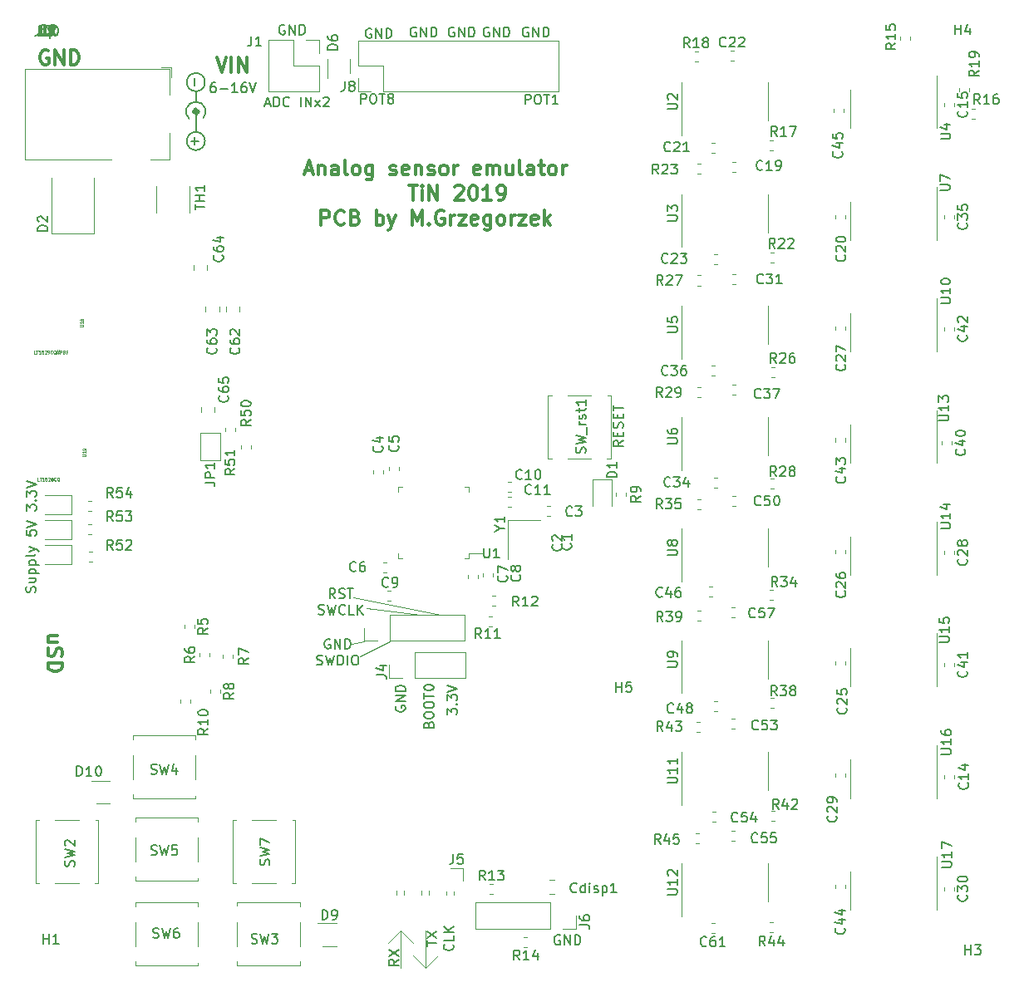
<source format=gbr>
G04 #@! TF.GenerationSoftware,KiCad,Pcbnew,(5.1.0)-1*
G04 #@! TF.CreationDate,2019-05-24T17:58:47+02:00*
G04 #@! TF.ProjectId,TiN_analog_sensor_emulation,54694e5f-616e-4616-9c6f-675f73656e73,rev?*
G04 #@! TF.SameCoordinates,Original*
G04 #@! TF.FileFunction,Legend,Top*
G04 #@! TF.FilePolarity,Positive*
%FSLAX46Y46*%
G04 Gerber Fmt 4.6, Leading zero omitted, Abs format (unit mm)*
G04 Created by KiCad (PCBNEW (5.1.0)-1) date 2019-05-24 17:58:47*
%MOMM*%
%LPD*%
G04 APERTURE LIST*
%ADD10C,0.300000*%
%ADD11C,0.150000*%
%ADD12C,0.120000*%
%ADD13C,0.500000*%
%ADD14C,0.050000*%
G04 APERTURE END LIST*
D10*
X99000428Y-115633714D02*
X98000428Y-115633714D01*
X99000428Y-114990857D02*
X98214714Y-114990857D01*
X98071857Y-115062285D01*
X98000428Y-115205142D01*
X98000428Y-115419428D01*
X98071857Y-115562285D01*
X98143285Y-115633714D01*
X98071857Y-116276571D02*
X98000428Y-116490857D01*
X98000428Y-116848000D01*
X98071857Y-116990857D01*
X98143285Y-117062285D01*
X98286142Y-117133714D01*
X98429000Y-117133714D01*
X98571857Y-117062285D01*
X98643285Y-116990857D01*
X98714714Y-116848000D01*
X98786142Y-116562285D01*
X98857571Y-116419428D01*
X98929000Y-116348000D01*
X99071857Y-116276571D01*
X99214714Y-116276571D01*
X99357571Y-116348000D01*
X99429000Y-116419428D01*
X99500428Y-116562285D01*
X99500428Y-116919428D01*
X99429000Y-117133714D01*
X98000428Y-117776571D02*
X99500428Y-117776571D01*
X99500428Y-118133714D01*
X99429000Y-118348000D01*
X99286142Y-118490857D01*
X99143285Y-118562285D01*
X98857571Y-118633714D01*
X98643285Y-118633714D01*
X98357571Y-118562285D01*
X98214714Y-118490857D01*
X98071857Y-118348000D01*
X98000428Y-118133714D01*
X98000428Y-117776571D01*
X115197142Y-56074571D02*
X115697142Y-57574571D01*
X116197142Y-56074571D01*
X116697142Y-57574571D02*
X116697142Y-56074571D01*
X117411428Y-57574571D02*
X117411428Y-56074571D01*
X118268571Y-57574571D01*
X118268571Y-56074571D01*
X98044142Y-55384000D02*
X97901285Y-55312571D01*
X97687000Y-55312571D01*
X97472714Y-55384000D01*
X97329857Y-55526857D01*
X97258428Y-55669714D01*
X97187000Y-55955428D01*
X97187000Y-56169714D01*
X97258428Y-56455428D01*
X97329857Y-56598285D01*
X97472714Y-56741142D01*
X97687000Y-56812571D01*
X97829857Y-56812571D01*
X98044142Y-56741142D01*
X98115571Y-56669714D01*
X98115571Y-56169714D01*
X97829857Y-56169714D01*
X98758428Y-56812571D02*
X98758428Y-55312571D01*
X99615571Y-56812571D01*
X99615571Y-55312571D01*
X100329857Y-56812571D02*
X100329857Y-55312571D01*
X100687000Y-55312571D01*
X100901285Y-55384000D01*
X101044142Y-55526857D01*
X101115571Y-55669714D01*
X101187000Y-55955428D01*
X101187000Y-56169714D01*
X101115571Y-56455428D01*
X101044142Y-56598285D01*
X100901285Y-56741142D01*
X100687000Y-56812571D01*
X100329857Y-56812571D01*
D11*
X115030476Y-58634380D02*
X114840000Y-58634380D01*
X114744761Y-58682000D01*
X114697142Y-58729619D01*
X114601904Y-58872476D01*
X114554285Y-59062952D01*
X114554285Y-59443904D01*
X114601904Y-59539142D01*
X114649523Y-59586761D01*
X114744761Y-59634380D01*
X114935238Y-59634380D01*
X115030476Y-59586761D01*
X115078095Y-59539142D01*
X115125714Y-59443904D01*
X115125714Y-59205809D01*
X115078095Y-59110571D01*
X115030476Y-59062952D01*
X114935238Y-59015333D01*
X114744761Y-59015333D01*
X114649523Y-59062952D01*
X114601904Y-59110571D01*
X114554285Y-59205809D01*
X115554285Y-59253428D02*
X116316190Y-59253428D01*
X117316190Y-59634380D02*
X116744761Y-59634380D01*
X117030476Y-59634380D02*
X117030476Y-58634380D01*
X116935238Y-58777238D01*
X116840000Y-58872476D01*
X116744761Y-58920095D01*
X118173333Y-58634380D02*
X117982857Y-58634380D01*
X117887619Y-58682000D01*
X117840000Y-58729619D01*
X117744761Y-58872476D01*
X117697142Y-59062952D01*
X117697142Y-59443904D01*
X117744761Y-59539142D01*
X117792380Y-59586761D01*
X117887619Y-59634380D01*
X118078095Y-59634380D01*
X118173333Y-59586761D01*
X118220952Y-59539142D01*
X118268571Y-59443904D01*
X118268571Y-59205809D01*
X118220952Y-59110571D01*
X118173333Y-59062952D01*
X118078095Y-59015333D01*
X117887619Y-59015333D01*
X117792380Y-59062952D01*
X117744761Y-59110571D01*
X117697142Y-59205809D01*
X118554285Y-58634380D02*
X118887619Y-59634380D01*
X119220952Y-58634380D01*
X112974428Y-58927952D02*
X112974428Y-58166047D01*
X112585547Y-64587428D02*
X113347452Y-64587428D01*
X112966500Y-64968380D02*
X112966500Y-64206476D01*
X146629642Y-60840880D02*
X146629642Y-59840880D01*
X147010595Y-59840880D01*
X147105833Y-59888500D01*
X147153452Y-59936119D01*
X147201071Y-60031357D01*
X147201071Y-60174214D01*
X147153452Y-60269452D01*
X147105833Y-60317071D01*
X147010595Y-60364690D01*
X146629642Y-60364690D01*
X147820119Y-59840880D02*
X148010595Y-59840880D01*
X148105833Y-59888500D01*
X148201071Y-59983738D01*
X148248690Y-60174214D01*
X148248690Y-60507547D01*
X148201071Y-60698023D01*
X148105833Y-60793261D01*
X148010595Y-60840880D01*
X147820119Y-60840880D01*
X147724880Y-60793261D01*
X147629642Y-60698023D01*
X147582023Y-60507547D01*
X147582023Y-60174214D01*
X147629642Y-59983738D01*
X147724880Y-59888500D01*
X147820119Y-59840880D01*
X148534404Y-59840880D02*
X149105833Y-59840880D01*
X148820119Y-60840880D02*
X148820119Y-59840880D01*
X149962976Y-60840880D02*
X149391547Y-60840880D01*
X149677261Y-60840880D02*
X149677261Y-59840880D01*
X149582023Y-59983738D01*
X149486785Y-60078976D01*
X149391547Y-60126595D01*
X129865642Y-60777380D02*
X129865642Y-59777380D01*
X130246595Y-59777380D01*
X130341833Y-59825000D01*
X130389452Y-59872619D01*
X130437071Y-59967857D01*
X130437071Y-60110714D01*
X130389452Y-60205952D01*
X130341833Y-60253571D01*
X130246595Y-60301190D01*
X129865642Y-60301190D01*
X131056119Y-59777380D02*
X131246595Y-59777380D01*
X131341833Y-59825000D01*
X131437071Y-59920238D01*
X131484690Y-60110714D01*
X131484690Y-60444047D01*
X131437071Y-60634523D01*
X131341833Y-60729761D01*
X131246595Y-60777380D01*
X131056119Y-60777380D01*
X130960880Y-60729761D01*
X130865642Y-60634523D01*
X130818023Y-60444047D01*
X130818023Y-60110714D01*
X130865642Y-59920238D01*
X130960880Y-59825000D01*
X131056119Y-59777380D01*
X131770404Y-59777380D02*
X132341833Y-59777380D01*
X132056119Y-60777380D02*
X132056119Y-59777380D01*
X132818023Y-60205952D02*
X132722785Y-60158333D01*
X132675166Y-60110714D01*
X132627547Y-60015476D01*
X132627547Y-59967857D01*
X132675166Y-59872619D01*
X132722785Y-59825000D01*
X132818023Y-59777380D01*
X133008500Y-59777380D01*
X133103738Y-59825000D01*
X133151357Y-59872619D01*
X133198976Y-59967857D01*
X133198976Y-60015476D01*
X133151357Y-60110714D01*
X133103738Y-60158333D01*
X133008500Y-60205952D01*
X132818023Y-60205952D01*
X132722785Y-60253571D01*
X132675166Y-60301190D01*
X132627547Y-60396428D01*
X132627547Y-60586904D01*
X132675166Y-60682142D01*
X132722785Y-60729761D01*
X132818023Y-60777380D01*
X133008500Y-60777380D01*
X133103738Y-60729761D01*
X133151357Y-60682142D01*
X133198976Y-60586904D01*
X133198976Y-60396428D01*
X133151357Y-60301190D01*
X133103738Y-60253571D01*
X133008500Y-60205952D01*
X120118595Y-60809166D02*
X120594785Y-60809166D01*
X120023357Y-61094880D02*
X120356690Y-60094880D01*
X120690023Y-61094880D01*
X121023357Y-61094880D02*
X121023357Y-60094880D01*
X121261452Y-60094880D01*
X121404309Y-60142500D01*
X121499547Y-60237738D01*
X121547166Y-60332976D01*
X121594785Y-60523452D01*
X121594785Y-60666309D01*
X121547166Y-60856785D01*
X121499547Y-60952023D01*
X121404309Y-61047261D01*
X121261452Y-61094880D01*
X121023357Y-61094880D01*
X122594785Y-60999642D02*
X122547166Y-61047261D01*
X122404309Y-61094880D01*
X122309071Y-61094880D01*
X122166214Y-61047261D01*
X122070976Y-60952023D01*
X122023357Y-60856785D01*
X121975738Y-60666309D01*
X121975738Y-60523452D01*
X122023357Y-60332976D01*
X122070976Y-60237738D01*
X122166214Y-60142500D01*
X122309071Y-60094880D01*
X122404309Y-60094880D01*
X122547166Y-60142500D01*
X122594785Y-60190119D01*
X123785261Y-61094880D02*
X123785261Y-60094880D01*
X124261452Y-61094880D02*
X124261452Y-60094880D01*
X124832880Y-61094880D01*
X124832880Y-60094880D01*
X125213833Y-61094880D02*
X125737642Y-60428214D01*
X125213833Y-60428214D02*
X125737642Y-61094880D01*
X126070976Y-60190119D02*
X126118595Y-60142500D01*
X126213833Y-60094880D01*
X126451928Y-60094880D01*
X126547166Y-60142500D01*
X126594785Y-60190119D01*
X126642404Y-60285357D01*
X126642404Y-60380595D01*
X126594785Y-60523452D01*
X126023357Y-61094880D01*
X126642404Y-61094880D01*
X142938595Y-53030500D02*
X142843357Y-52982880D01*
X142700500Y-52982880D01*
X142557642Y-53030500D01*
X142462404Y-53125738D01*
X142414785Y-53220976D01*
X142367166Y-53411452D01*
X142367166Y-53554309D01*
X142414785Y-53744785D01*
X142462404Y-53840023D01*
X142557642Y-53935261D01*
X142700500Y-53982880D01*
X142795738Y-53982880D01*
X142938595Y-53935261D01*
X142986214Y-53887642D01*
X142986214Y-53554309D01*
X142795738Y-53554309D01*
X143414785Y-53982880D02*
X143414785Y-52982880D01*
X143986214Y-53982880D01*
X143986214Y-52982880D01*
X144462404Y-53982880D02*
X144462404Y-52982880D01*
X144700500Y-52982880D01*
X144843357Y-53030500D01*
X144938595Y-53125738D01*
X144986214Y-53220976D01*
X145033833Y-53411452D01*
X145033833Y-53554309D01*
X144986214Y-53744785D01*
X144938595Y-53840023D01*
X144843357Y-53935261D01*
X144700500Y-53982880D01*
X144462404Y-53982880D01*
X146939095Y-53030500D02*
X146843857Y-52982880D01*
X146701000Y-52982880D01*
X146558142Y-53030500D01*
X146462904Y-53125738D01*
X146415285Y-53220976D01*
X146367666Y-53411452D01*
X146367666Y-53554309D01*
X146415285Y-53744785D01*
X146462904Y-53840023D01*
X146558142Y-53935261D01*
X146701000Y-53982880D01*
X146796238Y-53982880D01*
X146939095Y-53935261D01*
X146986714Y-53887642D01*
X146986714Y-53554309D01*
X146796238Y-53554309D01*
X147415285Y-53982880D02*
X147415285Y-52982880D01*
X147986714Y-53982880D01*
X147986714Y-52982880D01*
X148462904Y-53982880D02*
X148462904Y-52982880D01*
X148701000Y-52982880D01*
X148843857Y-53030500D01*
X148939095Y-53125738D01*
X148986714Y-53220976D01*
X149034333Y-53411452D01*
X149034333Y-53554309D01*
X148986714Y-53744785D01*
X148939095Y-53840023D01*
X148843857Y-53935261D01*
X148701000Y-53982880D01*
X148462904Y-53982880D01*
X139382595Y-53030500D02*
X139287357Y-52982880D01*
X139144500Y-52982880D01*
X139001642Y-53030500D01*
X138906404Y-53125738D01*
X138858785Y-53220976D01*
X138811166Y-53411452D01*
X138811166Y-53554309D01*
X138858785Y-53744785D01*
X138906404Y-53840023D01*
X139001642Y-53935261D01*
X139144500Y-53982880D01*
X139239738Y-53982880D01*
X139382595Y-53935261D01*
X139430214Y-53887642D01*
X139430214Y-53554309D01*
X139239738Y-53554309D01*
X139858785Y-53982880D02*
X139858785Y-52982880D01*
X140430214Y-53982880D01*
X140430214Y-52982880D01*
X140906404Y-53982880D02*
X140906404Y-52982880D01*
X141144500Y-52982880D01*
X141287357Y-53030500D01*
X141382595Y-53125738D01*
X141430214Y-53220976D01*
X141477833Y-53411452D01*
X141477833Y-53554309D01*
X141430214Y-53744785D01*
X141382595Y-53840023D01*
X141287357Y-53935261D01*
X141144500Y-53982880D01*
X140906404Y-53982880D01*
X135509095Y-53030500D02*
X135413857Y-52982880D01*
X135271000Y-52982880D01*
X135128142Y-53030500D01*
X135032904Y-53125738D01*
X134985285Y-53220976D01*
X134937666Y-53411452D01*
X134937666Y-53554309D01*
X134985285Y-53744785D01*
X135032904Y-53840023D01*
X135128142Y-53935261D01*
X135271000Y-53982880D01*
X135366238Y-53982880D01*
X135509095Y-53935261D01*
X135556714Y-53887642D01*
X135556714Y-53554309D01*
X135366238Y-53554309D01*
X135985285Y-53982880D02*
X135985285Y-52982880D01*
X136556714Y-53982880D01*
X136556714Y-52982880D01*
X137032904Y-53982880D02*
X137032904Y-52982880D01*
X137271000Y-52982880D01*
X137413857Y-53030500D01*
X137509095Y-53125738D01*
X137556714Y-53220976D01*
X137604333Y-53411452D01*
X137604333Y-53554309D01*
X137556714Y-53744785D01*
X137509095Y-53840023D01*
X137413857Y-53935261D01*
X137271000Y-53982880D01*
X137032904Y-53982880D01*
X130937095Y-53157500D02*
X130841857Y-53109880D01*
X130699000Y-53109880D01*
X130556142Y-53157500D01*
X130460904Y-53252738D01*
X130413285Y-53347976D01*
X130365666Y-53538452D01*
X130365666Y-53681309D01*
X130413285Y-53871785D01*
X130460904Y-53967023D01*
X130556142Y-54062261D01*
X130699000Y-54109880D01*
X130794238Y-54109880D01*
X130937095Y-54062261D01*
X130984714Y-54014642D01*
X130984714Y-53681309D01*
X130794238Y-53681309D01*
X131413285Y-54109880D02*
X131413285Y-53109880D01*
X131984714Y-54109880D01*
X131984714Y-53109880D01*
X132460904Y-54109880D02*
X132460904Y-53109880D01*
X132699000Y-53109880D01*
X132841857Y-53157500D01*
X132937095Y-53252738D01*
X132984714Y-53347976D01*
X133032333Y-53538452D01*
X133032333Y-53681309D01*
X132984714Y-53871785D01*
X132937095Y-53967023D01*
X132841857Y-54062261D01*
X132699000Y-54109880D01*
X132460904Y-54109880D01*
X122123295Y-52789200D02*
X122028057Y-52741580D01*
X121885200Y-52741580D01*
X121742342Y-52789200D01*
X121647104Y-52884438D01*
X121599485Y-52979676D01*
X121551866Y-53170152D01*
X121551866Y-53313009D01*
X121599485Y-53503485D01*
X121647104Y-53598723D01*
X121742342Y-53693961D01*
X121885200Y-53741580D01*
X121980438Y-53741580D01*
X122123295Y-53693961D01*
X122170914Y-53646342D01*
X122170914Y-53313009D01*
X121980438Y-53313009D01*
X122599485Y-53741580D02*
X122599485Y-52741580D01*
X123170914Y-53741580D01*
X123170914Y-52741580D01*
X123647104Y-53741580D02*
X123647104Y-52741580D01*
X123885200Y-52741580D01*
X124028057Y-52789200D01*
X124123295Y-52884438D01*
X124170914Y-52979676D01*
X124218533Y-53170152D01*
X124218533Y-53313009D01*
X124170914Y-53503485D01*
X124123295Y-53598723D01*
X124028057Y-53693961D01*
X123885200Y-53741580D01*
X123647104Y-53741580D01*
D12*
X130429000Y-112204500D02*
X135953500Y-112839500D01*
X129095500Y-111125000D02*
X137985500Y-112903000D01*
D11*
X127277880Y-111196880D02*
X126944547Y-110720690D01*
X126706452Y-111196880D02*
X126706452Y-110196880D01*
X127087404Y-110196880D01*
X127182642Y-110244500D01*
X127230261Y-110292119D01*
X127277880Y-110387357D01*
X127277880Y-110530214D01*
X127230261Y-110625452D01*
X127182642Y-110673071D01*
X127087404Y-110720690D01*
X126706452Y-110720690D01*
X127658833Y-111149261D02*
X127801690Y-111196880D01*
X128039785Y-111196880D01*
X128135023Y-111149261D01*
X128182642Y-111101642D01*
X128230261Y-111006404D01*
X128230261Y-110911166D01*
X128182642Y-110815928D01*
X128135023Y-110768309D01*
X128039785Y-110720690D01*
X127849309Y-110673071D01*
X127754071Y-110625452D01*
X127706452Y-110577833D01*
X127658833Y-110482595D01*
X127658833Y-110387357D01*
X127706452Y-110292119D01*
X127754071Y-110244500D01*
X127849309Y-110196880D01*
X128087404Y-110196880D01*
X128230261Y-110244500D01*
X128515976Y-110196880D02*
X129087404Y-110196880D01*
X128801690Y-111196880D02*
X128801690Y-110196880D01*
X125563595Y-112799261D02*
X125706452Y-112846880D01*
X125944547Y-112846880D01*
X126039785Y-112799261D01*
X126087404Y-112751642D01*
X126135023Y-112656404D01*
X126135023Y-112561166D01*
X126087404Y-112465928D01*
X126039785Y-112418309D01*
X125944547Y-112370690D01*
X125754071Y-112323071D01*
X125658833Y-112275452D01*
X125611214Y-112227833D01*
X125563595Y-112132595D01*
X125563595Y-112037357D01*
X125611214Y-111942119D01*
X125658833Y-111894500D01*
X125754071Y-111846880D01*
X125992166Y-111846880D01*
X126135023Y-111894500D01*
X126468357Y-111846880D02*
X126706452Y-112846880D01*
X126896928Y-112132595D01*
X127087404Y-112846880D01*
X127325500Y-111846880D01*
X128277880Y-112751642D02*
X128230261Y-112799261D01*
X128087404Y-112846880D01*
X127992166Y-112846880D01*
X127849309Y-112799261D01*
X127754071Y-112704023D01*
X127706452Y-112608785D01*
X127658833Y-112418309D01*
X127658833Y-112275452D01*
X127706452Y-112084976D01*
X127754071Y-111989738D01*
X127849309Y-111894500D01*
X127992166Y-111846880D01*
X128087404Y-111846880D01*
X128230261Y-111894500D01*
X128277880Y-111942119D01*
X129182642Y-112846880D02*
X128706452Y-112846880D01*
X128706452Y-111846880D01*
X129515976Y-112846880D02*
X129515976Y-111846880D01*
X130087404Y-112846880D02*
X129658833Y-112275452D01*
X130087404Y-111846880D02*
X129515976Y-112418309D01*
D12*
X130175000Y-115570000D02*
X128968500Y-115824000D01*
X132842000Y-115570000D02*
X129794000Y-117094000D01*
D11*
X126746095Y-115386500D02*
X126650857Y-115338880D01*
X126508000Y-115338880D01*
X126365142Y-115386500D01*
X126269904Y-115481738D01*
X126222285Y-115576976D01*
X126174666Y-115767452D01*
X126174666Y-115910309D01*
X126222285Y-116100785D01*
X126269904Y-116196023D01*
X126365142Y-116291261D01*
X126508000Y-116338880D01*
X126603238Y-116338880D01*
X126746095Y-116291261D01*
X126793714Y-116243642D01*
X126793714Y-115910309D01*
X126603238Y-115910309D01*
X127222285Y-116338880D02*
X127222285Y-115338880D01*
X127793714Y-116338880D01*
X127793714Y-115338880D01*
X128269904Y-116338880D02*
X128269904Y-115338880D01*
X128508000Y-115338880D01*
X128650857Y-115386500D01*
X128746095Y-115481738D01*
X128793714Y-115576976D01*
X128841333Y-115767452D01*
X128841333Y-115910309D01*
X128793714Y-116100785D01*
X128746095Y-116196023D01*
X128650857Y-116291261D01*
X128508000Y-116338880D01*
X128269904Y-116338880D01*
X125388952Y-117941261D02*
X125531809Y-117988880D01*
X125769904Y-117988880D01*
X125865142Y-117941261D01*
X125912761Y-117893642D01*
X125960380Y-117798404D01*
X125960380Y-117703166D01*
X125912761Y-117607928D01*
X125865142Y-117560309D01*
X125769904Y-117512690D01*
X125579428Y-117465071D01*
X125484190Y-117417452D01*
X125436571Y-117369833D01*
X125388952Y-117274595D01*
X125388952Y-117179357D01*
X125436571Y-117084119D01*
X125484190Y-117036500D01*
X125579428Y-116988880D01*
X125817523Y-116988880D01*
X125960380Y-117036500D01*
X126293714Y-116988880D02*
X126531809Y-117988880D01*
X126722285Y-117274595D01*
X126912761Y-117988880D01*
X127150857Y-116988880D01*
X127531809Y-117988880D02*
X127531809Y-116988880D01*
X127769904Y-116988880D01*
X127912761Y-117036500D01*
X128008000Y-117131738D01*
X128055619Y-117226976D01*
X128103238Y-117417452D01*
X128103238Y-117560309D01*
X128055619Y-117750785D01*
X128008000Y-117846023D01*
X127912761Y-117941261D01*
X127769904Y-117988880D01*
X127531809Y-117988880D01*
X128531809Y-117988880D02*
X128531809Y-116988880D01*
X129198476Y-116988880D02*
X129388952Y-116988880D01*
X129484190Y-117036500D01*
X129579428Y-117131738D01*
X129627047Y-117322214D01*
X129627047Y-117655547D01*
X129579428Y-117846023D01*
X129484190Y-117941261D01*
X129388952Y-117988880D01*
X129198476Y-117988880D01*
X129103238Y-117941261D01*
X129008000Y-117846023D01*
X128960380Y-117655547D01*
X128960380Y-117322214D01*
X129008000Y-117131738D01*
X129103238Y-117036500D01*
X129198476Y-116988880D01*
X133459600Y-122173904D02*
X133411980Y-122269142D01*
X133411980Y-122412000D01*
X133459600Y-122554857D01*
X133554838Y-122650095D01*
X133650076Y-122697714D01*
X133840552Y-122745333D01*
X133983409Y-122745333D01*
X134173885Y-122697714D01*
X134269123Y-122650095D01*
X134364361Y-122554857D01*
X134411980Y-122412000D01*
X134411980Y-122316761D01*
X134364361Y-122173904D01*
X134316742Y-122126285D01*
X133983409Y-122126285D01*
X133983409Y-122316761D01*
X134411980Y-121697714D02*
X133411980Y-121697714D01*
X134411980Y-121126285D01*
X133411980Y-121126285D01*
X134411980Y-120650095D02*
X133411980Y-120650095D01*
X133411980Y-120412000D01*
X133459600Y-120269142D01*
X133554838Y-120173904D01*
X133650076Y-120126285D01*
X133840552Y-120078666D01*
X133983409Y-120078666D01*
X134173885Y-120126285D01*
X134269123Y-120173904D01*
X134364361Y-120269142D01*
X134411980Y-120412000D01*
X134411980Y-120650095D01*
X138695180Y-123040590D02*
X138695180Y-122421542D01*
X139076133Y-122754876D01*
X139076133Y-122612019D01*
X139123752Y-122516780D01*
X139171371Y-122469161D01*
X139266609Y-122421542D01*
X139504704Y-122421542D01*
X139599942Y-122469161D01*
X139647561Y-122516780D01*
X139695180Y-122612019D01*
X139695180Y-122897733D01*
X139647561Y-122992971D01*
X139599942Y-123040590D01*
X139599942Y-121992971D02*
X139647561Y-121945352D01*
X139695180Y-121992971D01*
X139647561Y-122040590D01*
X139599942Y-121992971D01*
X139695180Y-121992971D01*
X138695180Y-121612019D02*
X138695180Y-120992971D01*
X139076133Y-121326304D01*
X139076133Y-121183447D01*
X139123752Y-121088209D01*
X139171371Y-121040590D01*
X139266609Y-120992971D01*
X139504704Y-120992971D01*
X139599942Y-121040590D01*
X139647561Y-121088209D01*
X139695180Y-121183447D01*
X139695180Y-121469161D01*
X139647561Y-121564400D01*
X139599942Y-121612019D01*
X138695180Y-120707257D02*
X139695180Y-120373923D01*
X138695180Y-120040590D01*
X136783771Y-124058133D02*
X136831390Y-123915276D01*
X136879009Y-123867657D01*
X136974247Y-123820038D01*
X137117104Y-123820038D01*
X137212342Y-123867657D01*
X137259961Y-123915276D01*
X137307580Y-124010514D01*
X137307580Y-124391466D01*
X136307580Y-124391466D01*
X136307580Y-124058133D01*
X136355200Y-123962895D01*
X136402819Y-123915276D01*
X136498057Y-123867657D01*
X136593295Y-123867657D01*
X136688533Y-123915276D01*
X136736152Y-123962895D01*
X136783771Y-124058133D01*
X136783771Y-124391466D01*
X136307580Y-123200990D02*
X136307580Y-123010514D01*
X136355200Y-122915276D01*
X136450438Y-122820038D01*
X136640914Y-122772419D01*
X136974247Y-122772419D01*
X137164723Y-122820038D01*
X137259961Y-122915276D01*
X137307580Y-123010514D01*
X137307580Y-123200990D01*
X137259961Y-123296228D01*
X137164723Y-123391466D01*
X136974247Y-123439085D01*
X136640914Y-123439085D01*
X136450438Y-123391466D01*
X136355200Y-123296228D01*
X136307580Y-123200990D01*
X136307580Y-122153371D02*
X136307580Y-121962895D01*
X136355200Y-121867657D01*
X136450438Y-121772419D01*
X136640914Y-121724800D01*
X136974247Y-121724800D01*
X137164723Y-121772419D01*
X137259961Y-121867657D01*
X137307580Y-121962895D01*
X137307580Y-122153371D01*
X137259961Y-122248609D01*
X137164723Y-122343847D01*
X136974247Y-122391466D01*
X136640914Y-122391466D01*
X136450438Y-122343847D01*
X136355200Y-122248609D01*
X136307580Y-122153371D01*
X136307580Y-121439085D02*
X136307580Y-120867657D01*
X137307580Y-121153371D02*
X136307580Y-121153371D01*
X136307580Y-120343847D02*
X136307580Y-120248609D01*
X136355200Y-120153371D01*
X136402819Y-120105752D01*
X136498057Y-120058133D01*
X136688533Y-120010514D01*
X136926628Y-120010514D01*
X137117104Y-120058133D01*
X137212342Y-120105752D01*
X137259961Y-120153371D01*
X137307580Y-120248609D01*
X137307580Y-120343847D01*
X137259961Y-120439085D01*
X137212342Y-120486704D01*
X137117104Y-120534323D01*
X136926628Y-120581942D01*
X136688533Y-120581942D01*
X136498057Y-120534323D01*
X136402819Y-120486704D01*
X136355200Y-120439085D01*
X136307580Y-120343847D01*
X150164895Y-145550000D02*
X150069657Y-145502380D01*
X149926800Y-145502380D01*
X149783942Y-145550000D01*
X149688704Y-145645238D01*
X149641085Y-145740476D01*
X149593466Y-145930952D01*
X149593466Y-146073809D01*
X149641085Y-146264285D01*
X149688704Y-146359523D01*
X149783942Y-146454761D01*
X149926800Y-146502380D01*
X150022038Y-146502380D01*
X150164895Y-146454761D01*
X150212514Y-146407142D01*
X150212514Y-146073809D01*
X150022038Y-146073809D01*
X150641085Y-146502380D02*
X150641085Y-145502380D01*
X151212514Y-146502380D01*
X151212514Y-145502380D01*
X151688704Y-146502380D02*
X151688704Y-145502380D01*
X151926800Y-145502380D01*
X152069657Y-145550000D01*
X152164895Y-145645238D01*
X152212514Y-145740476D01*
X152260133Y-145930952D01*
X152260133Y-146073809D01*
X152212514Y-146264285D01*
X152164895Y-146359523D01*
X152069657Y-146454761D01*
X151926800Y-146502380D01*
X151688704Y-146502380D01*
X156598880Y-95114880D02*
X156122690Y-95448214D01*
X156598880Y-95686309D02*
X155598880Y-95686309D01*
X155598880Y-95305357D01*
X155646500Y-95210119D01*
X155694119Y-95162500D01*
X155789357Y-95114880D01*
X155932214Y-95114880D01*
X156027452Y-95162500D01*
X156075071Y-95210119D01*
X156122690Y-95305357D01*
X156122690Y-95686309D01*
X156075071Y-94686309D02*
X156075071Y-94352976D01*
X156598880Y-94210119D02*
X156598880Y-94686309D01*
X155598880Y-94686309D01*
X155598880Y-94210119D01*
X156551261Y-93829166D02*
X156598880Y-93686309D01*
X156598880Y-93448214D01*
X156551261Y-93352976D01*
X156503642Y-93305357D01*
X156408404Y-93257738D01*
X156313166Y-93257738D01*
X156217928Y-93305357D01*
X156170309Y-93352976D01*
X156122690Y-93448214D01*
X156075071Y-93638690D01*
X156027452Y-93733928D01*
X155979833Y-93781547D01*
X155884595Y-93829166D01*
X155789357Y-93829166D01*
X155694119Y-93781547D01*
X155646500Y-93733928D01*
X155598880Y-93638690D01*
X155598880Y-93400595D01*
X155646500Y-93257738D01*
X156075071Y-92829166D02*
X156075071Y-92495833D01*
X156598880Y-92352976D02*
X156598880Y-92829166D01*
X155598880Y-92829166D01*
X155598880Y-92352976D01*
X155598880Y-92067261D02*
X155598880Y-91495833D01*
X156598880Y-91781547D02*
X155598880Y-91781547D01*
D10*
X124227500Y-67613500D02*
X124941785Y-67613500D01*
X124084642Y-68042071D02*
X124584642Y-66542071D01*
X125084642Y-68042071D01*
X125584642Y-67042071D02*
X125584642Y-68042071D01*
X125584642Y-67184928D02*
X125656071Y-67113500D01*
X125798928Y-67042071D01*
X126013214Y-67042071D01*
X126156071Y-67113500D01*
X126227500Y-67256357D01*
X126227500Y-68042071D01*
X127584642Y-68042071D02*
X127584642Y-67256357D01*
X127513214Y-67113500D01*
X127370357Y-67042071D01*
X127084642Y-67042071D01*
X126941785Y-67113500D01*
X127584642Y-67970642D02*
X127441785Y-68042071D01*
X127084642Y-68042071D01*
X126941785Y-67970642D01*
X126870357Y-67827785D01*
X126870357Y-67684928D01*
X126941785Y-67542071D01*
X127084642Y-67470642D01*
X127441785Y-67470642D01*
X127584642Y-67399214D01*
X128513214Y-68042071D02*
X128370357Y-67970642D01*
X128298928Y-67827785D01*
X128298928Y-66542071D01*
X129298928Y-68042071D02*
X129156071Y-67970642D01*
X129084642Y-67899214D01*
X129013214Y-67756357D01*
X129013214Y-67327785D01*
X129084642Y-67184928D01*
X129156071Y-67113500D01*
X129298928Y-67042071D01*
X129513214Y-67042071D01*
X129656071Y-67113500D01*
X129727500Y-67184928D01*
X129798928Y-67327785D01*
X129798928Y-67756357D01*
X129727500Y-67899214D01*
X129656071Y-67970642D01*
X129513214Y-68042071D01*
X129298928Y-68042071D01*
X131084642Y-67042071D02*
X131084642Y-68256357D01*
X131013214Y-68399214D01*
X130941785Y-68470642D01*
X130798928Y-68542071D01*
X130584642Y-68542071D01*
X130441785Y-68470642D01*
X131084642Y-67970642D02*
X130941785Y-68042071D01*
X130656071Y-68042071D01*
X130513214Y-67970642D01*
X130441785Y-67899214D01*
X130370357Y-67756357D01*
X130370357Y-67327785D01*
X130441785Y-67184928D01*
X130513214Y-67113500D01*
X130656071Y-67042071D01*
X130941785Y-67042071D01*
X131084642Y-67113500D01*
X132870357Y-67970642D02*
X133013214Y-68042071D01*
X133298928Y-68042071D01*
X133441785Y-67970642D01*
X133513214Y-67827785D01*
X133513214Y-67756357D01*
X133441785Y-67613500D01*
X133298928Y-67542071D01*
X133084642Y-67542071D01*
X132941785Y-67470642D01*
X132870357Y-67327785D01*
X132870357Y-67256357D01*
X132941785Y-67113500D01*
X133084642Y-67042071D01*
X133298928Y-67042071D01*
X133441785Y-67113500D01*
X134727500Y-67970642D02*
X134584642Y-68042071D01*
X134298928Y-68042071D01*
X134156071Y-67970642D01*
X134084642Y-67827785D01*
X134084642Y-67256357D01*
X134156071Y-67113500D01*
X134298928Y-67042071D01*
X134584642Y-67042071D01*
X134727500Y-67113500D01*
X134798928Y-67256357D01*
X134798928Y-67399214D01*
X134084642Y-67542071D01*
X135441785Y-67042071D02*
X135441785Y-68042071D01*
X135441785Y-67184928D02*
X135513214Y-67113500D01*
X135656071Y-67042071D01*
X135870357Y-67042071D01*
X136013214Y-67113500D01*
X136084642Y-67256357D01*
X136084642Y-68042071D01*
X136727500Y-67970642D02*
X136870357Y-68042071D01*
X137156071Y-68042071D01*
X137298928Y-67970642D01*
X137370357Y-67827785D01*
X137370357Y-67756357D01*
X137298928Y-67613500D01*
X137156071Y-67542071D01*
X136941785Y-67542071D01*
X136798928Y-67470642D01*
X136727500Y-67327785D01*
X136727500Y-67256357D01*
X136798928Y-67113500D01*
X136941785Y-67042071D01*
X137156071Y-67042071D01*
X137298928Y-67113500D01*
X138227500Y-68042071D02*
X138084642Y-67970642D01*
X138013214Y-67899214D01*
X137941785Y-67756357D01*
X137941785Y-67327785D01*
X138013214Y-67184928D01*
X138084642Y-67113500D01*
X138227500Y-67042071D01*
X138441785Y-67042071D01*
X138584642Y-67113500D01*
X138656071Y-67184928D01*
X138727500Y-67327785D01*
X138727500Y-67756357D01*
X138656071Y-67899214D01*
X138584642Y-67970642D01*
X138441785Y-68042071D01*
X138227500Y-68042071D01*
X139370357Y-68042071D02*
X139370357Y-67042071D01*
X139370357Y-67327785D02*
X139441785Y-67184928D01*
X139513214Y-67113500D01*
X139656071Y-67042071D01*
X139798928Y-67042071D01*
X142013214Y-67970642D02*
X141870357Y-68042071D01*
X141584642Y-68042071D01*
X141441785Y-67970642D01*
X141370357Y-67827785D01*
X141370357Y-67256357D01*
X141441785Y-67113500D01*
X141584642Y-67042071D01*
X141870357Y-67042071D01*
X142013214Y-67113500D01*
X142084642Y-67256357D01*
X142084642Y-67399214D01*
X141370357Y-67542071D01*
X142727500Y-68042071D02*
X142727500Y-67042071D01*
X142727500Y-67184928D02*
X142798928Y-67113500D01*
X142941785Y-67042071D01*
X143156071Y-67042071D01*
X143298928Y-67113500D01*
X143370357Y-67256357D01*
X143370357Y-68042071D01*
X143370357Y-67256357D02*
X143441785Y-67113500D01*
X143584642Y-67042071D01*
X143798928Y-67042071D01*
X143941785Y-67113500D01*
X144013214Y-67256357D01*
X144013214Y-68042071D01*
X145370357Y-67042071D02*
X145370357Y-68042071D01*
X144727500Y-67042071D02*
X144727500Y-67827785D01*
X144798928Y-67970642D01*
X144941785Y-68042071D01*
X145156071Y-68042071D01*
X145298928Y-67970642D01*
X145370357Y-67899214D01*
X146298928Y-68042071D02*
X146156071Y-67970642D01*
X146084642Y-67827785D01*
X146084642Y-66542071D01*
X147513214Y-68042071D02*
X147513214Y-67256357D01*
X147441785Y-67113500D01*
X147298928Y-67042071D01*
X147013214Y-67042071D01*
X146870357Y-67113500D01*
X147513214Y-67970642D02*
X147370357Y-68042071D01*
X147013214Y-68042071D01*
X146870357Y-67970642D01*
X146798928Y-67827785D01*
X146798928Y-67684928D01*
X146870357Y-67542071D01*
X147013214Y-67470642D01*
X147370357Y-67470642D01*
X147513214Y-67399214D01*
X148013214Y-67042071D02*
X148584642Y-67042071D01*
X148227500Y-66542071D02*
X148227500Y-67827785D01*
X148298928Y-67970642D01*
X148441785Y-68042071D01*
X148584642Y-68042071D01*
X149298928Y-68042071D02*
X149156071Y-67970642D01*
X149084642Y-67899214D01*
X149013214Y-67756357D01*
X149013214Y-67327785D01*
X149084642Y-67184928D01*
X149156071Y-67113500D01*
X149298928Y-67042071D01*
X149513214Y-67042071D01*
X149656071Y-67113500D01*
X149727500Y-67184928D01*
X149798928Y-67327785D01*
X149798928Y-67756357D01*
X149727500Y-67899214D01*
X149656071Y-67970642D01*
X149513214Y-68042071D01*
X149298928Y-68042071D01*
X150441785Y-68042071D02*
X150441785Y-67042071D01*
X150441785Y-67327785D02*
X150513214Y-67184928D01*
X150584642Y-67113500D01*
X150727500Y-67042071D01*
X150870357Y-67042071D01*
X134763214Y-69092071D02*
X135620357Y-69092071D01*
X135191785Y-70592071D02*
X135191785Y-69092071D01*
X136120357Y-70592071D02*
X136120357Y-69592071D01*
X136120357Y-69092071D02*
X136048928Y-69163500D01*
X136120357Y-69234928D01*
X136191785Y-69163500D01*
X136120357Y-69092071D01*
X136120357Y-69234928D01*
X136834642Y-70592071D02*
X136834642Y-69092071D01*
X137691785Y-70592071D01*
X137691785Y-69092071D01*
X139477500Y-69234928D02*
X139548928Y-69163500D01*
X139691785Y-69092071D01*
X140048928Y-69092071D01*
X140191785Y-69163500D01*
X140263214Y-69234928D01*
X140334642Y-69377785D01*
X140334642Y-69520642D01*
X140263214Y-69734928D01*
X139406071Y-70592071D01*
X140334642Y-70592071D01*
X141263214Y-69092071D02*
X141406071Y-69092071D01*
X141548928Y-69163500D01*
X141620357Y-69234928D01*
X141691785Y-69377785D01*
X141763214Y-69663500D01*
X141763214Y-70020642D01*
X141691785Y-70306357D01*
X141620357Y-70449214D01*
X141548928Y-70520642D01*
X141406071Y-70592071D01*
X141263214Y-70592071D01*
X141120357Y-70520642D01*
X141048928Y-70449214D01*
X140977500Y-70306357D01*
X140906071Y-70020642D01*
X140906071Y-69663500D01*
X140977500Y-69377785D01*
X141048928Y-69234928D01*
X141120357Y-69163500D01*
X141263214Y-69092071D01*
X143191785Y-70592071D02*
X142334642Y-70592071D01*
X142763214Y-70592071D02*
X142763214Y-69092071D01*
X142620357Y-69306357D01*
X142477500Y-69449214D01*
X142334642Y-69520642D01*
X143906071Y-70592071D02*
X144191785Y-70592071D01*
X144334642Y-70520642D01*
X144406071Y-70449214D01*
X144548928Y-70234928D01*
X144620357Y-69949214D01*
X144620357Y-69377785D01*
X144548928Y-69234928D01*
X144477500Y-69163500D01*
X144334642Y-69092071D01*
X144048928Y-69092071D01*
X143906071Y-69163500D01*
X143834642Y-69234928D01*
X143763214Y-69377785D01*
X143763214Y-69734928D01*
X143834642Y-69877785D01*
X143906071Y-69949214D01*
X144048928Y-70020642D01*
X144334642Y-70020642D01*
X144477500Y-69949214D01*
X144548928Y-69877785D01*
X144620357Y-69734928D01*
X125834642Y-73142071D02*
X125834642Y-71642071D01*
X126406071Y-71642071D01*
X126548928Y-71713500D01*
X126620357Y-71784928D01*
X126691785Y-71927785D01*
X126691785Y-72142071D01*
X126620357Y-72284928D01*
X126548928Y-72356357D01*
X126406071Y-72427785D01*
X125834642Y-72427785D01*
X128191785Y-72999214D02*
X128120357Y-73070642D01*
X127906071Y-73142071D01*
X127763214Y-73142071D01*
X127548928Y-73070642D01*
X127406071Y-72927785D01*
X127334642Y-72784928D01*
X127263214Y-72499214D01*
X127263214Y-72284928D01*
X127334642Y-71999214D01*
X127406071Y-71856357D01*
X127548928Y-71713500D01*
X127763214Y-71642071D01*
X127906071Y-71642071D01*
X128120357Y-71713500D01*
X128191785Y-71784928D01*
X129334642Y-72356357D02*
X129548928Y-72427785D01*
X129620357Y-72499214D01*
X129691785Y-72642071D01*
X129691785Y-72856357D01*
X129620357Y-72999214D01*
X129548928Y-73070642D01*
X129406071Y-73142071D01*
X128834642Y-73142071D01*
X128834642Y-71642071D01*
X129334642Y-71642071D01*
X129477500Y-71713500D01*
X129548928Y-71784928D01*
X129620357Y-71927785D01*
X129620357Y-72070642D01*
X129548928Y-72213500D01*
X129477500Y-72284928D01*
X129334642Y-72356357D01*
X128834642Y-72356357D01*
X131477500Y-73142071D02*
X131477500Y-71642071D01*
X131477500Y-72213500D02*
X131620357Y-72142071D01*
X131906071Y-72142071D01*
X132048928Y-72213500D01*
X132120357Y-72284928D01*
X132191785Y-72427785D01*
X132191785Y-72856357D01*
X132120357Y-72999214D01*
X132048928Y-73070642D01*
X131906071Y-73142071D01*
X131620357Y-73142071D01*
X131477500Y-73070642D01*
X132691785Y-72142071D02*
X133048928Y-73142071D01*
X133406071Y-72142071D02*
X133048928Y-73142071D01*
X132906071Y-73499214D01*
X132834642Y-73570642D01*
X132691785Y-73642071D01*
X135120357Y-73142071D02*
X135120357Y-71642071D01*
X135620357Y-72713500D01*
X136120357Y-71642071D01*
X136120357Y-73142071D01*
X136834642Y-72999214D02*
X136906071Y-73070642D01*
X136834642Y-73142071D01*
X136763214Y-73070642D01*
X136834642Y-72999214D01*
X136834642Y-73142071D01*
X138334642Y-71713500D02*
X138191785Y-71642071D01*
X137977500Y-71642071D01*
X137763214Y-71713500D01*
X137620357Y-71856357D01*
X137548928Y-71999214D01*
X137477500Y-72284928D01*
X137477500Y-72499214D01*
X137548928Y-72784928D01*
X137620357Y-72927785D01*
X137763214Y-73070642D01*
X137977500Y-73142071D01*
X138120357Y-73142071D01*
X138334642Y-73070642D01*
X138406071Y-72999214D01*
X138406071Y-72499214D01*
X138120357Y-72499214D01*
X139048928Y-73142071D02*
X139048928Y-72142071D01*
X139048928Y-72427785D02*
X139120357Y-72284928D01*
X139191785Y-72213500D01*
X139334642Y-72142071D01*
X139477500Y-72142071D01*
X139834642Y-72142071D02*
X140620357Y-72142071D01*
X139834642Y-73142071D01*
X140620357Y-73142071D01*
X141763214Y-73070642D02*
X141620357Y-73142071D01*
X141334642Y-73142071D01*
X141191785Y-73070642D01*
X141120357Y-72927785D01*
X141120357Y-72356357D01*
X141191785Y-72213500D01*
X141334642Y-72142071D01*
X141620357Y-72142071D01*
X141763214Y-72213500D01*
X141834642Y-72356357D01*
X141834642Y-72499214D01*
X141120357Y-72642071D01*
X143120357Y-72142071D02*
X143120357Y-73356357D01*
X143048928Y-73499214D01*
X142977500Y-73570642D01*
X142834642Y-73642071D01*
X142620357Y-73642071D01*
X142477500Y-73570642D01*
X143120357Y-73070642D02*
X142977500Y-73142071D01*
X142691785Y-73142071D01*
X142548928Y-73070642D01*
X142477500Y-72999214D01*
X142406071Y-72856357D01*
X142406071Y-72427785D01*
X142477500Y-72284928D01*
X142548928Y-72213500D01*
X142691785Y-72142071D01*
X142977500Y-72142071D01*
X143120357Y-72213500D01*
X144048928Y-73142071D02*
X143906071Y-73070642D01*
X143834642Y-72999214D01*
X143763214Y-72856357D01*
X143763214Y-72427785D01*
X143834642Y-72284928D01*
X143906071Y-72213500D01*
X144048928Y-72142071D01*
X144263214Y-72142071D01*
X144406071Y-72213500D01*
X144477500Y-72284928D01*
X144548928Y-72427785D01*
X144548928Y-72856357D01*
X144477500Y-72999214D01*
X144406071Y-73070642D01*
X144263214Y-73142071D01*
X144048928Y-73142071D01*
X145191785Y-73142071D02*
X145191785Y-72142071D01*
X145191785Y-72427785D02*
X145263214Y-72284928D01*
X145334642Y-72213500D01*
X145477500Y-72142071D01*
X145620357Y-72142071D01*
X145977500Y-72142071D02*
X146763214Y-72142071D01*
X145977500Y-73142071D01*
X146763214Y-73142071D01*
X147906071Y-73070642D02*
X147763214Y-73142071D01*
X147477500Y-73142071D01*
X147334642Y-73070642D01*
X147263214Y-72927785D01*
X147263214Y-72356357D01*
X147334642Y-72213500D01*
X147477500Y-72142071D01*
X147763214Y-72142071D01*
X147906071Y-72213500D01*
X147977500Y-72356357D01*
X147977500Y-72499214D01*
X147263214Y-72642071D01*
X148620357Y-73142071D02*
X148620357Y-71642071D01*
X148763214Y-72570642D02*
X149191785Y-73142071D01*
X149191785Y-72142071D02*
X148620357Y-72713500D01*
D12*
X125637600Y-54296000D02*
X125637600Y-55626000D01*
X124307600Y-54296000D02*
X125637600Y-54296000D01*
X125637600Y-56896000D02*
X125637600Y-59496000D01*
X123037600Y-56896000D02*
X125637600Y-56896000D01*
X123037600Y-54296000D02*
X123037600Y-56896000D01*
X125637600Y-59496000D02*
X120437600Y-59496000D01*
X123037600Y-54296000D02*
X120437600Y-54296000D01*
X120437600Y-54296000D02*
X120437600Y-59496000D01*
D11*
X113832000Y-62270000D02*
G75*
G03X112407000Y-62345000I-750000J675000D01*
G01*
D13*
X113257000Y-61595000D02*
G75*
G03X113257000Y-61595000I-175000J0D01*
G01*
D11*
X114007000Y-64595000D02*
G75*
G03X114007000Y-64595000I-925000J0D01*
G01*
X114007000Y-58595000D02*
G75*
G03X114007000Y-58595000I-925000J0D01*
G01*
X113082000Y-59595000D02*
X113082000Y-60495000D01*
X113082000Y-61595000D02*
X113082000Y-63595000D01*
D12*
X106899000Y-144215000D02*
X106899000Y-146615000D01*
X106899000Y-142205000D02*
X106899000Y-142615000D01*
X113319000Y-142205000D02*
X106899000Y-142205000D01*
X113319000Y-142615000D02*
X113319000Y-142205000D01*
X113319000Y-146615000D02*
X113319000Y-144215000D01*
X113319000Y-148625000D02*
X113319000Y-148345000D01*
X106899000Y-148625000D02*
X113319000Y-148625000D01*
X106899000Y-148215000D02*
X106899000Y-148625000D01*
X132935767Y-110424500D02*
X132593233Y-110424500D01*
X132935767Y-111444500D02*
X132593233Y-111444500D01*
X102932000Y-132097000D02*
X104332000Y-132097000D01*
X104332000Y-129777000D02*
X102432000Y-129777000D01*
X125982500Y-146638500D02*
X127382500Y-146638500D01*
X127382500Y-144318500D02*
X125482500Y-144318500D01*
X140271500Y-138684000D02*
X140271500Y-139954000D01*
X139001500Y-138684000D02*
X140271500Y-138684000D01*
X133541500Y-140996929D02*
X133541500Y-141394000D01*
X134301500Y-140996929D02*
X134301500Y-141394000D01*
X136081500Y-140996929D02*
X136081500Y-141394000D01*
X136841500Y-140996929D02*
X136841500Y-141394000D01*
X138621500Y-141064000D02*
X138621500Y-141394000D01*
X139381500Y-141064000D02*
X139381500Y-141394000D01*
X136461500Y-145034000D02*
X136461500Y-147574000D01*
X137731500Y-147574000D02*
X136461500Y-148844000D01*
X135191500Y-147574000D02*
X136461500Y-148844000D01*
X136461500Y-148844000D02*
X136461500Y-147574000D01*
X133921500Y-145034000D02*
X135191500Y-146304000D01*
X133921500Y-145034000D02*
X132651500Y-146304000D01*
X133921500Y-145034000D02*
X133921500Y-148844000D01*
X123669500Y-146615000D02*
X123669500Y-144215000D01*
X123669500Y-148625000D02*
X123669500Y-148215000D01*
X117249500Y-148625000D02*
X123669500Y-148625000D01*
X117249500Y-148215000D02*
X117249500Y-148625000D01*
X117249500Y-144215000D02*
X117249500Y-146615000D01*
X117249500Y-142205000D02*
X117249500Y-142485000D01*
X123669500Y-142205000D02*
X117249500Y-142205000D01*
X123669500Y-142615000D02*
X123669500Y-142205000D01*
X130216600Y-115528400D02*
X130216600Y-114198400D01*
X131546600Y-115528400D02*
X130216600Y-115528400D01*
X132816600Y-115528400D02*
X132816600Y-112868400D01*
X132816600Y-112868400D02*
X140496600Y-112868400D01*
X132816600Y-115528400D02*
X140496600Y-115528400D01*
X140496600Y-115528400D02*
X140496600Y-112868400D01*
X143287933Y-111914400D02*
X143630467Y-111914400D01*
X143287933Y-110894400D02*
X143630467Y-110894400D01*
X150920600Y-96936000D02*
X153320600Y-96936000D01*
X148910600Y-96936000D02*
X149320600Y-96936000D01*
X148910600Y-90516000D02*
X148910600Y-96936000D01*
X149320600Y-90516000D02*
X148910600Y-90516000D01*
X153320600Y-90516000D02*
X150920600Y-90516000D01*
X155330600Y-90516000D02*
X155050600Y-90516000D01*
X155330600Y-96936000D02*
X155330600Y-90516000D01*
X154920600Y-96936000D02*
X155330600Y-96936000D01*
X140909700Y-106639600D02*
X142199700Y-106639600D01*
X140909700Y-107089600D02*
X140909700Y-106639600D01*
X140459700Y-107089600D02*
X140909700Y-107089600D01*
X133689700Y-107089600D02*
X133689700Y-106639600D01*
X134139700Y-107089600D02*
X133689700Y-107089600D01*
X140909700Y-99869600D02*
X140909700Y-100319600D01*
X140459700Y-99869600D02*
X140909700Y-99869600D01*
X133689700Y-99869600D02*
X133689700Y-100319600D01*
X134139700Y-99869600D02*
X133689700Y-99869600D01*
X129581600Y-59546800D02*
X129581600Y-58216800D01*
X130911600Y-59546800D02*
X129581600Y-59546800D01*
X129581600Y-56946800D02*
X129581600Y-54346800D01*
X132181600Y-56946800D02*
X129581600Y-56946800D01*
X132181600Y-59546800D02*
X132181600Y-56946800D01*
X129581600Y-54346800D02*
X150021600Y-54346800D01*
X132181600Y-59546800D02*
X150021600Y-59546800D01*
X150021600Y-59546800D02*
X150021600Y-54346800D01*
X162515570Y-83312000D02*
X162515570Y-86762000D01*
X162515570Y-83312000D02*
X162515570Y-81362000D01*
X171385570Y-83312000D02*
X171385570Y-85262000D01*
X171385570Y-83312000D02*
X171385570Y-81362000D01*
X162515570Y-140144500D02*
X162515570Y-143594500D01*
X162515570Y-140144500D02*
X162515570Y-138194500D01*
X171385570Y-140144500D02*
X171385570Y-142094500D01*
X171385570Y-140144500D02*
X171385570Y-138194500D01*
X162515570Y-71945500D02*
X162515570Y-75395500D01*
X162515570Y-71945500D02*
X162515570Y-69995500D01*
X171385570Y-71945500D02*
X171385570Y-73895500D01*
X171385570Y-71945500D02*
X171385570Y-69995500D01*
X144882600Y-103232200D02*
X144882600Y-107232200D01*
X148182600Y-103232200D02*
X144882600Y-103232200D01*
X155903200Y-100438133D02*
X155903200Y-100780667D01*
X156923200Y-100438133D02*
X156923200Y-100780667D01*
X128795000Y-57659500D02*
X128795000Y-56259500D01*
X126475000Y-56259500D02*
X126475000Y-58159500D01*
X153522800Y-99076800D02*
X153522800Y-101761800D01*
X155442800Y-99076800D02*
X153522800Y-99076800D01*
X155442800Y-101761800D02*
X155442800Y-99076800D01*
X149093422Y-141324400D02*
X149610578Y-141324400D01*
X149093422Y-139904400D02*
X149610578Y-139904400D01*
X148825133Y-101788500D02*
X149167667Y-101788500D01*
X148825133Y-102808500D02*
X149167667Y-102808500D01*
X132183600Y-98139433D02*
X132183600Y-98481967D01*
X131163600Y-98139433D02*
X131163600Y-98481967D01*
X117550000Y-81985752D02*
X117550000Y-81463248D01*
X116130000Y-81985752D02*
X116130000Y-81463248D01*
X115454500Y-81985752D02*
X115454500Y-81463248D01*
X114034500Y-81985752D02*
X114034500Y-81463248D01*
X132782000Y-119313000D02*
X132782000Y-117983000D01*
X134112000Y-119313000D02*
X132782000Y-119313000D01*
X135382000Y-119313000D02*
X135382000Y-116653000D01*
X135382000Y-116653000D02*
X140522000Y-116653000D01*
X135382000Y-119313000D02*
X140522000Y-119313000D01*
X140522000Y-119313000D02*
X140522000Y-116653000D01*
X110374000Y-57249000D02*
X110374000Y-59849000D01*
X95674000Y-57249000D02*
X110374000Y-57249000D01*
X110374000Y-66449000D02*
X108474000Y-66449000D01*
X110374000Y-63749000D02*
X110374000Y-66449000D01*
X95674000Y-66449000D02*
X95674000Y-57249000D01*
X104474000Y-66449000D02*
X95674000Y-66449000D01*
X109524000Y-57049000D02*
X110574000Y-57049000D01*
X110574000Y-58099000D02*
X110574000Y-57049000D01*
X113554000Y-97158000D02*
X113554000Y-94358000D01*
X113554000Y-94358000D02*
X115554000Y-94358000D01*
X115554000Y-94358000D02*
X115554000Y-97158000D01*
X115554000Y-97158000D02*
X113554000Y-97158000D01*
X179711974Y-61341000D02*
X179711974Y-63291000D01*
X179711974Y-61341000D02*
X179711974Y-59391000D01*
X188581974Y-61341000D02*
X188581974Y-63291000D01*
X188581974Y-61341000D02*
X188581974Y-57891000D01*
X113590000Y-91686748D02*
X113590000Y-92209252D01*
X115010000Y-91686748D02*
X115010000Y-92209252D01*
X112828000Y-77208748D02*
X112828000Y-77731252D01*
X114248000Y-77208748D02*
X114248000Y-77731252D01*
X162515570Y-128778000D02*
X162515570Y-132228000D01*
X162515570Y-128778000D02*
X162515570Y-126828000D01*
X171385570Y-128778000D02*
X171385570Y-130728000D01*
X171385570Y-128778000D02*
X171385570Y-126828000D01*
X162515570Y-117411500D02*
X162515570Y-120861500D01*
X162515570Y-117411500D02*
X162515570Y-115461500D01*
X171385570Y-117411500D02*
X171385570Y-119361500D01*
X171385570Y-117411500D02*
X171385570Y-115461500D01*
X162515570Y-106045000D02*
X162515570Y-109495000D01*
X162515570Y-106045000D02*
X162515570Y-104095000D01*
X171385570Y-106045000D02*
X171385570Y-107995000D01*
X171385570Y-106045000D02*
X171385570Y-104095000D01*
X162515570Y-94678500D02*
X162515570Y-98128500D01*
X162515570Y-94678500D02*
X162515570Y-92728500D01*
X171385570Y-94678500D02*
X171385570Y-96628500D01*
X171385570Y-94678500D02*
X171385570Y-92728500D01*
X162515570Y-60579000D02*
X162515570Y-64029000D01*
X162515570Y-60579000D02*
X162515570Y-58629000D01*
X171385570Y-60579000D02*
X171385570Y-62529000D01*
X171385570Y-60579000D02*
X171385570Y-58629000D01*
X188581974Y-140970000D02*
X188581974Y-137520000D01*
X188581974Y-140970000D02*
X188581974Y-142920000D01*
X179711974Y-140970000D02*
X179711974Y-139020000D01*
X179711974Y-140970000D02*
X179711974Y-142920000D01*
X179711974Y-129594426D02*
X179711974Y-131544426D01*
X179711974Y-129594426D02*
X179711974Y-127644426D01*
X188581974Y-129594426D02*
X188581974Y-131544426D01*
X188581974Y-129594426D02*
X188581974Y-126144426D01*
X179711974Y-118218855D02*
X179711974Y-120168855D01*
X179711974Y-118218855D02*
X179711974Y-116268855D01*
X188581974Y-118218855D02*
X188581974Y-120168855D01*
X188581974Y-118218855D02*
X188581974Y-114768855D01*
X179711974Y-106843284D02*
X179711974Y-108793284D01*
X179711974Y-106843284D02*
X179711974Y-104893284D01*
X188581974Y-106843284D02*
X188581974Y-108793284D01*
X188581974Y-106843284D02*
X188581974Y-103393284D01*
X179711974Y-95467713D02*
X179711974Y-97417713D01*
X179711974Y-95467713D02*
X179711974Y-93517713D01*
X188581974Y-95467713D02*
X188581974Y-97417713D01*
X188581974Y-95467713D02*
X188581974Y-92017713D01*
X179711974Y-84092142D02*
X179711974Y-86042142D01*
X179711974Y-84092142D02*
X179711974Y-82142142D01*
X188581974Y-84092142D02*
X188581974Y-86042142D01*
X188581974Y-84092142D02*
X188581974Y-80642142D01*
X179711974Y-72716571D02*
X179711974Y-74666571D01*
X179711974Y-72716571D02*
X179711974Y-70766571D01*
X188581974Y-72716571D02*
X188581974Y-74666571D01*
X188581974Y-72716571D02*
X188581974Y-69266571D01*
X112454000Y-71934752D02*
X112454000Y-69162248D01*
X109034000Y-71934752D02*
X109034000Y-69162248D01*
X118815000Y-140243000D02*
X121215000Y-140243000D01*
X116805000Y-140243000D02*
X117215000Y-140243000D01*
X116805000Y-133823000D02*
X116805000Y-140243000D01*
X117215000Y-133823000D02*
X116805000Y-133823000D01*
X121215000Y-133823000D02*
X118815000Y-133823000D01*
X123225000Y-133823000D02*
X122945000Y-133823000D01*
X123225000Y-140243000D02*
X123225000Y-133823000D01*
X122815000Y-140243000D02*
X123225000Y-140243000D01*
X106899000Y-135579000D02*
X106899000Y-137979000D01*
X106899000Y-133569000D02*
X106899000Y-133979000D01*
X113319000Y-133569000D02*
X106899000Y-133569000D01*
X113319000Y-133979000D02*
X113319000Y-133569000D01*
X113319000Y-137979000D02*
X113319000Y-135579000D01*
X113319000Y-139989000D02*
X113319000Y-139709000D01*
X106899000Y-139989000D02*
X113319000Y-139989000D01*
X106899000Y-139579000D02*
X106899000Y-139989000D01*
X106645000Y-127197000D02*
X106645000Y-129597000D01*
X106645000Y-125187000D02*
X106645000Y-125597000D01*
X113065000Y-125187000D02*
X106645000Y-125187000D01*
X113065000Y-125597000D02*
X113065000Y-125187000D01*
X113065000Y-129597000D02*
X113065000Y-127197000D01*
X113065000Y-131607000D02*
X113065000Y-131327000D01*
X106645000Y-131607000D02*
X113065000Y-131607000D01*
X106645000Y-131197000D02*
X106645000Y-131607000D01*
X98749000Y-140243000D02*
X101149000Y-140243000D01*
X96739000Y-140243000D02*
X97149000Y-140243000D01*
X96739000Y-133823000D02*
X96739000Y-140243000D01*
X97149000Y-133823000D02*
X96739000Y-133823000D01*
X101149000Y-133823000D02*
X98749000Y-133823000D01*
X103159000Y-133823000D02*
X102879000Y-133823000D01*
X103159000Y-140243000D02*
X103159000Y-133823000D01*
X102749000Y-140243000D02*
X103159000Y-140243000D01*
X142881533Y-114048000D02*
X143224067Y-114048000D01*
X142881533Y-113028000D02*
X143224067Y-113028000D01*
X191873600Y-59505667D02*
X191873600Y-59163133D01*
X190853600Y-59505667D02*
X190853600Y-59163133D01*
X192106733Y-62333600D02*
X192449267Y-62333600D01*
X192106733Y-61313600D02*
X192449267Y-61313600D01*
X184846500Y-53930733D02*
X184846500Y-54273267D01*
X185866500Y-53930733D02*
X185866500Y-54273267D01*
X146830867Y-145743200D02*
X146488333Y-145743200D01*
X146830867Y-146763200D02*
X146488333Y-146763200D01*
X143376467Y-140307600D02*
X143033933Y-140307600D01*
X143376467Y-141327600D02*
X143033933Y-141327600D01*
X102128533Y-102262400D02*
X102471067Y-102262400D01*
X102128533Y-101242400D02*
X102471067Y-101242400D01*
X102139933Y-104650000D02*
X102482467Y-104650000D01*
X102139933Y-103630000D02*
X102482467Y-103630000D01*
X102202133Y-107444000D02*
X102544667Y-107444000D01*
X102202133Y-106424000D02*
X102544667Y-106424000D01*
X117096000Y-94202067D02*
X117096000Y-93859533D01*
X116076000Y-94202067D02*
X116076000Y-93859533D01*
X118721600Y-95929267D02*
X118721600Y-95586733D01*
X117701600Y-95929267D02*
X117701600Y-95586733D01*
X164306067Y-135126000D02*
X163963533Y-135126000D01*
X164306067Y-136146000D02*
X163963533Y-136146000D01*
X171875267Y-144219200D02*
X171532733Y-144219200D01*
X171875267Y-145239200D02*
X171532733Y-145239200D01*
X164458467Y-123797600D02*
X164115933Y-123797600D01*
X164458467Y-124817600D02*
X164115933Y-124817600D01*
X172027667Y-132890800D02*
X171685133Y-132890800D01*
X172027667Y-133910800D02*
X171685133Y-133910800D01*
X164488017Y-112465570D02*
X164145483Y-112465570D01*
X164488017Y-113485570D02*
X164145483Y-113485570D01*
X171976867Y-121359200D02*
X171634333Y-121359200D01*
X171976867Y-122379200D02*
X171634333Y-122379200D01*
X164488017Y-101071856D02*
X164145483Y-101071856D01*
X164488017Y-102091856D02*
X164145483Y-102091856D01*
X171875267Y-110335600D02*
X171532733Y-110335600D01*
X171875267Y-111355600D02*
X171532733Y-111355600D01*
X164488017Y-89678142D02*
X164145483Y-89678142D01*
X164488017Y-90698142D02*
X164145483Y-90698142D01*
X171926067Y-100027200D02*
X171583533Y-100027200D01*
X171926067Y-99007200D02*
X171583533Y-99007200D01*
X164488017Y-78284428D02*
X164145483Y-78284428D01*
X164488017Y-79304428D02*
X164145483Y-79304428D01*
X172027667Y-87628000D02*
X171685133Y-87628000D01*
X172027667Y-88648000D02*
X171685133Y-88648000D01*
X164488017Y-66890714D02*
X164145483Y-66890714D01*
X164488017Y-67910714D02*
X164145483Y-67910714D01*
X171926067Y-75944000D02*
X171583533Y-75944000D01*
X171926067Y-76964000D02*
X171583533Y-76964000D01*
X164255267Y-55471600D02*
X163912733Y-55471600D01*
X164255267Y-56491600D02*
X163912733Y-56491600D01*
X171875267Y-64564800D02*
X171532733Y-64564800D01*
X171875267Y-65584800D02*
X171532733Y-65584800D01*
X111504000Y-121494733D02*
X111504000Y-121837267D01*
X112524000Y-121494733D02*
X112524000Y-121837267D01*
X114552000Y-120478733D02*
X114552000Y-120821267D01*
X115572000Y-120478733D02*
X115572000Y-120821267D01*
X116842000Y-117265267D02*
X116842000Y-116922733D01*
X115822000Y-117265267D02*
X115822000Y-116922733D01*
X114454400Y-117112867D02*
X114454400Y-116770333D01*
X113434400Y-117112867D02*
X113434400Y-116770333D01*
X112905000Y-113874733D02*
X112905000Y-114217267D01*
X111885000Y-113874733D02*
X111885000Y-114217267D01*
X151799600Y-143510000D02*
X151799600Y-144840000D01*
X151799600Y-144840000D02*
X150469600Y-144840000D01*
X149199600Y-144840000D02*
X141519600Y-144840000D01*
X141519600Y-142180000D02*
X141519600Y-144840000D01*
X149199600Y-142180000D02*
X141519600Y-142180000D01*
X149199600Y-142180000D02*
X149199600Y-144840000D01*
X100375550Y-100690800D02*
X97690550Y-100690800D01*
X100375550Y-102610800D02*
X100375550Y-100690800D01*
X97690550Y-102610800D02*
X100375550Y-102610800D01*
X100375550Y-103230800D02*
X97690550Y-103230800D01*
X100375550Y-105150800D02*
X100375550Y-103230800D01*
X97690550Y-105150800D02*
X100375550Y-105150800D01*
X98370500Y-74035000D02*
X98370500Y-68335000D01*
X102670500Y-74035000D02*
X102670500Y-68335000D01*
X98370500Y-74035000D02*
X102670500Y-74035000D01*
X100375550Y-105770800D02*
X97690550Y-105770800D01*
X100375550Y-107690800D02*
X100375550Y-105770800D01*
X97690550Y-107690800D02*
X100375550Y-107690800D01*
X165906267Y-144270000D02*
X165563733Y-144270000D01*
X165906267Y-145290000D02*
X165563733Y-145290000D01*
X167671933Y-113159000D02*
X168014467Y-113159000D01*
X167671933Y-112139000D02*
X168014467Y-112139000D01*
X167645233Y-135892000D02*
X167987767Y-135892000D01*
X167645233Y-134872000D02*
X167987767Y-134872000D01*
X166033267Y-132967000D02*
X165690733Y-132967000D01*
X166033267Y-133987000D02*
X165690733Y-133987000D01*
X168014467Y-123492800D02*
X167671933Y-123492800D01*
X168014467Y-124512800D02*
X167671933Y-124512800D01*
X167684633Y-101805200D02*
X168027167Y-101805200D01*
X167684633Y-100785200D02*
X168027167Y-100785200D01*
X166160267Y-121664000D02*
X165817733Y-121664000D01*
X166160267Y-122684000D02*
X165817733Y-122684000D01*
X165677667Y-109980000D02*
X165335133Y-109980000D01*
X165677667Y-111000000D02*
X165335133Y-111000000D01*
X178052000Y-61296733D02*
X178052000Y-61639267D01*
X179072000Y-61296733D02*
X179072000Y-61639267D01*
X178179000Y-140417733D02*
X178179000Y-140760267D01*
X179199000Y-140417733D02*
X179199000Y-140760267D01*
X178179000Y-94879159D02*
X178179000Y-95221693D01*
X179199000Y-94879159D02*
X179199000Y-95221693D01*
X189291500Y-83548947D02*
X189291500Y-83891481D01*
X190311500Y-83548947D02*
X190311500Y-83891481D01*
X189291500Y-117784518D02*
X189291500Y-118127052D01*
X190311500Y-117784518D02*
X190311500Y-118127052D01*
X189075600Y-95180333D02*
X189075600Y-95522867D01*
X190095600Y-95180333D02*
X190095600Y-95522867D01*
X168027167Y-89406000D02*
X167684633Y-89406000D01*
X168027167Y-90426000D02*
X167684633Y-90426000D01*
X165627233Y-88521000D02*
X165969767Y-88521000D01*
X165627233Y-87501000D02*
X165969767Y-87501000D01*
X189291500Y-72137090D02*
X189291500Y-72479624D01*
X190311500Y-72137090D02*
X190311500Y-72479624D01*
X165854533Y-99925600D02*
X166197067Y-99925600D01*
X165854533Y-98905600D02*
X166197067Y-98905600D01*
X168027167Y-78170128D02*
X167684633Y-78170128D01*
X168027167Y-79190128D02*
X167684633Y-79190128D01*
X189291500Y-140608233D02*
X189291500Y-140950767D01*
X190311500Y-140608233D02*
X190311500Y-140950767D01*
X178179000Y-129033085D02*
X178179000Y-129375619D01*
X179199000Y-129033085D02*
X179199000Y-129375619D01*
X189291500Y-106372661D02*
X189291500Y-106715195D01*
X190311500Y-106372661D02*
X190311500Y-106715195D01*
X178179000Y-83494517D02*
X178179000Y-83837051D01*
X179199000Y-83494517D02*
X179199000Y-83837051D01*
X178179000Y-106263801D02*
X178179000Y-106606335D01*
X179199000Y-106263801D02*
X179199000Y-106606335D01*
X178179000Y-117648443D02*
X178179000Y-117990977D01*
X179199000Y-117648443D02*
X179199000Y-117990977D01*
X165831733Y-77116400D02*
X166174267Y-77116400D01*
X165831733Y-76096400D02*
X166174267Y-76096400D01*
X167924267Y-55370000D02*
X167581733Y-55370000D01*
X167924267Y-56390000D02*
X167581733Y-56390000D01*
X165627233Y-65788000D02*
X165969767Y-65788000D01*
X165627233Y-64768000D02*
X165969767Y-64768000D01*
X178179000Y-72109875D02*
X178179000Y-72452409D01*
X179199000Y-72109875D02*
X179199000Y-72452409D01*
X167684633Y-67758314D02*
X168027167Y-67758314D01*
X167684633Y-66738314D02*
X168027167Y-66738314D01*
X189291500Y-60725233D02*
X189291500Y-61067767D01*
X190311500Y-60725233D02*
X190311500Y-61067767D01*
X189291500Y-129196375D02*
X189291500Y-129538909D01*
X190311500Y-129196375D02*
X190311500Y-129538909D01*
X144862733Y-101856000D02*
X145205267Y-101856000D01*
X144862733Y-100836000D02*
X145205267Y-100836000D01*
X144862733Y-100332000D02*
X145205267Y-100332000D01*
X144862733Y-99312000D02*
X145205267Y-99312000D01*
X143308800Y-108984867D02*
X143308800Y-108642333D01*
X142288800Y-108984867D02*
X142288800Y-108642333D01*
X140764800Y-108794733D02*
X140764800Y-109137267D01*
X141784800Y-108794733D02*
X141784800Y-109137267D01*
X132505267Y-107503500D02*
X132162733Y-107503500D01*
X132505267Y-108523500D02*
X132162733Y-108523500D01*
X133796500Y-97809233D02*
X133796500Y-98151767D01*
X132776500Y-97809233D02*
X132776500Y-98151767D01*
D11*
X118741866Y-53909980D02*
X118741866Y-54624266D01*
X118694247Y-54767123D01*
X118599009Y-54862361D01*
X118456152Y-54909980D01*
X118360914Y-54909980D01*
X119741866Y-54909980D02*
X119170438Y-54909980D01*
X119456152Y-54909980D02*
X119456152Y-53909980D01*
X119360914Y-54052838D01*
X119265676Y-54148076D01*
X119170438Y-54195695D01*
X97082076Y-52843180D02*
X97082076Y-53557466D01*
X97034457Y-53700323D01*
X96939219Y-53795561D01*
X96796361Y-53843180D01*
X96701123Y-53843180D01*
X98082076Y-53843180D02*
X97510647Y-53843180D01*
X97796361Y-53843180D02*
X97796361Y-52843180D01*
X97701123Y-52986038D01*
X97605885Y-53081276D01*
X97510647Y-53128895D01*
X98701123Y-52843180D02*
X98796361Y-52843180D01*
X98891600Y-52890800D01*
X98939219Y-52938419D01*
X98986838Y-53033657D01*
X99034457Y-53224133D01*
X99034457Y-53462228D01*
X98986838Y-53652704D01*
X98939219Y-53747942D01*
X98891600Y-53795561D01*
X98796361Y-53843180D01*
X98701123Y-53843180D01*
X98605885Y-53795561D01*
X98558266Y-53747942D01*
X98510647Y-53652704D01*
X98463028Y-53462228D01*
X98463028Y-53224133D01*
X98510647Y-53033657D01*
X98558266Y-52938419D01*
X98605885Y-52890800D01*
X98701123Y-52843180D01*
X97659866Y-52843180D02*
X97659866Y-53557466D01*
X97612247Y-53700323D01*
X97517009Y-53795561D01*
X97374152Y-53843180D01*
X97278914Y-53843180D01*
X98183676Y-53843180D02*
X98374152Y-53843180D01*
X98469390Y-53795561D01*
X98517009Y-53747942D01*
X98612247Y-53605085D01*
X98659866Y-53414609D01*
X98659866Y-53033657D01*
X98612247Y-52938419D01*
X98564628Y-52890800D01*
X98469390Y-52843180D01*
X98278914Y-52843180D01*
X98183676Y-52890800D01*
X98136057Y-52938419D01*
X98088438Y-53033657D01*
X98088438Y-53271752D01*
X98136057Y-53366990D01*
X98183676Y-53414609D01*
X98278914Y-53462228D01*
X98469390Y-53462228D01*
X98564628Y-53414609D01*
X98612247Y-53366990D01*
X98659866Y-53271752D01*
X108712166Y-145756261D02*
X108855023Y-145803880D01*
X109093119Y-145803880D01*
X109188357Y-145756261D01*
X109235976Y-145708642D01*
X109283595Y-145613404D01*
X109283595Y-145518166D01*
X109235976Y-145422928D01*
X109188357Y-145375309D01*
X109093119Y-145327690D01*
X108902642Y-145280071D01*
X108807404Y-145232452D01*
X108759785Y-145184833D01*
X108712166Y-145089595D01*
X108712166Y-144994357D01*
X108759785Y-144899119D01*
X108807404Y-144851500D01*
X108902642Y-144803880D01*
X109140738Y-144803880D01*
X109283595Y-144851500D01*
X109616928Y-144803880D02*
X109855023Y-145803880D01*
X110045500Y-145089595D01*
X110235976Y-145803880D01*
X110474071Y-144803880D01*
X111283595Y-144803880D02*
X111093119Y-144803880D01*
X110997880Y-144851500D01*
X110950261Y-144899119D01*
X110855023Y-145041976D01*
X110807404Y-145232452D01*
X110807404Y-145613404D01*
X110855023Y-145708642D01*
X110902642Y-145756261D01*
X110997880Y-145803880D01*
X111188357Y-145803880D01*
X111283595Y-145756261D01*
X111331214Y-145708642D01*
X111378833Y-145613404D01*
X111378833Y-145375309D01*
X111331214Y-145280071D01*
X111283595Y-145232452D01*
X111188357Y-145184833D01*
X110997880Y-145184833D01*
X110902642Y-145232452D01*
X110855023Y-145280071D01*
X110807404Y-145375309D01*
X155892595Y-120721380D02*
X155892595Y-119721380D01*
X155892595Y-120197571D02*
X156464023Y-120197571D01*
X156464023Y-120721380D02*
X156464023Y-119721380D01*
X157416404Y-119721380D02*
X156940214Y-119721380D01*
X156892595Y-120197571D01*
X156940214Y-120149952D01*
X157035452Y-120102333D01*
X157273547Y-120102333D01*
X157368785Y-120149952D01*
X157416404Y-120197571D01*
X157464023Y-120292809D01*
X157464023Y-120530904D01*
X157416404Y-120626142D01*
X157368785Y-120673761D01*
X157273547Y-120721380D01*
X157035452Y-120721380D01*
X156940214Y-120673761D01*
X156892595Y-120626142D01*
X132675333Y-109958142D02*
X132627714Y-110005761D01*
X132484857Y-110053380D01*
X132389619Y-110053380D01*
X132246761Y-110005761D01*
X132151523Y-109910523D01*
X132103904Y-109815285D01*
X132056285Y-109624809D01*
X132056285Y-109481952D01*
X132103904Y-109291476D01*
X132151523Y-109196238D01*
X132246761Y-109101000D01*
X132389619Y-109053380D01*
X132484857Y-109053380D01*
X132627714Y-109101000D01*
X132675333Y-109148619D01*
X133151523Y-110053380D02*
X133342000Y-110053380D01*
X133437238Y-110005761D01*
X133484857Y-109958142D01*
X133580095Y-109815285D01*
X133627714Y-109624809D01*
X133627714Y-109243857D01*
X133580095Y-109148619D01*
X133532476Y-109101000D01*
X133437238Y-109053380D01*
X133246761Y-109053380D01*
X133151523Y-109101000D01*
X133103904Y-109148619D01*
X133056285Y-109243857D01*
X133056285Y-109481952D01*
X133103904Y-109577190D01*
X133151523Y-109624809D01*
X133246761Y-109672428D01*
X133437238Y-109672428D01*
X133532476Y-109624809D01*
X133580095Y-109577190D01*
X133627714Y-109481952D01*
X100957214Y-129293880D02*
X100957214Y-128293880D01*
X101195309Y-128293880D01*
X101338166Y-128341500D01*
X101433404Y-128436738D01*
X101481023Y-128531976D01*
X101528642Y-128722452D01*
X101528642Y-128865309D01*
X101481023Y-129055785D01*
X101433404Y-129151023D01*
X101338166Y-129246261D01*
X101195309Y-129293880D01*
X100957214Y-129293880D01*
X102481023Y-129293880D02*
X101909595Y-129293880D01*
X102195309Y-129293880D02*
X102195309Y-128293880D01*
X102100071Y-128436738D01*
X102004833Y-128531976D01*
X101909595Y-128579595D01*
X103100071Y-128293880D02*
X103195309Y-128293880D01*
X103290547Y-128341500D01*
X103338166Y-128389119D01*
X103385785Y-128484357D01*
X103433404Y-128674833D01*
X103433404Y-128912928D01*
X103385785Y-129103404D01*
X103338166Y-129198642D01*
X103290547Y-129246261D01*
X103195309Y-129293880D01*
X103100071Y-129293880D01*
X103004833Y-129246261D01*
X102957214Y-129198642D01*
X102909595Y-129103404D01*
X102861976Y-128912928D01*
X102861976Y-128674833D01*
X102909595Y-128484357D01*
X102957214Y-128389119D01*
X103004833Y-128341500D01*
X103100071Y-128293880D01*
X125944404Y-143930880D02*
X125944404Y-142930880D01*
X126182500Y-142930880D01*
X126325357Y-142978500D01*
X126420595Y-143073738D01*
X126468214Y-143168976D01*
X126515833Y-143359452D01*
X126515833Y-143502309D01*
X126468214Y-143692785D01*
X126420595Y-143788023D01*
X126325357Y-143883261D01*
X126182500Y-143930880D01*
X125944404Y-143930880D01*
X126992023Y-143930880D02*
X127182500Y-143930880D01*
X127277738Y-143883261D01*
X127325357Y-143835642D01*
X127420595Y-143692785D01*
X127468214Y-143502309D01*
X127468214Y-143121357D01*
X127420595Y-143026119D01*
X127372976Y-142978500D01*
X127277738Y-142930880D01*
X127087261Y-142930880D01*
X126992023Y-142978500D01*
X126944404Y-143026119D01*
X126896785Y-143121357D01*
X126896785Y-143359452D01*
X126944404Y-143454690D01*
X126992023Y-143502309D01*
X127087261Y-143549928D01*
X127277738Y-143549928D01*
X127372976Y-143502309D01*
X127420595Y-143454690D01*
X127468214Y-143359452D01*
X139303166Y-137247380D02*
X139303166Y-137961666D01*
X139255547Y-138104523D01*
X139160309Y-138199761D01*
X139017452Y-138247380D01*
X138922214Y-138247380D01*
X140255547Y-137247380D02*
X139779357Y-137247380D01*
X139731738Y-137723571D01*
X139779357Y-137675952D01*
X139874595Y-137628333D01*
X140112690Y-137628333D01*
X140207928Y-137675952D01*
X140255547Y-137723571D01*
X140303166Y-137818809D01*
X140303166Y-138056904D01*
X140255547Y-138152142D01*
X140207928Y-138199761D01*
X140112690Y-138247380D01*
X139874595Y-138247380D01*
X139779357Y-138199761D01*
X139731738Y-138152142D01*
X139231642Y-146454738D02*
X139279261Y-146502357D01*
X139326880Y-146645214D01*
X139326880Y-146740452D01*
X139279261Y-146883309D01*
X139184023Y-146978547D01*
X139088785Y-147026166D01*
X138898309Y-147073785D01*
X138755452Y-147073785D01*
X138564976Y-147026166D01*
X138469738Y-146978547D01*
X138374500Y-146883309D01*
X138326880Y-146740452D01*
X138326880Y-146645214D01*
X138374500Y-146502357D01*
X138422119Y-146454738D01*
X139326880Y-145549976D02*
X139326880Y-146026166D01*
X138326880Y-146026166D01*
X139326880Y-145216642D02*
X138326880Y-145216642D01*
X139326880Y-144645214D02*
X138755452Y-145073785D01*
X138326880Y-144645214D02*
X138898309Y-145216642D01*
X136612380Y-146621404D02*
X136612380Y-146049976D01*
X137612380Y-146335690D02*
X136612380Y-146335690D01*
X136612380Y-145811880D02*
X137612380Y-145145214D01*
X136612380Y-145145214D02*
X137612380Y-145811880D01*
X133738880Y-147994666D02*
X133262690Y-148328000D01*
X133738880Y-148566095D02*
X132738880Y-148566095D01*
X132738880Y-148185142D01*
X132786500Y-148089904D01*
X132834119Y-148042285D01*
X132929357Y-147994666D01*
X133072214Y-147994666D01*
X133167452Y-148042285D01*
X133215071Y-148089904D01*
X133262690Y-148185142D01*
X133262690Y-148566095D01*
X132738880Y-147661333D02*
X133738880Y-146994666D01*
X132738880Y-146994666D02*
X133738880Y-147661333D01*
X118745166Y-146327761D02*
X118888023Y-146375380D01*
X119126119Y-146375380D01*
X119221357Y-146327761D01*
X119268976Y-146280142D01*
X119316595Y-146184904D01*
X119316595Y-146089666D01*
X119268976Y-145994428D01*
X119221357Y-145946809D01*
X119126119Y-145899190D01*
X118935642Y-145851571D01*
X118840404Y-145803952D01*
X118792785Y-145756333D01*
X118745166Y-145661095D01*
X118745166Y-145565857D01*
X118792785Y-145470619D01*
X118840404Y-145423000D01*
X118935642Y-145375380D01*
X119173738Y-145375380D01*
X119316595Y-145423000D01*
X119649928Y-145375380D02*
X119888023Y-146375380D01*
X120078500Y-145661095D01*
X120268976Y-146375380D01*
X120507071Y-145375380D01*
X120792785Y-145375380D02*
X121411833Y-145375380D01*
X121078500Y-145756333D01*
X121221357Y-145756333D01*
X121316595Y-145803952D01*
X121364214Y-145851571D01*
X121411833Y-145946809D01*
X121411833Y-146184904D01*
X121364214Y-146280142D01*
X121316595Y-146327761D01*
X121221357Y-146375380D01*
X120935642Y-146375380D01*
X120840404Y-146327761D01*
X120792785Y-146280142D01*
X97242380Y-53724133D02*
X97956666Y-53724133D01*
X98099523Y-53771752D01*
X98194761Y-53866990D01*
X98242380Y-54009847D01*
X98242380Y-54105085D01*
X97337619Y-53295561D02*
X97290000Y-53247942D01*
X97242380Y-53152704D01*
X97242380Y-52914609D01*
X97290000Y-52819371D01*
X97337619Y-52771752D01*
X97432857Y-52724133D01*
X97528095Y-52724133D01*
X97670952Y-52771752D01*
X98242380Y-53343180D01*
X98242380Y-52724133D01*
X145965942Y-111983780D02*
X145632609Y-111507590D01*
X145394514Y-111983780D02*
X145394514Y-110983780D01*
X145775466Y-110983780D01*
X145870704Y-111031400D01*
X145918323Y-111079019D01*
X145965942Y-111174257D01*
X145965942Y-111317114D01*
X145918323Y-111412352D01*
X145870704Y-111459971D01*
X145775466Y-111507590D01*
X145394514Y-111507590D01*
X146918323Y-111983780D02*
X146346895Y-111983780D01*
X146632609Y-111983780D02*
X146632609Y-110983780D01*
X146537371Y-111126638D01*
X146442133Y-111221876D01*
X146346895Y-111269495D01*
X147299276Y-111079019D02*
X147346895Y-111031400D01*
X147442133Y-110983780D01*
X147680228Y-110983780D01*
X147775466Y-111031400D01*
X147823085Y-111079019D01*
X147870704Y-111174257D01*
X147870704Y-111269495D01*
X147823085Y-111412352D01*
X147251657Y-111983780D01*
X147870704Y-111983780D01*
X152741261Y-96376785D02*
X152788880Y-96233928D01*
X152788880Y-95995833D01*
X152741261Y-95900595D01*
X152693642Y-95852976D01*
X152598404Y-95805357D01*
X152503166Y-95805357D01*
X152407928Y-95852976D01*
X152360309Y-95900595D01*
X152312690Y-95995833D01*
X152265071Y-96186309D01*
X152217452Y-96281547D01*
X152169833Y-96329166D01*
X152074595Y-96376785D01*
X151979357Y-96376785D01*
X151884119Y-96329166D01*
X151836500Y-96281547D01*
X151788880Y-96186309D01*
X151788880Y-95948214D01*
X151836500Y-95805357D01*
X151788880Y-95472023D02*
X152788880Y-95233928D01*
X152074595Y-95043452D01*
X152788880Y-94852976D01*
X151788880Y-94614880D01*
X152884119Y-94472023D02*
X152884119Y-93710119D01*
X152788880Y-93472023D02*
X152122214Y-93472023D01*
X152312690Y-93472023D02*
X152217452Y-93424404D01*
X152169833Y-93376785D01*
X152122214Y-93281547D01*
X152122214Y-93186309D01*
X152741261Y-92900595D02*
X152788880Y-92805357D01*
X152788880Y-92614880D01*
X152741261Y-92519642D01*
X152646023Y-92472023D01*
X152598404Y-92472023D01*
X152503166Y-92519642D01*
X152455547Y-92614880D01*
X152455547Y-92757738D01*
X152407928Y-92852976D01*
X152312690Y-92900595D01*
X152265071Y-92900595D01*
X152169833Y-92852976D01*
X152122214Y-92757738D01*
X152122214Y-92614880D01*
X152169833Y-92519642D01*
X152122214Y-92186309D02*
X152122214Y-91805357D01*
X151788880Y-92043452D02*
X152646023Y-92043452D01*
X152741261Y-91995833D01*
X152788880Y-91900595D01*
X152788880Y-91805357D01*
X152788880Y-90948214D02*
X152788880Y-91519642D01*
X152788880Y-91233928D02*
X151788880Y-91233928D01*
X151931738Y-91329166D01*
X152026976Y-91424404D01*
X152074595Y-91519642D01*
X142430595Y-106068880D02*
X142430595Y-106878404D01*
X142478214Y-106973642D01*
X142525833Y-107021261D01*
X142621071Y-107068880D01*
X142811547Y-107068880D01*
X142906785Y-107021261D01*
X142954404Y-106973642D01*
X143002023Y-106878404D01*
X143002023Y-106068880D01*
X144002023Y-107068880D02*
X143430595Y-107068880D01*
X143716309Y-107068880D02*
X143716309Y-106068880D01*
X143621071Y-106211738D01*
X143525833Y-106306976D01*
X143430595Y-106354595D01*
X128254166Y-58507380D02*
X128254166Y-59221666D01*
X128206547Y-59364523D01*
X128111309Y-59459761D01*
X127968452Y-59507380D01*
X127873214Y-59507380D01*
X128873214Y-58935952D02*
X128777976Y-58888333D01*
X128730357Y-58840714D01*
X128682738Y-58745476D01*
X128682738Y-58697857D01*
X128730357Y-58602619D01*
X128777976Y-58555000D01*
X128873214Y-58507380D01*
X129063690Y-58507380D01*
X129158928Y-58555000D01*
X129206547Y-58602619D01*
X129254166Y-58697857D01*
X129254166Y-58745476D01*
X129206547Y-58840714D01*
X129158928Y-58888333D01*
X129063690Y-58935952D01*
X128873214Y-58935952D01*
X128777976Y-58983571D01*
X128730357Y-59031190D01*
X128682738Y-59126428D01*
X128682738Y-59316904D01*
X128730357Y-59412142D01*
X128777976Y-59459761D01*
X128873214Y-59507380D01*
X129063690Y-59507380D01*
X129158928Y-59459761D01*
X129206547Y-59412142D01*
X129254166Y-59316904D01*
X129254166Y-59126428D01*
X129206547Y-59031190D01*
X129158928Y-58983571D01*
X129063690Y-58935952D01*
X161122950Y-84073904D02*
X161932474Y-84073904D01*
X162027712Y-84026285D01*
X162075331Y-83978666D01*
X162122950Y-83883428D01*
X162122950Y-83692952D01*
X162075331Y-83597714D01*
X162027712Y-83550095D01*
X161932474Y-83502476D01*
X161122950Y-83502476D01*
X161122950Y-82550095D02*
X161122950Y-83026285D01*
X161599141Y-83073904D01*
X161551522Y-83026285D01*
X161503903Y-82931047D01*
X161503903Y-82692952D01*
X161551522Y-82597714D01*
X161599141Y-82550095D01*
X161694379Y-82502476D01*
X161932474Y-82502476D01*
X162027712Y-82550095D01*
X162075331Y-82597714D01*
X162122950Y-82692952D01*
X162122950Y-82931047D01*
X162075331Y-83026285D01*
X162027712Y-83073904D01*
X161122950Y-141382595D02*
X161932474Y-141382595D01*
X162027712Y-141334976D01*
X162075331Y-141287357D01*
X162122950Y-141192119D01*
X162122950Y-141001642D01*
X162075331Y-140906404D01*
X162027712Y-140858785D01*
X161932474Y-140811166D01*
X161122950Y-140811166D01*
X162122950Y-139811166D02*
X162122950Y-140382595D01*
X162122950Y-140096880D02*
X161122950Y-140096880D01*
X161265808Y-140192119D01*
X161361046Y-140287357D01*
X161408665Y-140382595D01*
X161218189Y-139430214D02*
X161170570Y-139382595D01*
X161122950Y-139287357D01*
X161122950Y-139049261D01*
X161170570Y-138954023D01*
X161218189Y-138906404D01*
X161313427Y-138858785D01*
X161408665Y-138858785D01*
X161551522Y-138906404D01*
X162122950Y-139477833D01*
X162122950Y-138858785D01*
X161122950Y-72707404D02*
X161932474Y-72707404D01*
X162027712Y-72659785D01*
X162075331Y-72612166D01*
X162122950Y-72516928D01*
X162122950Y-72326452D01*
X162075331Y-72231214D01*
X162027712Y-72183595D01*
X161932474Y-72135976D01*
X161122950Y-72135976D01*
X161122950Y-71755023D02*
X161122950Y-71135976D01*
X161503903Y-71469309D01*
X161503903Y-71326452D01*
X161551522Y-71231214D01*
X161599141Y-71183595D01*
X161694379Y-71135976D01*
X161932474Y-71135976D01*
X162027712Y-71183595D01*
X162075331Y-71231214D01*
X162122950Y-71326452D01*
X162122950Y-71612166D01*
X162075331Y-71707404D01*
X162027712Y-71755023D01*
X144057690Y-104044690D02*
X144533880Y-104044690D01*
X143533880Y-104378023D02*
X144057690Y-104044690D01*
X143533880Y-103711357D01*
X144533880Y-102854214D02*
X144533880Y-103425642D01*
X144533880Y-103139928D02*
X143533880Y-103139928D01*
X143676738Y-103235166D01*
X143771976Y-103330404D01*
X143819595Y-103425642D01*
X158376880Y-100750666D02*
X157900690Y-101084000D01*
X158376880Y-101322095D02*
X157376880Y-101322095D01*
X157376880Y-100941142D01*
X157424500Y-100845904D01*
X157472119Y-100798285D01*
X157567357Y-100750666D01*
X157710214Y-100750666D01*
X157805452Y-100798285D01*
X157853071Y-100845904D01*
X157900690Y-100941142D01*
X157900690Y-101322095D01*
X158376880Y-100274476D02*
X158376880Y-100084000D01*
X158329261Y-99988761D01*
X158281642Y-99941142D01*
X158138785Y-99845904D01*
X157948309Y-99798285D01*
X157567357Y-99798285D01*
X157472119Y-99845904D01*
X157424500Y-99893523D01*
X157376880Y-99988761D01*
X157376880Y-100179238D01*
X157424500Y-100274476D01*
X157472119Y-100322095D01*
X157567357Y-100369714D01*
X157805452Y-100369714D01*
X157900690Y-100322095D01*
X157948309Y-100274476D01*
X157995928Y-100179238D01*
X157995928Y-99988761D01*
X157948309Y-99893523D01*
X157900690Y-99845904D01*
X157805452Y-99798285D01*
X127515880Y-55297295D02*
X126515880Y-55297295D01*
X126515880Y-55059200D01*
X126563500Y-54916342D01*
X126658738Y-54821104D01*
X126753976Y-54773485D01*
X126944452Y-54725866D01*
X127087309Y-54725866D01*
X127277785Y-54773485D01*
X127373023Y-54821104D01*
X127468261Y-54916342D01*
X127515880Y-55059200D01*
X127515880Y-55297295D01*
X126515880Y-53868723D02*
X126515880Y-54059200D01*
X126563500Y-54154438D01*
X126611119Y-54202057D01*
X126753976Y-54297295D01*
X126944452Y-54344914D01*
X127325404Y-54344914D01*
X127420642Y-54297295D01*
X127468261Y-54249676D01*
X127515880Y-54154438D01*
X127515880Y-53963961D01*
X127468261Y-53868723D01*
X127420642Y-53821104D01*
X127325404Y-53773485D01*
X127087309Y-53773485D01*
X126992071Y-53821104D01*
X126944452Y-53868723D01*
X126896833Y-53963961D01*
X126896833Y-54154438D01*
X126944452Y-54249676D01*
X126992071Y-54297295D01*
X127087309Y-54344914D01*
X155963880Y-98845595D02*
X154963880Y-98845595D01*
X154963880Y-98607500D01*
X155011500Y-98464642D01*
X155106738Y-98369404D01*
X155201976Y-98321785D01*
X155392452Y-98274166D01*
X155535309Y-98274166D01*
X155725785Y-98321785D01*
X155821023Y-98369404D01*
X155916261Y-98464642D01*
X155963880Y-98607500D01*
X155963880Y-98845595D01*
X155963880Y-97321785D02*
X155963880Y-97893214D01*
X155963880Y-97607500D02*
X154963880Y-97607500D01*
X155106738Y-97702738D01*
X155201976Y-97797976D01*
X155249595Y-97893214D01*
X151866814Y-141085842D02*
X151819195Y-141133461D01*
X151676338Y-141181080D01*
X151581100Y-141181080D01*
X151438242Y-141133461D01*
X151343004Y-141038223D01*
X151295385Y-140942985D01*
X151247766Y-140752509D01*
X151247766Y-140609652D01*
X151295385Y-140419176D01*
X151343004Y-140323938D01*
X151438242Y-140228700D01*
X151581100Y-140181080D01*
X151676338Y-140181080D01*
X151819195Y-140228700D01*
X151866814Y-140276319D01*
X152723957Y-141181080D02*
X152723957Y-140181080D01*
X152723957Y-141133461D02*
X152628719Y-141181080D01*
X152438242Y-141181080D01*
X152343004Y-141133461D01*
X152295385Y-141085842D01*
X152247766Y-140990604D01*
X152247766Y-140704890D01*
X152295385Y-140609652D01*
X152343004Y-140562033D01*
X152438242Y-140514414D01*
X152628719Y-140514414D01*
X152723957Y-140562033D01*
X153200147Y-141181080D02*
X153200147Y-140514414D01*
X153200147Y-140181080D02*
X153152528Y-140228700D01*
X153200147Y-140276319D01*
X153247766Y-140228700D01*
X153200147Y-140181080D01*
X153200147Y-140276319D01*
X153628719Y-141133461D02*
X153723957Y-141181080D01*
X153914433Y-141181080D01*
X154009671Y-141133461D01*
X154057290Y-141038223D01*
X154057290Y-140990604D01*
X154009671Y-140895366D01*
X153914433Y-140847747D01*
X153771576Y-140847747D01*
X153676338Y-140800128D01*
X153628719Y-140704890D01*
X153628719Y-140657271D01*
X153676338Y-140562033D01*
X153771576Y-140514414D01*
X153914433Y-140514414D01*
X154009671Y-140562033D01*
X154485861Y-140514414D02*
X154485861Y-141514414D01*
X154485861Y-140562033D02*
X154581100Y-140514414D01*
X154771576Y-140514414D01*
X154866814Y-140562033D01*
X154914433Y-140609652D01*
X154962052Y-140704890D01*
X154962052Y-140990604D01*
X154914433Y-141085842D01*
X154866814Y-141133461D01*
X154771576Y-141181080D01*
X154581100Y-141181080D01*
X154485861Y-141133461D01*
X155914433Y-141181080D02*
X155343004Y-141181080D01*
X155628719Y-141181080D02*
X155628719Y-140181080D01*
X155533480Y-140323938D01*
X155438242Y-140419176D01*
X155343004Y-140466795D01*
X150280642Y-105703666D02*
X150328261Y-105751285D01*
X150375880Y-105894142D01*
X150375880Y-105989380D01*
X150328261Y-106132238D01*
X150233023Y-106227476D01*
X150137785Y-106275095D01*
X149947309Y-106322714D01*
X149804452Y-106322714D01*
X149613976Y-106275095D01*
X149518738Y-106227476D01*
X149423500Y-106132238D01*
X149375880Y-105989380D01*
X149375880Y-105894142D01*
X149423500Y-105751285D01*
X149471119Y-105703666D01*
X149471119Y-105322714D02*
X149423500Y-105275095D01*
X149375880Y-105179857D01*
X149375880Y-104941761D01*
X149423500Y-104846523D01*
X149471119Y-104798904D01*
X149566357Y-104751285D01*
X149661595Y-104751285D01*
X149804452Y-104798904D01*
X150375880Y-105370333D01*
X150375880Y-104751285D01*
X151245842Y-105614766D02*
X151293461Y-105662385D01*
X151341080Y-105805242D01*
X151341080Y-105900480D01*
X151293461Y-106043338D01*
X151198223Y-106138576D01*
X151102985Y-106186195D01*
X150912509Y-106233814D01*
X150769652Y-106233814D01*
X150579176Y-106186195D01*
X150483938Y-106138576D01*
X150388700Y-106043338D01*
X150341080Y-105900480D01*
X150341080Y-105805242D01*
X150388700Y-105662385D01*
X150436319Y-105614766D01*
X151341080Y-104662385D02*
X151341080Y-105233814D01*
X151341080Y-104948100D02*
X150341080Y-104948100D01*
X150483938Y-105043338D01*
X150579176Y-105138576D01*
X150626795Y-105233814D01*
X151407833Y-102719142D02*
X151360214Y-102766761D01*
X151217357Y-102814380D01*
X151122119Y-102814380D01*
X150979261Y-102766761D01*
X150884023Y-102671523D01*
X150836404Y-102576285D01*
X150788785Y-102385809D01*
X150788785Y-102242952D01*
X150836404Y-102052476D01*
X150884023Y-101957238D01*
X150979261Y-101862000D01*
X151122119Y-101814380D01*
X151217357Y-101814380D01*
X151360214Y-101862000D01*
X151407833Y-101909619D01*
X151741166Y-101814380D02*
X152360214Y-101814380D01*
X152026880Y-102195333D01*
X152169738Y-102195333D01*
X152264976Y-102242952D01*
X152312595Y-102290571D01*
X152360214Y-102385809D01*
X152360214Y-102623904D01*
X152312595Y-102719142D01*
X152264976Y-102766761D01*
X152169738Y-102814380D01*
X151884023Y-102814380D01*
X151788785Y-102766761D01*
X151741166Y-102719142D01*
X132030742Y-95683366D02*
X132078361Y-95730985D01*
X132125980Y-95873842D01*
X132125980Y-95969080D01*
X132078361Y-96111938D01*
X131983123Y-96207176D01*
X131887885Y-96254795D01*
X131697409Y-96302414D01*
X131554552Y-96302414D01*
X131364076Y-96254795D01*
X131268838Y-96207176D01*
X131173600Y-96111938D01*
X131125980Y-95969080D01*
X131125980Y-95873842D01*
X131173600Y-95730985D01*
X131221219Y-95683366D01*
X131459314Y-94826223D02*
X132125980Y-94826223D01*
X131078361Y-95064319D02*
X131792647Y-95302414D01*
X131792647Y-94683366D01*
X117451142Y-85669357D02*
X117498761Y-85716976D01*
X117546380Y-85859833D01*
X117546380Y-85955071D01*
X117498761Y-86097928D01*
X117403523Y-86193166D01*
X117308285Y-86240785D01*
X117117809Y-86288404D01*
X116974952Y-86288404D01*
X116784476Y-86240785D01*
X116689238Y-86193166D01*
X116594000Y-86097928D01*
X116546380Y-85955071D01*
X116546380Y-85859833D01*
X116594000Y-85716976D01*
X116641619Y-85669357D01*
X116546380Y-84812214D02*
X116546380Y-85002690D01*
X116594000Y-85097928D01*
X116641619Y-85145547D01*
X116784476Y-85240785D01*
X116974952Y-85288404D01*
X117355904Y-85288404D01*
X117451142Y-85240785D01*
X117498761Y-85193166D01*
X117546380Y-85097928D01*
X117546380Y-84907452D01*
X117498761Y-84812214D01*
X117451142Y-84764595D01*
X117355904Y-84716976D01*
X117117809Y-84716976D01*
X117022571Y-84764595D01*
X116974952Y-84812214D01*
X116927333Y-84907452D01*
X116927333Y-85097928D01*
X116974952Y-85193166D01*
X117022571Y-85240785D01*
X117117809Y-85288404D01*
X116641619Y-84336023D02*
X116594000Y-84288404D01*
X116546380Y-84193166D01*
X116546380Y-83955071D01*
X116594000Y-83859833D01*
X116641619Y-83812214D01*
X116736857Y-83764595D01*
X116832095Y-83764595D01*
X116974952Y-83812214D01*
X117546380Y-84383642D01*
X117546380Y-83764595D01*
X115101642Y-85669357D02*
X115149261Y-85716976D01*
X115196880Y-85859833D01*
X115196880Y-85955071D01*
X115149261Y-86097928D01*
X115054023Y-86193166D01*
X114958785Y-86240785D01*
X114768309Y-86288404D01*
X114625452Y-86288404D01*
X114434976Y-86240785D01*
X114339738Y-86193166D01*
X114244500Y-86097928D01*
X114196880Y-85955071D01*
X114196880Y-85859833D01*
X114244500Y-85716976D01*
X114292119Y-85669357D01*
X114196880Y-84812214D02*
X114196880Y-85002690D01*
X114244500Y-85097928D01*
X114292119Y-85145547D01*
X114434976Y-85240785D01*
X114625452Y-85288404D01*
X115006404Y-85288404D01*
X115101642Y-85240785D01*
X115149261Y-85193166D01*
X115196880Y-85097928D01*
X115196880Y-84907452D01*
X115149261Y-84812214D01*
X115101642Y-84764595D01*
X115006404Y-84716976D01*
X114768309Y-84716976D01*
X114673071Y-84764595D01*
X114625452Y-84812214D01*
X114577833Y-84907452D01*
X114577833Y-85097928D01*
X114625452Y-85193166D01*
X114673071Y-85240785D01*
X114768309Y-85288404D01*
X114196880Y-84383642D02*
X114196880Y-83764595D01*
X114577833Y-84097928D01*
X114577833Y-83955071D01*
X114625452Y-83859833D01*
X114673071Y-83812214D01*
X114768309Y-83764595D01*
X115006404Y-83764595D01*
X115101642Y-83812214D01*
X115149261Y-83859833D01*
X115196880Y-83955071D01*
X115196880Y-84240785D01*
X115149261Y-84336023D01*
X115101642Y-84383642D01*
X131468880Y-118976733D02*
X132183166Y-118976733D01*
X132326023Y-119024352D01*
X132421261Y-119119590D01*
X132468880Y-119262447D01*
X132468880Y-119357685D01*
X131802214Y-118071971D02*
X132468880Y-118071971D01*
X131421261Y-118310066D02*
X132135547Y-118548161D01*
X132135547Y-117929114D01*
X97405866Y-52843180D02*
X97405866Y-53557466D01*
X97358247Y-53700323D01*
X97263009Y-53795561D01*
X97120152Y-53843180D01*
X97024914Y-53843180D01*
X97786819Y-52843180D02*
X98453485Y-52843180D01*
X98024914Y-53843180D01*
X114006380Y-99385333D02*
X114720666Y-99385333D01*
X114863523Y-99432952D01*
X114958761Y-99528190D01*
X115006380Y-99671047D01*
X115006380Y-99766285D01*
X115006380Y-98909142D02*
X114006380Y-98909142D01*
X114006380Y-98528190D01*
X114054000Y-98432952D01*
X114101619Y-98385333D01*
X114196857Y-98337714D01*
X114339714Y-98337714D01*
X114434952Y-98385333D01*
X114482571Y-98432952D01*
X114530190Y-98528190D01*
X114530190Y-98909142D01*
X115006380Y-97385333D02*
X115006380Y-97956761D01*
X115006380Y-97671047D02*
X114006380Y-97671047D01*
X114149238Y-97766285D01*
X114244476Y-97861523D01*
X114292095Y-97956761D01*
X188936380Y-64388904D02*
X189745904Y-64388904D01*
X189841142Y-64341285D01*
X189888761Y-64293666D01*
X189936380Y-64198428D01*
X189936380Y-64007952D01*
X189888761Y-63912714D01*
X189841142Y-63865095D01*
X189745904Y-63817476D01*
X188936380Y-63817476D01*
X189269714Y-62912714D02*
X189936380Y-62912714D01*
X188888761Y-63150809D02*
X189603047Y-63388904D01*
X189603047Y-62769857D01*
X97536095Y-146375380D02*
X97536095Y-145375380D01*
X97536095Y-145851571D02*
X98107523Y-145851571D01*
X98107523Y-146375380D02*
X98107523Y-145375380D01*
X99107523Y-146375380D02*
X98536095Y-146375380D01*
X98821809Y-146375380D02*
X98821809Y-145375380D01*
X98726571Y-145518238D01*
X98631333Y-145613476D01*
X98536095Y-145661095D01*
X190436595Y-53728880D02*
X190436595Y-52728880D01*
X190436595Y-53205071D02*
X191008023Y-53205071D01*
X191008023Y-53728880D02*
X191008023Y-52728880D01*
X191912785Y-53062214D02*
X191912785Y-53728880D01*
X191674690Y-52681261D02*
X191436595Y-53395547D01*
X192055642Y-53395547D01*
X191452595Y-147518380D02*
X191452595Y-146518380D01*
X191452595Y-146994571D02*
X192024023Y-146994571D01*
X192024023Y-147518380D02*
X192024023Y-146518380D01*
X192404976Y-146518380D02*
X193024023Y-146518380D01*
X192690690Y-146899333D01*
X192833547Y-146899333D01*
X192928785Y-146946952D01*
X192976404Y-146994571D01*
X193024023Y-147089809D01*
X193024023Y-147327904D01*
X192976404Y-147423142D01*
X192928785Y-147470761D01*
X192833547Y-147518380D01*
X192547833Y-147518380D01*
X192452595Y-147470761D01*
X192404976Y-147423142D01*
X116307142Y-90558857D02*
X116354761Y-90606476D01*
X116402380Y-90749333D01*
X116402380Y-90844571D01*
X116354761Y-90987428D01*
X116259523Y-91082666D01*
X116164285Y-91130285D01*
X115973809Y-91177904D01*
X115830952Y-91177904D01*
X115640476Y-91130285D01*
X115545238Y-91082666D01*
X115450000Y-90987428D01*
X115402380Y-90844571D01*
X115402380Y-90749333D01*
X115450000Y-90606476D01*
X115497619Y-90558857D01*
X115402380Y-89701714D02*
X115402380Y-89892190D01*
X115450000Y-89987428D01*
X115497619Y-90035047D01*
X115640476Y-90130285D01*
X115830952Y-90177904D01*
X116211904Y-90177904D01*
X116307142Y-90130285D01*
X116354761Y-90082666D01*
X116402380Y-89987428D01*
X116402380Y-89796952D01*
X116354761Y-89701714D01*
X116307142Y-89654095D01*
X116211904Y-89606476D01*
X115973809Y-89606476D01*
X115878571Y-89654095D01*
X115830952Y-89701714D01*
X115783333Y-89796952D01*
X115783333Y-89987428D01*
X115830952Y-90082666D01*
X115878571Y-90130285D01*
X115973809Y-90177904D01*
X115402380Y-88701714D02*
X115402380Y-89177904D01*
X115878571Y-89225523D01*
X115830952Y-89177904D01*
X115783333Y-89082666D01*
X115783333Y-88844571D01*
X115830952Y-88749333D01*
X115878571Y-88701714D01*
X115973809Y-88654095D01*
X116211904Y-88654095D01*
X116307142Y-88701714D01*
X116354761Y-88749333D01*
X116402380Y-88844571D01*
X116402380Y-89082666D01*
X116354761Y-89177904D01*
X116307142Y-89225523D01*
X115774742Y-76233257D02*
X115822361Y-76280876D01*
X115869980Y-76423733D01*
X115869980Y-76518971D01*
X115822361Y-76661828D01*
X115727123Y-76757066D01*
X115631885Y-76804685D01*
X115441409Y-76852304D01*
X115298552Y-76852304D01*
X115108076Y-76804685D01*
X115012838Y-76757066D01*
X114917600Y-76661828D01*
X114869980Y-76518971D01*
X114869980Y-76423733D01*
X114917600Y-76280876D01*
X114965219Y-76233257D01*
X114869980Y-75376114D02*
X114869980Y-75566590D01*
X114917600Y-75661828D01*
X114965219Y-75709447D01*
X115108076Y-75804685D01*
X115298552Y-75852304D01*
X115679504Y-75852304D01*
X115774742Y-75804685D01*
X115822361Y-75757066D01*
X115869980Y-75661828D01*
X115869980Y-75471352D01*
X115822361Y-75376114D01*
X115774742Y-75328495D01*
X115679504Y-75280876D01*
X115441409Y-75280876D01*
X115346171Y-75328495D01*
X115298552Y-75376114D01*
X115250933Y-75471352D01*
X115250933Y-75661828D01*
X115298552Y-75757066D01*
X115346171Y-75804685D01*
X115441409Y-75852304D01*
X115203314Y-74423733D02*
X115869980Y-74423733D01*
X114822361Y-74661828D02*
X115536647Y-74899923D01*
X115536647Y-74280876D01*
X161122950Y-130016095D02*
X161932474Y-130016095D01*
X162027712Y-129968476D01*
X162075331Y-129920857D01*
X162122950Y-129825619D01*
X162122950Y-129635142D01*
X162075331Y-129539904D01*
X162027712Y-129492285D01*
X161932474Y-129444666D01*
X161122950Y-129444666D01*
X162122950Y-128444666D02*
X162122950Y-129016095D01*
X162122950Y-128730380D02*
X161122950Y-128730380D01*
X161265808Y-128825619D01*
X161361046Y-128920857D01*
X161408665Y-129016095D01*
X162122950Y-127492285D02*
X162122950Y-128063714D01*
X162122950Y-127778000D02*
X161122950Y-127778000D01*
X161265808Y-127873238D01*
X161361046Y-127968476D01*
X161408665Y-128063714D01*
X161122950Y-118173404D02*
X161932474Y-118173404D01*
X162027712Y-118125785D01*
X162075331Y-118078166D01*
X162122950Y-117982928D01*
X162122950Y-117792452D01*
X162075331Y-117697214D01*
X162027712Y-117649595D01*
X161932474Y-117601976D01*
X161122950Y-117601976D01*
X162122950Y-117078166D02*
X162122950Y-116887690D01*
X162075331Y-116792452D01*
X162027712Y-116744833D01*
X161884855Y-116649595D01*
X161694379Y-116601976D01*
X161313427Y-116601976D01*
X161218189Y-116649595D01*
X161170570Y-116697214D01*
X161122950Y-116792452D01*
X161122950Y-116982928D01*
X161170570Y-117078166D01*
X161218189Y-117125785D01*
X161313427Y-117173404D01*
X161551522Y-117173404D01*
X161646760Y-117125785D01*
X161694379Y-117078166D01*
X161741998Y-116982928D01*
X161741998Y-116792452D01*
X161694379Y-116697214D01*
X161646760Y-116649595D01*
X161551522Y-116601976D01*
X161122950Y-106806904D02*
X161932474Y-106806904D01*
X162027712Y-106759285D01*
X162075331Y-106711666D01*
X162122950Y-106616428D01*
X162122950Y-106425952D01*
X162075331Y-106330714D01*
X162027712Y-106283095D01*
X161932474Y-106235476D01*
X161122950Y-106235476D01*
X161551522Y-105616428D02*
X161503903Y-105711666D01*
X161456284Y-105759285D01*
X161361046Y-105806904D01*
X161313427Y-105806904D01*
X161218189Y-105759285D01*
X161170570Y-105711666D01*
X161122950Y-105616428D01*
X161122950Y-105425952D01*
X161170570Y-105330714D01*
X161218189Y-105283095D01*
X161313427Y-105235476D01*
X161361046Y-105235476D01*
X161456284Y-105283095D01*
X161503903Y-105330714D01*
X161551522Y-105425952D01*
X161551522Y-105616428D01*
X161599141Y-105711666D01*
X161646760Y-105759285D01*
X161741998Y-105806904D01*
X161932474Y-105806904D01*
X162027712Y-105759285D01*
X162075331Y-105711666D01*
X162122950Y-105616428D01*
X162122950Y-105425952D01*
X162075331Y-105330714D01*
X162027712Y-105283095D01*
X161932474Y-105235476D01*
X161741998Y-105235476D01*
X161646760Y-105283095D01*
X161599141Y-105330714D01*
X161551522Y-105425952D01*
X161122950Y-95440404D02*
X161932474Y-95440404D01*
X162027712Y-95392785D01*
X162075331Y-95345166D01*
X162122950Y-95249928D01*
X162122950Y-95059452D01*
X162075331Y-94964214D01*
X162027712Y-94916595D01*
X161932474Y-94868976D01*
X161122950Y-94868976D01*
X161122950Y-93964214D02*
X161122950Y-94154690D01*
X161170570Y-94249928D01*
X161218189Y-94297547D01*
X161361046Y-94392785D01*
X161551522Y-94440404D01*
X161932474Y-94440404D01*
X162027712Y-94392785D01*
X162075331Y-94345166D01*
X162122950Y-94249928D01*
X162122950Y-94059452D01*
X162075331Y-93964214D01*
X162027712Y-93916595D01*
X161932474Y-93868976D01*
X161694379Y-93868976D01*
X161599141Y-93916595D01*
X161551522Y-93964214D01*
X161503903Y-94059452D01*
X161503903Y-94249928D01*
X161551522Y-94345166D01*
X161599141Y-94392785D01*
X161694379Y-94440404D01*
X161122950Y-61340904D02*
X161932474Y-61340904D01*
X162027712Y-61293285D01*
X162075331Y-61245666D01*
X162122950Y-61150428D01*
X162122950Y-60959952D01*
X162075331Y-60864714D01*
X162027712Y-60817095D01*
X161932474Y-60769476D01*
X161122950Y-60769476D01*
X161218189Y-60340904D02*
X161170570Y-60293285D01*
X161122950Y-60198047D01*
X161122950Y-59959952D01*
X161170570Y-59864714D01*
X161218189Y-59817095D01*
X161313427Y-59769476D01*
X161408665Y-59769476D01*
X161551522Y-59817095D01*
X162122950Y-60388523D01*
X162122950Y-59769476D01*
D14*
X101289521Y-83511551D02*
X101544489Y-83511551D01*
X101574486Y-83496553D01*
X101589484Y-83481555D01*
X101604482Y-83451559D01*
X101604482Y-83391566D01*
X101589484Y-83361570D01*
X101574486Y-83346572D01*
X101544489Y-83331574D01*
X101289521Y-83331574D01*
X101604482Y-83016613D02*
X101604482Y-83196590D01*
X101604482Y-83106601D02*
X101289521Y-83106601D01*
X101334515Y-83136598D01*
X101364512Y-83166594D01*
X101379510Y-83196590D01*
X101424504Y-82836635D02*
X101409506Y-82866631D01*
X101394508Y-82881629D01*
X101364512Y-82896627D01*
X101349513Y-82896627D01*
X101319517Y-82881629D01*
X101304519Y-82866631D01*
X101289521Y-82836635D01*
X101289521Y-82776642D01*
X101304519Y-82746646D01*
X101319517Y-82731648D01*
X101349513Y-82716650D01*
X101364512Y-82716650D01*
X101394508Y-82731648D01*
X101409506Y-82746646D01*
X101424504Y-82776642D01*
X101424504Y-82836635D01*
X101439502Y-82866631D01*
X101454500Y-82881629D01*
X101484497Y-82896627D01*
X101544489Y-82896627D01*
X101574486Y-82881629D01*
X101589484Y-82866631D01*
X101604482Y-82836635D01*
X101604482Y-82776642D01*
X101589484Y-82746646D01*
X101574486Y-82731648D01*
X101544489Y-82716650D01*
X101484497Y-82716650D01*
X101454500Y-82731648D01*
X101439502Y-82746646D01*
X101424504Y-82776642D01*
X96745692Y-86248482D02*
X96595710Y-86248482D01*
X96595710Y-85933521D01*
X96805684Y-85933521D02*
X96985662Y-85933521D01*
X96895673Y-86248482D02*
X96895673Y-85933521D01*
X97255629Y-86248482D02*
X97075651Y-86248482D01*
X97165640Y-86248482D02*
X97165640Y-85933521D01*
X97135643Y-85978515D01*
X97105647Y-86008512D01*
X97075651Y-86023510D01*
X97540593Y-85933521D02*
X97390612Y-85933521D01*
X97375614Y-86083502D01*
X97390612Y-86068504D01*
X97420608Y-86053506D01*
X97495599Y-86053506D01*
X97525595Y-86068504D01*
X97540593Y-86083502D01*
X97555591Y-86113499D01*
X97555591Y-86188489D01*
X97540593Y-86218486D01*
X97525595Y-86233484D01*
X97495599Y-86248482D01*
X97420608Y-86248482D01*
X97390612Y-86233484D01*
X97375614Y-86218486D01*
X97675577Y-85963517D02*
X97690575Y-85948519D01*
X97720571Y-85933521D01*
X97795562Y-85933521D01*
X97825558Y-85948519D01*
X97840556Y-85963517D01*
X97855554Y-85993513D01*
X97855554Y-86023510D01*
X97840556Y-86068504D01*
X97660578Y-86248482D01*
X97855554Y-86248482D01*
X98005536Y-86248482D02*
X98065528Y-86248482D01*
X98095525Y-86233484D01*
X98110523Y-86218486D01*
X98140519Y-86173491D01*
X98155517Y-86113499D01*
X98155517Y-85993513D01*
X98140519Y-85963517D01*
X98125521Y-85948519D01*
X98095525Y-85933521D01*
X98035532Y-85933521D01*
X98005536Y-85948519D01*
X97990538Y-85963517D01*
X97975539Y-85993513D01*
X97975539Y-86068504D01*
X97990538Y-86098500D01*
X98005536Y-86113499D01*
X98035532Y-86128497D01*
X98095525Y-86128497D01*
X98125521Y-86113499D01*
X98140519Y-86098500D01*
X98155517Y-86068504D01*
X98470478Y-86218486D02*
X98455480Y-86233484D01*
X98410486Y-86248482D01*
X98380489Y-86248482D01*
X98335495Y-86233484D01*
X98305499Y-86203487D01*
X98290500Y-86173491D01*
X98275502Y-86113499D01*
X98275502Y-86068504D01*
X98290500Y-86008512D01*
X98305499Y-85978515D01*
X98335495Y-85948519D01*
X98380489Y-85933521D01*
X98410486Y-85933521D01*
X98455480Y-85948519D01*
X98470478Y-85963517D01*
X98815435Y-86278478D02*
X98785439Y-86263480D01*
X98755443Y-86233484D01*
X98710448Y-86188489D01*
X98680452Y-86173491D01*
X98650456Y-86173491D01*
X98665454Y-86248482D02*
X98635458Y-86233484D01*
X98605461Y-86203487D01*
X98590463Y-86143495D01*
X98590463Y-86038508D01*
X98605461Y-85978515D01*
X98635458Y-85948519D01*
X98665454Y-85933521D01*
X98725447Y-85933521D01*
X98755443Y-85948519D01*
X98785439Y-85978515D01*
X98800437Y-86038508D01*
X98800437Y-86143495D01*
X98785439Y-86203487D01*
X98755443Y-86233484D01*
X98725447Y-86248482D01*
X98665454Y-86248482D01*
X98920422Y-86038508D02*
X99145395Y-86038508D01*
X99010411Y-85903525D02*
X98920422Y-86308474D01*
X99115398Y-86173491D02*
X98890426Y-86173491D01*
X99025409Y-86308474D02*
X99115398Y-85903525D01*
X99250382Y-86248482D02*
X99250382Y-85933521D01*
X99370367Y-85933521D01*
X99400363Y-85948519D01*
X99415361Y-85963517D01*
X99430359Y-85993513D01*
X99430359Y-86038508D01*
X99415361Y-86068504D01*
X99400363Y-86083502D01*
X99370367Y-86098500D01*
X99250382Y-86098500D01*
X99670330Y-86083502D02*
X99715324Y-86098500D01*
X99730322Y-86113499D01*
X99745320Y-86143495D01*
X99745320Y-86188489D01*
X99730322Y-86218486D01*
X99715324Y-86233484D01*
X99685328Y-86248482D01*
X99565343Y-86248482D01*
X99565343Y-85933521D01*
X99670330Y-85933521D01*
X99700326Y-85948519D01*
X99715324Y-85963517D01*
X99730322Y-85993513D01*
X99730322Y-86023510D01*
X99715324Y-86053506D01*
X99700326Y-86068504D01*
X99670330Y-86083502D01*
X99565343Y-86083502D01*
X99985291Y-86083502D02*
X99880304Y-86083502D01*
X99880304Y-86248482D02*
X99880304Y-85933521D01*
X100030285Y-85933521D01*
X101543521Y-96719551D02*
X101798489Y-96719551D01*
X101828486Y-96704553D01*
X101843484Y-96689555D01*
X101858482Y-96659559D01*
X101858482Y-96599566D01*
X101843484Y-96569570D01*
X101828486Y-96554572D01*
X101798489Y-96539574D01*
X101543521Y-96539574D01*
X101858482Y-96224613D02*
X101858482Y-96404590D01*
X101858482Y-96314601D02*
X101543521Y-96314601D01*
X101588515Y-96344598D01*
X101618512Y-96374594D01*
X101633510Y-96404590D01*
X101858482Y-96074631D02*
X101858482Y-96014639D01*
X101843484Y-95984642D01*
X101828486Y-95969644D01*
X101783491Y-95939648D01*
X101723499Y-95924650D01*
X101603513Y-95924650D01*
X101573517Y-95939648D01*
X101558519Y-95954646D01*
X101543521Y-95984642D01*
X101543521Y-96044635D01*
X101558519Y-96074631D01*
X101573517Y-96089629D01*
X101603513Y-96104627D01*
X101678504Y-96104627D01*
X101708500Y-96089629D01*
X101723499Y-96074631D01*
X101738497Y-96044635D01*
X101738497Y-95984642D01*
X101723499Y-95954646D01*
X101708500Y-95939648D01*
X101678504Y-95924650D01*
X97099117Y-99202482D02*
X96949135Y-99202482D01*
X96949135Y-98887521D01*
X97159109Y-98887521D02*
X97339087Y-98887521D01*
X97249098Y-99202482D02*
X97249098Y-98887521D01*
X97609053Y-99202482D02*
X97429076Y-99202482D01*
X97519065Y-99202482D02*
X97519065Y-98887521D01*
X97489068Y-98932515D01*
X97459072Y-98962512D01*
X97429076Y-98977510D01*
X97894018Y-98887521D02*
X97744037Y-98887521D01*
X97729039Y-99037502D01*
X97744037Y-99022504D01*
X97774033Y-99007506D01*
X97849024Y-99007506D01*
X97879020Y-99022504D01*
X97894018Y-99037502D01*
X97909016Y-99067499D01*
X97909016Y-99142489D01*
X97894018Y-99172486D01*
X97879020Y-99187484D01*
X97849024Y-99202482D01*
X97774033Y-99202482D01*
X97744037Y-99187484D01*
X97729039Y-99172486D01*
X98029001Y-98917517D02*
X98044000Y-98902519D01*
X98073996Y-98887521D01*
X98148987Y-98887521D01*
X98178983Y-98902519D01*
X98193981Y-98917517D01*
X98208979Y-98947513D01*
X98208979Y-98977510D01*
X98193981Y-99022504D01*
X98014003Y-99202482D01*
X98208979Y-99202482D01*
X98388957Y-99022504D02*
X98358961Y-99007506D01*
X98343962Y-98992508D01*
X98328964Y-98962512D01*
X98328964Y-98947513D01*
X98343962Y-98917517D01*
X98358961Y-98902519D01*
X98388957Y-98887521D01*
X98448949Y-98887521D01*
X98478946Y-98902519D01*
X98493944Y-98917517D01*
X98508942Y-98947513D01*
X98508942Y-98962512D01*
X98493944Y-98992508D01*
X98478946Y-99007506D01*
X98448949Y-99022504D01*
X98388957Y-99022504D01*
X98358961Y-99037502D01*
X98343962Y-99052500D01*
X98328964Y-99082497D01*
X98328964Y-99142489D01*
X98343962Y-99172486D01*
X98358961Y-99187484D01*
X98388957Y-99202482D01*
X98448949Y-99202482D01*
X98478946Y-99187484D01*
X98493944Y-99172486D01*
X98508942Y-99142489D01*
X98508942Y-99082497D01*
X98493944Y-99052500D01*
X98478946Y-99037502D01*
X98448949Y-99022504D01*
X98823903Y-99172486D02*
X98808905Y-99187484D01*
X98763910Y-99202482D01*
X98733914Y-99202482D01*
X98688920Y-99187484D01*
X98658923Y-99157487D01*
X98643925Y-99127491D01*
X98628927Y-99067499D01*
X98628927Y-99022504D01*
X98643925Y-98962512D01*
X98658923Y-98932515D01*
X98688920Y-98902519D01*
X98733914Y-98887521D01*
X98763910Y-98887521D01*
X98808905Y-98902519D01*
X98823903Y-98917517D01*
X99168860Y-99232478D02*
X99138864Y-99217480D01*
X99108868Y-99187484D01*
X99063873Y-99142489D01*
X99033877Y-99127491D01*
X99003881Y-99127491D01*
X99018879Y-99202482D02*
X98988883Y-99187484D01*
X98958886Y-99157487D01*
X98943888Y-99097495D01*
X98943888Y-98992508D01*
X98958886Y-98932515D01*
X98988883Y-98902519D01*
X99018879Y-98887521D01*
X99078871Y-98887521D01*
X99108868Y-98902519D01*
X99138864Y-98932515D01*
X99153862Y-98992508D01*
X99153862Y-99097495D01*
X99138864Y-99157487D01*
X99108868Y-99187484D01*
X99078871Y-99202482D01*
X99018879Y-99202482D01*
D11*
X189060354Y-138588595D02*
X189869878Y-138588595D01*
X189965116Y-138540976D01*
X190012735Y-138493357D01*
X190060354Y-138398119D01*
X190060354Y-138207642D01*
X190012735Y-138112404D01*
X189965116Y-138064785D01*
X189869878Y-138017166D01*
X189060354Y-138017166D01*
X190060354Y-137017166D02*
X190060354Y-137588595D01*
X190060354Y-137302880D02*
X189060354Y-137302880D01*
X189203212Y-137398119D01*
X189298450Y-137493357D01*
X189346069Y-137588595D01*
X189060354Y-136683833D02*
X189060354Y-136017166D01*
X190060354Y-136445738D01*
X188996854Y-127086021D02*
X189806378Y-127086021D01*
X189901616Y-127038402D01*
X189949235Y-126990783D01*
X189996854Y-126895545D01*
X189996854Y-126705068D01*
X189949235Y-126609830D01*
X189901616Y-126562211D01*
X189806378Y-126514592D01*
X188996854Y-126514592D01*
X189996854Y-125514592D02*
X189996854Y-126086021D01*
X189996854Y-125800306D02*
X188996854Y-125800306D01*
X189139712Y-125895545D01*
X189234950Y-125990783D01*
X189282569Y-126086021D01*
X188996854Y-124657449D02*
X188996854Y-124847926D01*
X189044474Y-124943164D01*
X189092093Y-124990783D01*
X189234950Y-125086021D01*
X189425426Y-125133640D01*
X189806378Y-125133640D01*
X189901616Y-125086021D01*
X189949235Y-125038402D01*
X189996854Y-124943164D01*
X189996854Y-124752687D01*
X189949235Y-124657449D01*
X189901616Y-124609830D01*
X189806378Y-124562211D01*
X189568283Y-124562211D01*
X189473045Y-124609830D01*
X189425426Y-124657449D01*
X189377807Y-124752687D01*
X189377807Y-124943164D01*
X189425426Y-125038402D01*
X189473045Y-125086021D01*
X189568283Y-125133640D01*
X188806354Y-115646950D02*
X189615878Y-115646950D01*
X189711116Y-115599331D01*
X189758735Y-115551712D01*
X189806354Y-115456474D01*
X189806354Y-115265997D01*
X189758735Y-115170759D01*
X189711116Y-115123140D01*
X189615878Y-115075521D01*
X188806354Y-115075521D01*
X189806354Y-114075521D02*
X189806354Y-114646950D01*
X189806354Y-114361235D02*
X188806354Y-114361235D01*
X188949212Y-114456474D01*
X189044450Y-114551712D01*
X189092069Y-114646950D01*
X188806354Y-113170759D02*
X188806354Y-113646950D01*
X189282545Y-113694569D01*
X189234926Y-113646950D01*
X189187307Y-113551712D01*
X189187307Y-113313616D01*
X189234926Y-113218378D01*
X189282545Y-113170759D01*
X189377783Y-113123140D01*
X189615878Y-113123140D01*
X189711116Y-113170759D01*
X189758735Y-113218378D01*
X189806354Y-113313616D01*
X189806354Y-113551712D01*
X189758735Y-113646950D01*
X189711116Y-113694569D01*
X188933354Y-104082379D02*
X189742878Y-104082379D01*
X189838116Y-104034760D01*
X189885735Y-103987141D01*
X189933354Y-103891903D01*
X189933354Y-103701426D01*
X189885735Y-103606188D01*
X189838116Y-103558569D01*
X189742878Y-103510950D01*
X188933354Y-103510950D01*
X189933354Y-102510950D02*
X189933354Y-103082379D01*
X189933354Y-102796664D02*
X188933354Y-102796664D01*
X189076212Y-102891903D01*
X189171450Y-102987141D01*
X189219069Y-103082379D01*
X189266688Y-101653807D02*
X189933354Y-101653807D01*
X188885735Y-101891903D02*
X189600021Y-102129998D01*
X189600021Y-101510950D01*
X188742854Y-93086308D02*
X189552378Y-93086308D01*
X189647616Y-93038689D01*
X189695235Y-92991070D01*
X189742854Y-92895832D01*
X189742854Y-92705355D01*
X189695235Y-92610117D01*
X189647616Y-92562498D01*
X189552378Y-92514879D01*
X188742854Y-92514879D01*
X189742854Y-91514879D02*
X189742854Y-92086308D01*
X189742854Y-91800593D02*
X188742854Y-91800593D01*
X188885712Y-91895832D01*
X188980950Y-91991070D01*
X189028569Y-92086308D01*
X188742854Y-91181546D02*
X188742854Y-90562498D01*
X189123807Y-90895832D01*
X189123807Y-90752974D01*
X189171426Y-90657736D01*
X189219045Y-90610117D01*
X189314283Y-90562498D01*
X189552378Y-90562498D01*
X189647616Y-90610117D01*
X189695235Y-90657736D01*
X189742854Y-90752974D01*
X189742854Y-91038689D01*
X189695235Y-91133927D01*
X189647616Y-91181546D01*
X188933354Y-81139237D02*
X189742878Y-81139237D01*
X189838116Y-81091618D01*
X189885735Y-81043999D01*
X189933354Y-80948761D01*
X189933354Y-80758284D01*
X189885735Y-80663046D01*
X189838116Y-80615427D01*
X189742878Y-80567808D01*
X188933354Y-80567808D01*
X189933354Y-79567808D02*
X189933354Y-80139237D01*
X189933354Y-79853522D02*
X188933354Y-79853522D01*
X189076212Y-79948761D01*
X189171450Y-80043999D01*
X189219069Y-80139237D01*
X188933354Y-78948761D02*
X188933354Y-78853522D01*
X188980974Y-78758284D01*
X189028593Y-78710665D01*
X189123831Y-78663046D01*
X189314307Y-78615427D01*
X189552402Y-78615427D01*
X189742878Y-78663046D01*
X189838116Y-78710665D01*
X189885735Y-78758284D01*
X189933354Y-78853522D01*
X189933354Y-78948761D01*
X189885735Y-79043999D01*
X189838116Y-79091618D01*
X189742878Y-79139237D01*
X189552402Y-79186856D01*
X189314307Y-79186856D01*
X189123831Y-79139237D01*
X189028593Y-79091618D01*
X188980974Y-79043999D01*
X188933354Y-78948761D01*
X188869854Y-69606475D02*
X189679378Y-69606475D01*
X189774616Y-69558856D01*
X189822235Y-69511237D01*
X189869854Y-69415999D01*
X189869854Y-69225523D01*
X189822235Y-69130285D01*
X189774616Y-69082666D01*
X189679378Y-69035047D01*
X188869854Y-69035047D01*
X188869854Y-68654094D02*
X188869854Y-67987428D01*
X189869854Y-68415999D01*
X112990380Y-71580214D02*
X112990380Y-71008785D01*
X113990380Y-71294500D02*
X112990380Y-71294500D01*
X113990380Y-70675452D02*
X112990380Y-70675452D01*
X113466571Y-70675452D02*
X113466571Y-70104023D01*
X113990380Y-70104023D02*
X112990380Y-70104023D01*
X113990380Y-69104023D02*
X113990380Y-69675452D01*
X113990380Y-69389738D02*
X112990380Y-69389738D01*
X113133238Y-69484976D01*
X113228476Y-69580214D01*
X113276095Y-69675452D01*
X120546761Y-138366333D02*
X120594380Y-138223476D01*
X120594380Y-137985380D01*
X120546761Y-137890142D01*
X120499142Y-137842523D01*
X120403904Y-137794904D01*
X120308666Y-137794904D01*
X120213428Y-137842523D01*
X120165809Y-137890142D01*
X120118190Y-137985380D01*
X120070571Y-138175857D01*
X120022952Y-138271095D01*
X119975333Y-138318714D01*
X119880095Y-138366333D01*
X119784857Y-138366333D01*
X119689619Y-138318714D01*
X119642000Y-138271095D01*
X119594380Y-138175857D01*
X119594380Y-137937761D01*
X119642000Y-137794904D01*
X119594380Y-137461571D02*
X120594380Y-137223476D01*
X119880095Y-137033000D01*
X120594380Y-136842523D01*
X119594380Y-136604428D01*
X119594380Y-136318714D02*
X119594380Y-135652047D01*
X120594380Y-136080619D01*
X108521666Y-137310761D02*
X108664523Y-137358380D01*
X108902619Y-137358380D01*
X108997857Y-137310761D01*
X109045476Y-137263142D01*
X109093095Y-137167904D01*
X109093095Y-137072666D01*
X109045476Y-136977428D01*
X108997857Y-136929809D01*
X108902619Y-136882190D01*
X108712142Y-136834571D01*
X108616904Y-136786952D01*
X108569285Y-136739333D01*
X108521666Y-136644095D01*
X108521666Y-136548857D01*
X108569285Y-136453619D01*
X108616904Y-136406000D01*
X108712142Y-136358380D01*
X108950238Y-136358380D01*
X109093095Y-136406000D01*
X109426428Y-136358380D02*
X109664523Y-137358380D01*
X109855000Y-136644095D01*
X110045476Y-137358380D01*
X110283571Y-136358380D01*
X111140714Y-136358380D02*
X110664523Y-136358380D01*
X110616904Y-136834571D01*
X110664523Y-136786952D01*
X110759761Y-136739333D01*
X110997857Y-136739333D01*
X111093095Y-136786952D01*
X111140714Y-136834571D01*
X111188333Y-136929809D01*
X111188333Y-137167904D01*
X111140714Y-137263142D01*
X111093095Y-137310761D01*
X110997857Y-137358380D01*
X110759761Y-137358380D01*
X110664523Y-137310761D01*
X110616904Y-137263142D01*
X108521666Y-129055761D02*
X108664523Y-129103380D01*
X108902619Y-129103380D01*
X108997857Y-129055761D01*
X109045476Y-129008142D01*
X109093095Y-128912904D01*
X109093095Y-128817666D01*
X109045476Y-128722428D01*
X108997857Y-128674809D01*
X108902619Y-128627190D01*
X108712142Y-128579571D01*
X108616904Y-128531952D01*
X108569285Y-128484333D01*
X108521666Y-128389095D01*
X108521666Y-128293857D01*
X108569285Y-128198619D01*
X108616904Y-128151000D01*
X108712142Y-128103380D01*
X108950238Y-128103380D01*
X109093095Y-128151000D01*
X109426428Y-128103380D02*
X109664523Y-129103380D01*
X109855000Y-128389095D01*
X110045476Y-129103380D01*
X110283571Y-128103380D01*
X111093095Y-128436714D02*
X111093095Y-129103380D01*
X110855000Y-128055761D02*
X110616904Y-128770047D01*
X111235952Y-128770047D01*
X100671261Y-138493333D02*
X100718880Y-138350476D01*
X100718880Y-138112380D01*
X100671261Y-138017142D01*
X100623642Y-137969523D01*
X100528404Y-137921904D01*
X100433166Y-137921904D01*
X100337928Y-137969523D01*
X100290309Y-138017142D01*
X100242690Y-138112380D01*
X100195071Y-138302857D01*
X100147452Y-138398095D01*
X100099833Y-138445714D01*
X100004595Y-138493333D01*
X99909357Y-138493333D01*
X99814119Y-138445714D01*
X99766500Y-138398095D01*
X99718880Y-138302857D01*
X99718880Y-138064761D01*
X99766500Y-137921904D01*
X99718880Y-137588571D02*
X100718880Y-137350476D01*
X100004595Y-137160000D01*
X100718880Y-136969523D01*
X99718880Y-136731428D01*
X99814119Y-136398095D02*
X99766500Y-136350476D01*
X99718880Y-136255238D01*
X99718880Y-136017142D01*
X99766500Y-135921904D01*
X99814119Y-135874285D01*
X99909357Y-135826666D01*
X100004595Y-135826666D01*
X100147452Y-135874285D01*
X100718880Y-136445714D01*
X100718880Y-135826666D01*
X142155942Y-115260380D02*
X141822609Y-114784190D01*
X141584514Y-115260380D02*
X141584514Y-114260380D01*
X141965466Y-114260380D01*
X142060704Y-114308000D01*
X142108323Y-114355619D01*
X142155942Y-114450857D01*
X142155942Y-114593714D01*
X142108323Y-114688952D01*
X142060704Y-114736571D01*
X141965466Y-114784190D01*
X141584514Y-114784190D01*
X143108323Y-115260380D02*
X142536895Y-115260380D01*
X142822609Y-115260380D02*
X142822609Y-114260380D01*
X142727371Y-114403238D01*
X142632133Y-114498476D01*
X142536895Y-114546095D01*
X144060704Y-115260380D02*
X143489276Y-115260380D01*
X143774990Y-115260380D02*
X143774990Y-114260380D01*
X143679752Y-114403238D01*
X143584514Y-114498476D01*
X143489276Y-114546095D01*
X192831980Y-57387757D02*
X192355790Y-57721090D01*
X192831980Y-57959185D02*
X191831980Y-57959185D01*
X191831980Y-57578233D01*
X191879600Y-57482995D01*
X191927219Y-57435376D01*
X192022457Y-57387757D01*
X192165314Y-57387757D01*
X192260552Y-57435376D01*
X192308171Y-57482995D01*
X192355790Y-57578233D01*
X192355790Y-57959185D01*
X192831980Y-56435376D02*
X192831980Y-57006804D01*
X192831980Y-56721090D02*
X191831980Y-56721090D01*
X191974838Y-56816328D01*
X192070076Y-56911566D01*
X192117695Y-57006804D01*
X192831980Y-55959185D02*
X192831980Y-55768709D01*
X192784361Y-55673471D01*
X192736742Y-55625852D01*
X192593885Y-55530614D01*
X192403409Y-55482995D01*
X192022457Y-55482995D01*
X191927219Y-55530614D01*
X191879600Y-55578233D01*
X191831980Y-55673471D01*
X191831980Y-55863947D01*
X191879600Y-55959185D01*
X191927219Y-56006804D01*
X192022457Y-56054423D01*
X192260552Y-56054423D01*
X192355790Y-56006804D01*
X192403409Y-55959185D01*
X192451028Y-55863947D01*
X192451028Y-55673471D01*
X192403409Y-55578233D01*
X192355790Y-55530614D01*
X192260552Y-55482995D01*
X192954642Y-60815480D02*
X192621309Y-60339290D01*
X192383214Y-60815480D02*
X192383214Y-59815480D01*
X192764166Y-59815480D01*
X192859404Y-59863100D01*
X192907023Y-59910719D01*
X192954642Y-60005957D01*
X192954642Y-60148814D01*
X192907023Y-60244052D01*
X192859404Y-60291671D01*
X192764166Y-60339290D01*
X192383214Y-60339290D01*
X193907023Y-60815480D02*
X193335595Y-60815480D01*
X193621309Y-60815480D02*
X193621309Y-59815480D01*
X193526071Y-59958338D01*
X193430833Y-60053576D01*
X193335595Y-60101195D01*
X194764166Y-59815480D02*
X194573690Y-59815480D01*
X194478452Y-59863100D01*
X194430833Y-59910719D01*
X194335595Y-60053576D01*
X194287976Y-60244052D01*
X194287976Y-60625004D01*
X194335595Y-60720242D01*
X194383214Y-60767861D01*
X194478452Y-60815480D01*
X194668928Y-60815480D01*
X194764166Y-60767861D01*
X194811785Y-60720242D01*
X194859404Y-60625004D01*
X194859404Y-60386909D01*
X194811785Y-60291671D01*
X194764166Y-60244052D01*
X194668928Y-60196433D01*
X194478452Y-60196433D01*
X194383214Y-60244052D01*
X194335595Y-60291671D01*
X194287976Y-60386909D01*
X184348380Y-54617857D02*
X183872190Y-54951190D01*
X184348380Y-55189285D02*
X183348380Y-55189285D01*
X183348380Y-54808333D01*
X183396000Y-54713095D01*
X183443619Y-54665476D01*
X183538857Y-54617857D01*
X183681714Y-54617857D01*
X183776952Y-54665476D01*
X183824571Y-54713095D01*
X183872190Y-54808333D01*
X183872190Y-55189285D01*
X184348380Y-53665476D02*
X184348380Y-54236904D01*
X184348380Y-53951190D02*
X183348380Y-53951190D01*
X183491238Y-54046428D01*
X183586476Y-54141666D01*
X183634095Y-54236904D01*
X183348380Y-52760714D02*
X183348380Y-53236904D01*
X183824571Y-53284523D01*
X183776952Y-53236904D01*
X183729333Y-53141666D01*
X183729333Y-52903571D01*
X183776952Y-52808333D01*
X183824571Y-52760714D01*
X183919809Y-52713095D01*
X184157904Y-52713095D01*
X184253142Y-52760714D01*
X184300761Y-52808333D01*
X184348380Y-52903571D01*
X184348380Y-53141666D01*
X184300761Y-53236904D01*
X184253142Y-53284523D01*
X146067542Y-148039080D02*
X145734209Y-147562890D01*
X145496114Y-148039080D02*
X145496114Y-147039080D01*
X145877066Y-147039080D01*
X145972304Y-147086700D01*
X146019923Y-147134319D01*
X146067542Y-147229557D01*
X146067542Y-147372414D01*
X146019923Y-147467652D01*
X145972304Y-147515271D01*
X145877066Y-147562890D01*
X145496114Y-147562890D01*
X147019923Y-148039080D02*
X146448495Y-148039080D01*
X146734209Y-148039080D02*
X146734209Y-147039080D01*
X146638971Y-147181938D01*
X146543733Y-147277176D01*
X146448495Y-147324795D01*
X147877066Y-147372414D02*
X147877066Y-148039080D01*
X147638971Y-146991461D02*
X147400876Y-147705747D01*
X148019923Y-147705747D01*
X142549642Y-139911080D02*
X142216309Y-139434890D01*
X141978214Y-139911080D02*
X141978214Y-138911080D01*
X142359166Y-138911080D01*
X142454404Y-138958700D01*
X142502023Y-139006319D01*
X142549642Y-139101557D01*
X142549642Y-139244414D01*
X142502023Y-139339652D01*
X142454404Y-139387271D01*
X142359166Y-139434890D01*
X141978214Y-139434890D01*
X143502023Y-139911080D02*
X142930595Y-139911080D01*
X143216309Y-139911080D02*
X143216309Y-138911080D01*
X143121071Y-139053938D01*
X143025833Y-139149176D01*
X142930595Y-139196795D01*
X143835357Y-138911080D02*
X144454404Y-138911080D01*
X144121071Y-139292033D01*
X144263928Y-139292033D01*
X144359166Y-139339652D01*
X144406785Y-139387271D01*
X144454404Y-139482509D01*
X144454404Y-139720604D01*
X144406785Y-139815842D01*
X144359166Y-139863461D01*
X144263928Y-139911080D01*
X143978214Y-139911080D01*
X143882976Y-139863461D01*
X143835357Y-139815842D01*
X104640142Y-100909380D02*
X104306809Y-100433190D01*
X104068714Y-100909380D02*
X104068714Y-99909380D01*
X104449666Y-99909380D01*
X104544904Y-99957000D01*
X104592523Y-100004619D01*
X104640142Y-100099857D01*
X104640142Y-100242714D01*
X104592523Y-100337952D01*
X104544904Y-100385571D01*
X104449666Y-100433190D01*
X104068714Y-100433190D01*
X105544904Y-99909380D02*
X105068714Y-99909380D01*
X105021095Y-100385571D01*
X105068714Y-100337952D01*
X105163952Y-100290333D01*
X105402047Y-100290333D01*
X105497285Y-100337952D01*
X105544904Y-100385571D01*
X105592523Y-100480809D01*
X105592523Y-100718904D01*
X105544904Y-100814142D01*
X105497285Y-100861761D01*
X105402047Y-100909380D01*
X105163952Y-100909380D01*
X105068714Y-100861761D01*
X105021095Y-100814142D01*
X106449666Y-100242714D02*
X106449666Y-100909380D01*
X106211571Y-99861761D02*
X105973476Y-100576047D01*
X106592523Y-100576047D01*
X104640142Y-103322380D02*
X104306809Y-102846190D01*
X104068714Y-103322380D02*
X104068714Y-102322380D01*
X104449666Y-102322380D01*
X104544904Y-102370000D01*
X104592523Y-102417619D01*
X104640142Y-102512857D01*
X104640142Y-102655714D01*
X104592523Y-102750952D01*
X104544904Y-102798571D01*
X104449666Y-102846190D01*
X104068714Y-102846190D01*
X105544904Y-102322380D02*
X105068714Y-102322380D01*
X105021095Y-102798571D01*
X105068714Y-102750952D01*
X105163952Y-102703333D01*
X105402047Y-102703333D01*
X105497285Y-102750952D01*
X105544904Y-102798571D01*
X105592523Y-102893809D01*
X105592523Y-103131904D01*
X105544904Y-103227142D01*
X105497285Y-103274761D01*
X105402047Y-103322380D01*
X105163952Y-103322380D01*
X105068714Y-103274761D01*
X105021095Y-103227142D01*
X105925857Y-102322380D02*
X106544904Y-102322380D01*
X106211571Y-102703333D01*
X106354428Y-102703333D01*
X106449666Y-102750952D01*
X106497285Y-102798571D01*
X106544904Y-102893809D01*
X106544904Y-103131904D01*
X106497285Y-103227142D01*
X106449666Y-103274761D01*
X106354428Y-103322380D01*
X106068714Y-103322380D01*
X105973476Y-103274761D01*
X105925857Y-103227142D01*
X104640142Y-106243380D02*
X104306809Y-105767190D01*
X104068714Y-106243380D02*
X104068714Y-105243380D01*
X104449666Y-105243380D01*
X104544904Y-105291000D01*
X104592523Y-105338619D01*
X104640142Y-105433857D01*
X104640142Y-105576714D01*
X104592523Y-105671952D01*
X104544904Y-105719571D01*
X104449666Y-105767190D01*
X104068714Y-105767190D01*
X105544904Y-105243380D02*
X105068714Y-105243380D01*
X105021095Y-105719571D01*
X105068714Y-105671952D01*
X105163952Y-105624333D01*
X105402047Y-105624333D01*
X105497285Y-105671952D01*
X105544904Y-105719571D01*
X105592523Y-105814809D01*
X105592523Y-106052904D01*
X105544904Y-106148142D01*
X105497285Y-106195761D01*
X105402047Y-106243380D01*
X105163952Y-106243380D01*
X105068714Y-106195761D01*
X105021095Y-106148142D01*
X105973476Y-105338619D02*
X106021095Y-105291000D01*
X106116333Y-105243380D01*
X106354428Y-105243380D01*
X106449666Y-105291000D01*
X106497285Y-105338619D01*
X106544904Y-105433857D01*
X106544904Y-105529095D01*
X106497285Y-105671952D01*
X105925857Y-106243380D01*
X106544904Y-106243380D01*
X117038380Y-97975657D02*
X116562190Y-98308990D01*
X117038380Y-98547085D02*
X116038380Y-98547085D01*
X116038380Y-98166133D01*
X116086000Y-98070895D01*
X116133619Y-98023276D01*
X116228857Y-97975657D01*
X116371714Y-97975657D01*
X116466952Y-98023276D01*
X116514571Y-98070895D01*
X116562190Y-98166133D01*
X116562190Y-98547085D01*
X116038380Y-97070895D02*
X116038380Y-97547085D01*
X116514571Y-97594704D01*
X116466952Y-97547085D01*
X116419333Y-97451847D01*
X116419333Y-97213752D01*
X116466952Y-97118514D01*
X116514571Y-97070895D01*
X116609809Y-97023276D01*
X116847904Y-97023276D01*
X116943142Y-97070895D01*
X116990761Y-97118514D01*
X117038380Y-97213752D01*
X117038380Y-97451847D01*
X116990761Y-97547085D01*
X116943142Y-97594704D01*
X117038380Y-96070895D02*
X117038380Y-96642323D01*
X117038380Y-96356609D02*
X116038380Y-96356609D01*
X116181238Y-96451847D01*
X116276476Y-96547085D01*
X116324095Y-96642323D01*
X118663980Y-92971857D02*
X118187790Y-93305190D01*
X118663980Y-93543285D02*
X117663980Y-93543285D01*
X117663980Y-93162333D01*
X117711600Y-93067095D01*
X117759219Y-93019476D01*
X117854457Y-92971857D01*
X117997314Y-92971857D01*
X118092552Y-93019476D01*
X118140171Y-93067095D01*
X118187790Y-93162333D01*
X118187790Y-93543285D01*
X117663980Y-92067095D02*
X117663980Y-92543285D01*
X118140171Y-92590904D01*
X118092552Y-92543285D01*
X118044933Y-92448047D01*
X118044933Y-92209952D01*
X118092552Y-92114714D01*
X118140171Y-92067095D01*
X118235409Y-92019476D01*
X118473504Y-92019476D01*
X118568742Y-92067095D01*
X118616361Y-92114714D01*
X118663980Y-92209952D01*
X118663980Y-92448047D01*
X118616361Y-92543285D01*
X118568742Y-92590904D01*
X117663980Y-91400428D02*
X117663980Y-91305190D01*
X117711600Y-91209952D01*
X117759219Y-91162333D01*
X117854457Y-91114714D01*
X118044933Y-91067095D01*
X118283028Y-91067095D01*
X118473504Y-91114714D01*
X118568742Y-91162333D01*
X118616361Y-91209952D01*
X118663980Y-91305190D01*
X118663980Y-91400428D01*
X118616361Y-91495666D01*
X118568742Y-91543285D01*
X118473504Y-91590904D01*
X118283028Y-91638523D01*
X118044933Y-91638523D01*
X117854457Y-91590904D01*
X117759219Y-91543285D01*
X117711600Y-91495666D01*
X117663980Y-91400428D01*
X160401692Y-136215380D02*
X160068359Y-135739190D01*
X159830264Y-136215380D02*
X159830264Y-135215380D01*
X160211216Y-135215380D01*
X160306454Y-135263000D01*
X160354073Y-135310619D01*
X160401692Y-135405857D01*
X160401692Y-135548714D01*
X160354073Y-135643952D01*
X160306454Y-135691571D01*
X160211216Y-135739190D01*
X159830264Y-135739190D01*
X161258835Y-135548714D02*
X161258835Y-136215380D01*
X161020740Y-135167761D02*
X160782645Y-135882047D01*
X161401692Y-135882047D01*
X162258835Y-135215380D02*
X161782645Y-135215380D01*
X161735026Y-135691571D01*
X161782645Y-135643952D01*
X161877883Y-135596333D01*
X162115978Y-135596333D01*
X162211216Y-135643952D01*
X162258835Y-135691571D01*
X162306454Y-135786809D01*
X162306454Y-136024904D01*
X162258835Y-136120142D01*
X162211216Y-136167761D01*
X162115978Y-136215380D01*
X161877883Y-136215380D01*
X161782645Y-136167761D01*
X161735026Y-136120142D01*
X171061142Y-146611580D02*
X170727809Y-146135390D01*
X170489714Y-146611580D02*
X170489714Y-145611580D01*
X170870666Y-145611580D01*
X170965904Y-145659200D01*
X171013523Y-145706819D01*
X171061142Y-145802057D01*
X171061142Y-145944914D01*
X171013523Y-146040152D01*
X170965904Y-146087771D01*
X170870666Y-146135390D01*
X170489714Y-146135390D01*
X171918285Y-145944914D02*
X171918285Y-146611580D01*
X171680190Y-145563961D02*
X171442095Y-146278247D01*
X172061142Y-146278247D01*
X172870666Y-145944914D02*
X172870666Y-146611580D01*
X172632571Y-145563961D02*
X172394476Y-146278247D01*
X173013523Y-146278247D01*
X160647142Y-124721880D02*
X160313809Y-124245690D01*
X160075714Y-124721880D02*
X160075714Y-123721880D01*
X160456666Y-123721880D01*
X160551904Y-123769500D01*
X160599523Y-123817119D01*
X160647142Y-123912357D01*
X160647142Y-124055214D01*
X160599523Y-124150452D01*
X160551904Y-124198071D01*
X160456666Y-124245690D01*
X160075714Y-124245690D01*
X161504285Y-124055214D02*
X161504285Y-124721880D01*
X161266190Y-123674261D02*
X161028095Y-124388547D01*
X161647142Y-124388547D01*
X161932857Y-123721880D02*
X162551904Y-123721880D01*
X162218571Y-124102833D01*
X162361428Y-124102833D01*
X162456666Y-124150452D01*
X162504285Y-124198071D01*
X162551904Y-124293309D01*
X162551904Y-124531404D01*
X162504285Y-124626642D01*
X162456666Y-124674261D01*
X162361428Y-124721880D01*
X162075714Y-124721880D01*
X161980476Y-124674261D01*
X161932857Y-124626642D01*
X172458142Y-132659380D02*
X172124809Y-132183190D01*
X171886714Y-132659380D02*
X171886714Y-131659380D01*
X172267666Y-131659380D01*
X172362904Y-131707000D01*
X172410523Y-131754619D01*
X172458142Y-131849857D01*
X172458142Y-131992714D01*
X172410523Y-132087952D01*
X172362904Y-132135571D01*
X172267666Y-132183190D01*
X171886714Y-132183190D01*
X173315285Y-131992714D02*
X173315285Y-132659380D01*
X173077190Y-131611761D02*
X172839095Y-132326047D01*
X173458142Y-132326047D01*
X173791476Y-131754619D02*
X173839095Y-131707000D01*
X173934333Y-131659380D01*
X174172428Y-131659380D01*
X174267666Y-131707000D01*
X174315285Y-131754619D01*
X174362904Y-131849857D01*
X174362904Y-131945095D01*
X174315285Y-132087952D01*
X173743857Y-132659380D01*
X174362904Y-132659380D01*
X160647142Y-113545880D02*
X160313809Y-113069690D01*
X160075714Y-113545880D02*
X160075714Y-112545880D01*
X160456666Y-112545880D01*
X160551904Y-112593500D01*
X160599523Y-112641119D01*
X160647142Y-112736357D01*
X160647142Y-112879214D01*
X160599523Y-112974452D01*
X160551904Y-113022071D01*
X160456666Y-113069690D01*
X160075714Y-113069690D01*
X160980476Y-112545880D02*
X161599523Y-112545880D01*
X161266190Y-112926833D01*
X161409047Y-112926833D01*
X161504285Y-112974452D01*
X161551904Y-113022071D01*
X161599523Y-113117309D01*
X161599523Y-113355404D01*
X161551904Y-113450642D01*
X161504285Y-113498261D01*
X161409047Y-113545880D01*
X161123333Y-113545880D01*
X161028095Y-113498261D01*
X160980476Y-113450642D01*
X162075714Y-113545880D02*
X162266190Y-113545880D01*
X162361428Y-113498261D01*
X162409047Y-113450642D01*
X162504285Y-113307785D01*
X162551904Y-113117309D01*
X162551904Y-112736357D01*
X162504285Y-112641119D01*
X162456666Y-112593500D01*
X162361428Y-112545880D01*
X162170952Y-112545880D01*
X162075714Y-112593500D01*
X162028095Y-112641119D01*
X161980476Y-112736357D01*
X161980476Y-112974452D01*
X162028095Y-113069690D01*
X162075714Y-113117309D01*
X162170952Y-113164928D01*
X162361428Y-113164928D01*
X162456666Y-113117309D01*
X162504285Y-113069690D01*
X162551904Y-112974452D01*
X172267642Y-121102380D02*
X171934309Y-120626190D01*
X171696214Y-121102380D02*
X171696214Y-120102380D01*
X172077166Y-120102380D01*
X172172404Y-120150000D01*
X172220023Y-120197619D01*
X172267642Y-120292857D01*
X172267642Y-120435714D01*
X172220023Y-120530952D01*
X172172404Y-120578571D01*
X172077166Y-120626190D01*
X171696214Y-120626190D01*
X172600976Y-120102380D02*
X173220023Y-120102380D01*
X172886690Y-120483333D01*
X173029547Y-120483333D01*
X173124785Y-120530952D01*
X173172404Y-120578571D01*
X173220023Y-120673809D01*
X173220023Y-120911904D01*
X173172404Y-121007142D01*
X173124785Y-121054761D01*
X173029547Y-121102380D01*
X172743833Y-121102380D01*
X172648595Y-121054761D01*
X172600976Y-121007142D01*
X173791452Y-120530952D02*
X173696214Y-120483333D01*
X173648595Y-120435714D01*
X173600976Y-120340476D01*
X173600976Y-120292857D01*
X173648595Y-120197619D01*
X173696214Y-120150000D01*
X173791452Y-120102380D01*
X173981928Y-120102380D01*
X174077166Y-120150000D01*
X174124785Y-120197619D01*
X174172404Y-120292857D01*
X174172404Y-120340476D01*
X174124785Y-120435714D01*
X174077166Y-120483333D01*
X173981928Y-120530952D01*
X173791452Y-120530952D01*
X173696214Y-120578571D01*
X173648595Y-120626190D01*
X173600976Y-120721428D01*
X173600976Y-120911904D01*
X173648595Y-121007142D01*
X173696214Y-121054761D01*
X173791452Y-121102380D01*
X173981928Y-121102380D01*
X174077166Y-121054761D01*
X174124785Y-121007142D01*
X174172404Y-120911904D01*
X174172404Y-120721428D01*
X174124785Y-120626190D01*
X174077166Y-120578571D01*
X173981928Y-120530952D01*
X160583642Y-102052380D02*
X160250309Y-101576190D01*
X160012214Y-102052380D02*
X160012214Y-101052380D01*
X160393166Y-101052380D01*
X160488404Y-101100000D01*
X160536023Y-101147619D01*
X160583642Y-101242857D01*
X160583642Y-101385714D01*
X160536023Y-101480952D01*
X160488404Y-101528571D01*
X160393166Y-101576190D01*
X160012214Y-101576190D01*
X160916976Y-101052380D02*
X161536023Y-101052380D01*
X161202690Y-101433333D01*
X161345547Y-101433333D01*
X161440785Y-101480952D01*
X161488404Y-101528571D01*
X161536023Y-101623809D01*
X161536023Y-101861904D01*
X161488404Y-101957142D01*
X161440785Y-102004761D01*
X161345547Y-102052380D01*
X161059833Y-102052380D01*
X160964595Y-102004761D01*
X160916976Y-101957142D01*
X162440785Y-101052380D02*
X161964595Y-101052380D01*
X161916976Y-101528571D01*
X161964595Y-101480952D01*
X162059833Y-101433333D01*
X162297928Y-101433333D01*
X162393166Y-101480952D01*
X162440785Y-101528571D01*
X162488404Y-101623809D01*
X162488404Y-101861904D01*
X162440785Y-101957142D01*
X162393166Y-102004761D01*
X162297928Y-102052380D01*
X162059833Y-102052380D01*
X161964595Y-102004761D01*
X161916976Y-101957142D01*
X172331142Y-109989880D02*
X171997809Y-109513690D01*
X171759714Y-109989880D02*
X171759714Y-108989880D01*
X172140666Y-108989880D01*
X172235904Y-109037500D01*
X172283523Y-109085119D01*
X172331142Y-109180357D01*
X172331142Y-109323214D01*
X172283523Y-109418452D01*
X172235904Y-109466071D01*
X172140666Y-109513690D01*
X171759714Y-109513690D01*
X172664476Y-108989880D02*
X173283523Y-108989880D01*
X172950190Y-109370833D01*
X173093047Y-109370833D01*
X173188285Y-109418452D01*
X173235904Y-109466071D01*
X173283523Y-109561309D01*
X173283523Y-109799404D01*
X173235904Y-109894642D01*
X173188285Y-109942261D01*
X173093047Y-109989880D01*
X172807333Y-109989880D01*
X172712095Y-109942261D01*
X172664476Y-109894642D01*
X174140666Y-109323214D02*
X174140666Y-109989880D01*
X173902571Y-108942261D02*
X173664476Y-109656547D01*
X174283523Y-109656547D01*
X160583642Y-90685880D02*
X160250309Y-90209690D01*
X160012214Y-90685880D02*
X160012214Y-89685880D01*
X160393166Y-89685880D01*
X160488404Y-89733500D01*
X160536023Y-89781119D01*
X160583642Y-89876357D01*
X160583642Y-90019214D01*
X160536023Y-90114452D01*
X160488404Y-90162071D01*
X160393166Y-90209690D01*
X160012214Y-90209690D01*
X160964595Y-89781119D02*
X161012214Y-89733500D01*
X161107452Y-89685880D01*
X161345547Y-89685880D01*
X161440785Y-89733500D01*
X161488404Y-89781119D01*
X161536023Y-89876357D01*
X161536023Y-89971595D01*
X161488404Y-90114452D01*
X160916976Y-90685880D01*
X161536023Y-90685880D01*
X162012214Y-90685880D02*
X162202690Y-90685880D01*
X162297928Y-90638261D01*
X162345547Y-90590642D01*
X162440785Y-90447785D01*
X162488404Y-90257309D01*
X162488404Y-89876357D01*
X162440785Y-89781119D01*
X162393166Y-89733500D01*
X162297928Y-89685880D01*
X162107452Y-89685880D01*
X162012214Y-89733500D01*
X161964595Y-89781119D01*
X161916976Y-89876357D01*
X161916976Y-90114452D01*
X161964595Y-90209690D01*
X162012214Y-90257309D01*
X162107452Y-90304928D01*
X162297928Y-90304928D01*
X162393166Y-90257309D01*
X162440785Y-90209690D01*
X162488404Y-90114452D01*
X172204142Y-98750380D02*
X171870809Y-98274190D01*
X171632714Y-98750380D02*
X171632714Y-97750380D01*
X172013666Y-97750380D01*
X172108904Y-97798000D01*
X172156523Y-97845619D01*
X172204142Y-97940857D01*
X172204142Y-98083714D01*
X172156523Y-98178952D01*
X172108904Y-98226571D01*
X172013666Y-98274190D01*
X171632714Y-98274190D01*
X172585095Y-97845619D02*
X172632714Y-97798000D01*
X172727952Y-97750380D01*
X172966047Y-97750380D01*
X173061285Y-97798000D01*
X173108904Y-97845619D01*
X173156523Y-97940857D01*
X173156523Y-98036095D01*
X173108904Y-98178952D01*
X172537476Y-98750380D01*
X173156523Y-98750380D01*
X173727952Y-98178952D02*
X173632714Y-98131333D01*
X173585095Y-98083714D01*
X173537476Y-97988476D01*
X173537476Y-97940857D01*
X173585095Y-97845619D01*
X173632714Y-97798000D01*
X173727952Y-97750380D01*
X173918428Y-97750380D01*
X174013666Y-97798000D01*
X174061285Y-97845619D01*
X174108904Y-97940857D01*
X174108904Y-97988476D01*
X174061285Y-98083714D01*
X174013666Y-98131333D01*
X173918428Y-98178952D01*
X173727952Y-98178952D01*
X173632714Y-98226571D01*
X173585095Y-98274190D01*
X173537476Y-98369428D01*
X173537476Y-98559904D01*
X173585095Y-98655142D01*
X173632714Y-98702761D01*
X173727952Y-98750380D01*
X173918428Y-98750380D01*
X174013666Y-98702761D01*
X174061285Y-98655142D01*
X174108904Y-98559904D01*
X174108904Y-98369428D01*
X174061285Y-98274190D01*
X174013666Y-98226571D01*
X173918428Y-98178952D01*
X160647142Y-79255880D02*
X160313809Y-78779690D01*
X160075714Y-79255880D02*
X160075714Y-78255880D01*
X160456666Y-78255880D01*
X160551904Y-78303500D01*
X160599523Y-78351119D01*
X160647142Y-78446357D01*
X160647142Y-78589214D01*
X160599523Y-78684452D01*
X160551904Y-78732071D01*
X160456666Y-78779690D01*
X160075714Y-78779690D01*
X161028095Y-78351119D02*
X161075714Y-78303500D01*
X161170952Y-78255880D01*
X161409047Y-78255880D01*
X161504285Y-78303500D01*
X161551904Y-78351119D01*
X161599523Y-78446357D01*
X161599523Y-78541595D01*
X161551904Y-78684452D01*
X160980476Y-79255880D01*
X161599523Y-79255880D01*
X161932857Y-78255880D02*
X162599523Y-78255880D01*
X162170952Y-79255880D01*
X172204142Y-87193380D02*
X171870809Y-86717190D01*
X171632714Y-87193380D02*
X171632714Y-86193380D01*
X172013666Y-86193380D01*
X172108904Y-86241000D01*
X172156523Y-86288619D01*
X172204142Y-86383857D01*
X172204142Y-86526714D01*
X172156523Y-86621952D01*
X172108904Y-86669571D01*
X172013666Y-86717190D01*
X171632714Y-86717190D01*
X172585095Y-86288619D02*
X172632714Y-86241000D01*
X172727952Y-86193380D01*
X172966047Y-86193380D01*
X173061285Y-86241000D01*
X173108904Y-86288619D01*
X173156523Y-86383857D01*
X173156523Y-86479095D01*
X173108904Y-86621952D01*
X172537476Y-87193380D01*
X173156523Y-87193380D01*
X174013666Y-86193380D02*
X173823190Y-86193380D01*
X173727952Y-86241000D01*
X173680333Y-86288619D01*
X173585095Y-86431476D01*
X173537476Y-86621952D01*
X173537476Y-87002904D01*
X173585095Y-87098142D01*
X173632714Y-87145761D01*
X173727952Y-87193380D01*
X173918428Y-87193380D01*
X174013666Y-87145761D01*
X174061285Y-87098142D01*
X174108904Y-87002904D01*
X174108904Y-86764809D01*
X174061285Y-86669571D01*
X174013666Y-86621952D01*
X173918428Y-86574333D01*
X173727952Y-86574333D01*
X173632714Y-86621952D01*
X173585095Y-86669571D01*
X173537476Y-86764809D01*
X160202642Y-67952880D02*
X159869309Y-67476690D01*
X159631214Y-67952880D02*
X159631214Y-66952880D01*
X160012166Y-66952880D01*
X160107404Y-67000500D01*
X160155023Y-67048119D01*
X160202642Y-67143357D01*
X160202642Y-67286214D01*
X160155023Y-67381452D01*
X160107404Y-67429071D01*
X160012166Y-67476690D01*
X159631214Y-67476690D01*
X160583595Y-67048119D02*
X160631214Y-67000500D01*
X160726452Y-66952880D01*
X160964547Y-66952880D01*
X161059785Y-67000500D01*
X161107404Y-67048119D01*
X161155023Y-67143357D01*
X161155023Y-67238595D01*
X161107404Y-67381452D01*
X160535976Y-67952880D01*
X161155023Y-67952880D01*
X161488357Y-66952880D02*
X162107404Y-66952880D01*
X161774071Y-67333833D01*
X161916928Y-67333833D01*
X162012166Y-67381452D01*
X162059785Y-67429071D01*
X162107404Y-67524309D01*
X162107404Y-67762404D01*
X162059785Y-67857642D01*
X162012166Y-67905261D01*
X161916928Y-67952880D01*
X161631214Y-67952880D01*
X161535976Y-67905261D01*
X161488357Y-67857642D01*
X172077142Y-75509380D02*
X171743809Y-75033190D01*
X171505714Y-75509380D02*
X171505714Y-74509380D01*
X171886666Y-74509380D01*
X171981904Y-74557000D01*
X172029523Y-74604619D01*
X172077142Y-74699857D01*
X172077142Y-74842714D01*
X172029523Y-74937952D01*
X171981904Y-74985571D01*
X171886666Y-75033190D01*
X171505714Y-75033190D01*
X172458095Y-74604619D02*
X172505714Y-74557000D01*
X172600952Y-74509380D01*
X172839047Y-74509380D01*
X172934285Y-74557000D01*
X172981904Y-74604619D01*
X173029523Y-74699857D01*
X173029523Y-74795095D01*
X172981904Y-74937952D01*
X172410476Y-75509380D01*
X173029523Y-75509380D01*
X173410476Y-74604619D02*
X173458095Y-74557000D01*
X173553333Y-74509380D01*
X173791428Y-74509380D01*
X173886666Y-74557000D01*
X173934285Y-74604619D01*
X173981904Y-74699857D01*
X173981904Y-74795095D01*
X173934285Y-74937952D01*
X173362857Y-75509380D01*
X173981904Y-75509380D01*
X163377642Y-55062380D02*
X163044309Y-54586190D01*
X162806214Y-55062380D02*
X162806214Y-54062380D01*
X163187166Y-54062380D01*
X163282404Y-54110000D01*
X163330023Y-54157619D01*
X163377642Y-54252857D01*
X163377642Y-54395714D01*
X163330023Y-54490952D01*
X163282404Y-54538571D01*
X163187166Y-54586190D01*
X162806214Y-54586190D01*
X164330023Y-55062380D02*
X163758595Y-55062380D01*
X164044309Y-55062380D02*
X164044309Y-54062380D01*
X163949071Y-54205238D01*
X163853833Y-54300476D01*
X163758595Y-54348095D01*
X164901452Y-54490952D02*
X164806214Y-54443333D01*
X164758595Y-54395714D01*
X164710976Y-54300476D01*
X164710976Y-54252857D01*
X164758595Y-54157619D01*
X164806214Y-54110000D01*
X164901452Y-54062380D01*
X165091928Y-54062380D01*
X165187166Y-54110000D01*
X165234785Y-54157619D01*
X165282404Y-54252857D01*
X165282404Y-54300476D01*
X165234785Y-54395714D01*
X165187166Y-54443333D01*
X165091928Y-54490952D01*
X164901452Y-54490952D01*
X164806214Y-54538571D01*
X164758595Y-54586190D01*
X164710976Y-54681428D01*
X164710976Y-54871904D01*
X164758595Y-54967142D01*
X164806214Y-55014761D01*
X164901452Y-55062380D01*
X165091928Y-55062380D01*
X165187166Y-55014761D01*
X165234785Y-54967142D01*
X165282404Y-54871904D01*
X165282404Y-54681428D01*
X165234785Y-54586190D01*
X165187166Y-54538571D01*
X165091928Y-54490952D01*
X172267642Y-64079380D02*
X171934309Y-63603190D01*
X171696214Y-64079380D02*
X171696214Y-63079380D01*
X172077166Y-63079380D01*
X172172404Y-63127000D01*
X172220023Y-63174619D01*
X172267642Y-63269857D01*
X172267642Y-63412714D01*
X172220023Y-63507952D01*
X172172404Y-63555571D01*
X172077166Y-63603190D01*
X171696214Y-63603190D01*
X173220023Y-64079380D02*
X172648595Y-64079380D01*
X172934309Y-64079380D02*
X172934309Y-63079380D01*
X172839071Y-63222238D01*
X172743833Y-63317476D01*
X172648595Y-63365095D01*
X173553357Y-63079380D02*
X174220023Y-63079380D01*
X173791452Y-64079380D01*
X114307880Y-124467857D02*
X113831690Y-124801190D01*
X114307880Y-125039285D02*
X113307880Y-125039285D01*
X113307880Y-124658333D01*
X113355500Y-124563095D01*
X113403119Y-124515476D01*
X113498357Y-124467857D01*
X113641214Y-124467857D01*
X113736452Y-124515476D01*
X113784071Y-124563095D01*
X113831690Y-124658333D01*
X113831690Y-125039285D01*
X114307880Y-123515476D02*
X114307880Y-124086904D01*
X114307880Y-123801190D02*
X113307880Y-123801190D01*
X113450738Y-123896428D01*
X113545976Y-123991666D01*
X113593595Y-124086904D01*
X113307880Y-122896428D02*
X113307880Y-122801190D01*
X113355500Y-122705952D01*
X113403119Y-122658333D01*
X113498357Y-122610714D01*
X113688833Y-122563095D01*
X113926928Y-122563095D01*
X114117404Y-122610714D01*
X114212642Y-122658333D01*
X114260261Y-122705952D01*
X114307880Y-122801190D01*
X114307880Y-122896428D01*
X114260261Y-122991666D01*
X114212642Y-123039285D01*
X114117404Y-123086904D01*
X113926928Y-123134523D01*
X113688833Y-123134523D01*
X113498357Y-123086904D01*
X113403119Y-123039285D01*
X113355500Y-122991666D01*
X113307880Y-122896428D01*
X116944380Y-120816666D02*
X116468190Y-121150000D01*
X116944380Y-121388095D02*
X115944380Y-121388095D01*
X115944380Y-121007142D01*
X115992000Y-120911904D01*
X116039619Y-120864285D01*
X116134857Y-120816666D01*
X116277714Y-120816666D01*
X116372952Y-120864285D01*
X116420571Y-120911904D01*
X116468190Y-121007142D01*
X116468190Y-121388095D01*
X116372952Y-120245238D02*
X116325333Y-120340476D01*
X116277714Y-120388095D01*
X116182476Y-120435714D01*
X116134857Y-120435714D01*
X116039619Y-120388095D01*
X115992000Y-120340476D01*
X115944380Y-120245238D01*
X115944380Y-120054761D01*
X115992000Y-119959523D01*
X116039619Y-119911904D01*
X116134857Y-119864285D01*
X116182476Y-119864285D01*
X116277714Y-119911904D01*
X116325333Y-119959523D01*
X116372952Y-120054761D01*
X116372952Y-120245238D01*
X116420571Y-120340476D01*
X116468190Y-120388095D01*
X116563428Y-120435714D01*
X116753904Y-120435714D01*
X116849142Y-120388095D01*
X116896761Y-120340476D01*
X116944380Y-120245238D01*
X116944380Y-120054761D01*
X116896761Y-119959523D01*
X116849142Y-119911904D01*
X116753904Y-119864285D01*
X116563428Y-119864285D01*
X116468190Y-119911904D01*
X116420571Y-119959523D01*
X116372952Y-120054761D01*
X118435380Y-117273366D02*
X117959190Y-117606700D01*
X118435380Y-117844795D02*
X117435380Y-117844795D01*
X117435380Y-117463842D01*
X117483000Y-117368604D01*
X117530619Y-117320985D01*
X117625857Y-117273366D01*
X117768714Y-117273366D01*
X117863952Y-117320985D01*
X117911571Y-117368604D01*
X117959190Y-117463842D01*
X117959190Y-117844795D01*
X117435380Y-116940033D02*
X117435380Y-116273366D01*
X118435380Y-116701938D01*
X112966780Y-117108266D02*
X112490590Y-117441600D01*
X112966780Y-117679695D02*
X111966780Y-117679695D01*
X111966780Y-117298742D01*
X112014400Y-117203504D01*
X112062019Y-117155885D01*
X112157257Y-117108266D01*
X112300114Y-117108266D01*
X112395352Y-117155885D01*
X112442971Y-117203504D01*
X112490590Y-117298742D01*
X112490590Y-117679695D01*
X111966780Y-116251123D02*
X111966780Y-116441600D01*
X112014400Y-116536838D01*
X112062019Y-116584457D01*
X112204876Y-116679695D01*
X112395352Y-116727314D01*
X112776304Y-116727314D01*
X112871542Y-116679695D01*
X112919161Y-116632076D01*
X112966780Y-116536838D01*
X112966780Y-116346361D01*
X112919161Y-116251123D01*
X112871542Y-116203504D01*
X112776304Y-116155885D01*
X112538209Y-116155885D01*
X112442971Y-116203504D01*
X112395352Y-116251123D01*
X112347733Y-116346361D01*
X112347733Y-116536838D01*
X112395352Y-116632076D01*
X112442971Y-116679695D01*
X112538209Y-116727314D01*
X114277380Y-114212666D02*
X113801190Y-114546000D01*
X114277380Y-114784095D02*
X113277380Y-114784095D01*
X113277380Y-114403142D01*
X113325000Y-114307904D01*
X113372619Y-114260285D01*
X113467857Y-114212666D01*
X113610714Y-114212666D01*
X113705952Y-114260285D01*
X113753571Y-114307904D01*
X113801190Y-114403142D01*
X113801190Y-114784095D01*
X113277380Y-113307904D02*
X113277380Y-113784095D01*
X113753571Y-113831714D01*
X113705952Y-113784095D01*
X113658333Y-113688857D01*
X113658333Y-113450761D01*
X113705952Y-113355523D01*
X113753571Y-113307904D01*
X113848809Y-113260285D01*
X114086904Y-113260285D01*
X114182142Y-113307904D01*
X114229761Y-113355523D01*
X114277380Y-113450761D01*
X114277380Y-113688857D01*
X114229761Y-113784095D01*
X114182142Y-113831714D01*
X152182580Y-144465633D02*
X152896866Y-144465633D01*
X153039723Y-144513252D01*
X153134961Y-144608490D01*
X153182580Y-144751347D01*
X153182580Y-144846585D01*
X152182580Y-143560871D02*
X152182580Y-143751347D01*
X152230200Y-143846585D01*
X152277819Y-143894204D01*
X152420676Y-143989442D01*
X152611152Y-144037061D01*
X152992104Y-144037061D01*
X153087342Y-143989442D01*
X153134961Y-143941823D01*
X153182580Y-143846585D01*
X153182580Y-143656109D01*
X153134961Y-143560871D01*
X153087342Y-143513252D01*
X152992104Y-143465633D01*
X152754009Y-143465633D01*
X152658771Y-143513252D01*
X152611152Y-143560871D01*
X152563533Y-143656109D01*
X152563533Y-143846585D01*
X152611152Y-143941823D01*
X152658771Y-143989442D01*
X152754009Y-144037061D01*
X97218595Y-53728880D02*
X97218595Y-52728880D01*
X97218595Y-53205071D02*
X97790023Y-53205071D01*
X97790023Y-53728880D02*
X97790023Y-52728880D01*
X98218595Y-52824119D02*
X98266214Y-52776500D01*
X98361452Y-52728880D01*
X98599547Y-52728880D01*
X98694785Y-52776500D01*
X98742404Y-52824119D01*
X98790023Y-52919357D01*
X98790023Y-53014595D01*
X98742404Y-53157452D01*
X98170976Y-53728880D01*
X98790023Y-53728880D01*
X95819980Y-102263390D02*
X95819980Y-101644342D01*
X96200933Y-101977676D01*
X96200933Y-101834819D01*
X96248552Y-101739580D01*
X96296171Y-101691961D01*
X96391409Y-101644342D01*
X96629504Y-101644342D01*
X96724742Y-101691961D01*
X96772361Y-101739580D01*
X96819980Y-101834819D01*
X96819980Y-102120533D01*
X96772361Y-102215771D01*
X96724742Y-102263390D01*
X96724742Y-101215771D02*
X96772361Y-101168152D01*
X96819980Y-101215771D01*
X96772361Y-101263390D01*
X96724742Y-101215771D01*
X96819980Y-101215771D01*
X95819980Y-100834819D02*
X95819980Y-100215771D01*
X96200933Y-100549104D01*
X96200933Y-100406247D01*
X96248552Y-100311009D01*
X96296171Y-100263390D01*
X96391409Y-100215771D01*
X96629504Y-100215771D01*
X96724742Y-100263390D01*
X96772361Y-100311009D01*
X96819980Y-100406247D01*
X96819980Y-100691961D01*
X96772361Y-100787200D01*
X96724742Y-100834819D01*
X95819980Y-99930057D02*
X96819980Y-99596723D01*
X95819980Y-99263390D01*
X95819980Y-104279676D02*
X95819980Y-104755866D01*
X96296171Y-104803485D01*
X96248552Y-104755866D01*
X96200933Y-104660628D01*
X96200933Y-104422533D01*
X96248552Y-104327295D01*
X96296171Y-104279676D01*
X96391409Y-104232057D01*
X96629504Y-104232057D01*
X96724742Y-104279676D01*
X96772361Y-104327295D01*
X96819980Y-104422533D01*
X96819980Y-104660628D01*
X96772361Y-104755866D01*
X96724742Y-104803485D01*
X95819980Y-103946342D02*
X96819980Y-103613009D01*
X95819980Y-103279676D01*
X97972880Y-73763095D02*
X96972880Y-73763095D01*
X96972880Y-73525000D01*
X97020500Y-73382142D01*
X97115738Y-73286904D01*
X97210976Y-73239285D01*
X97401452Y-73191666D01*
X97544309Y-73191666D01*
X97734785Y-73239285D01*
X97830023Y-73286904D01*
X97925261Y-73382142D01*
X97972880Y-73525000D01*
X97972880Y-73763095D01*
X97068119Y-72810714D02*
X97020500Y-72763095D01*
X96972880Y-72667857D01*
X96972880Y-72429761D01*
X97020500Y-72334523D01*
X97068119Y-72286904D01*
X97163357Y-72239285D01*
X97258595Y-72239285D01*
X97401452Y-72286904D01*
X97972880Y-72858333D01*
X97972880Y-72239285D01*
X96721561Y-110565914D02*
X96769180Y-110423057D01*
X96769180Y-110184961D01*
X96721561Y-110089723D01*
X96673942Y-110042104D01*
X96578704Y-109994485D01*
X96483466Y-109994485D01*
X96388228Y-110042104D01*
X96340609Y-110089723D01*
X96292990Y-110184961D01*
X96245371Y-110375438D01*
X96197752Y-110470676D01*
X96150133Y-110518295D01*
X96054895Y-110565914D01*
X95959657Y-110565914D01*
X95864419Y-110518295D01*
X95816800Y-110470676D01*
X95769180Y-110375438D01*
X95769180Y-110137342D01*
X95816800Y-109994485D01*
X96102514Y-109137342D02*
X96769180Y-109137342D01*
X96102514Y-109565914D02*
X96626323Y-109565914D01*
X96721561Y-109518295D01*
X96769180Y-109423057D01*
X96769180Y-109280200D01*
X96721561Y-109184961D01*
X96673942Y-109137342D01*
X96102514Y-108661152D02*
X97102514Y-108661152D01*
X96150133Y-108661152D02*
X96102514Y-108565914D01*
X96102514Y-108375438D01*
X96150133Y-108280200D01*
X96197752Y-108232580D01*
X96292990Y-108184961D01*
X96578704Y-108184961D01*
X96673942Y-108232580D01*
X96721561Y-108280200D01*
X96769180Y-108375438D01*
X96769180Y-108565914D01*
X96721561Y-108661152D01*
X96102514Y-107756390D02*
X97102514Y-107756390D01*
X96150133Y-107756390D02*
X96102514Y-107661152D01*
X96102514Y-107470676D01*
X96150133Y-107375438D01*
X96197752Y-107327819D01*
X96292990Y-107280200D01*
X96578704Y-107280200D01*
X96673942Y-107327819D01*
X96721561Y-107375438D01*
X96769180Y-107470676D01*
X96769180Y-107661152D01*
X96721561Y-107756390D01*
X96769180Y-106708771D02*
X96721561Y-106804009D01*
X96626323Y-106851628D01*
X95769180Y-106851628D01*
X96102514Y-106423057D02*
X96769180Y-106184961D01*
X96102514Y-105946866D02*
X96769180Y-106184961D01*
X97007276Y-106280200D01*
X97054895Y-106327819D01*
X97102514Y-106423057D01*
X165092142Y-146567142D02*
X165044523Y-146614761D01*
X164901666Y-146662380D01*
X164806428Y-146662380D01*
X164663571Y-146614761D01*
X164568333Y-146519523D01*
X164520714Y-146424285D01*
X164473095Y-146233809D01*
X164473095Y-146090952D01*
X164520714Y-145900476D01*
X164568333Y-145805238D01*
X164663571Y-145710000D01*
X164806428Y-145662380D01*
X164901666Y-145662380D01*
X165044523Y-145710000D01*
X165092142Y-145757619D01*
X165949285Y-145662380D02*
X165758809Y-145662380D01*
X165663571Y-145710000D01*
X165615952Y-145757619D01*
X165520714Y-145900476D01*
X165473095Y-146090952D01*
X165473095Y-146471904D01*
X165520714Y-146567142D01*
X165568333Y-146614761D01*
X165663571Y-146662380D01*
X165854047Y-146662380D01*
X165949285Y-146614761D01*
X165996904Y-146567142D01*
X166044523Y-146471904D01*
X166044523Y-146233809D01*
X165996904Y-146138571D01*
X165949285Y-146090952D01*
X165854047Y-146043333D01*
X165663571Y-146043333D01*
X165568333Y-146090952D01*
X165520714Y-146138571D01*
X165473095Y-146233809D01*
X166996904Y-146662380D02*
X166425476Y-146662380D01*
X166711190Y-146662380D02*
X166711190Y-145662380D01*
X166615952Y-145805238D01*
X166520714Y-145900476D01*
X166425476Y-145948095D01*
X170045142Y-113069642D02*
X169997523Y-113117261D01*
X169854666Y-113164880D01*
X169759428Y-113164880D01*
X169616571Y-113117261D01*
X169521333Y-113022023D01*
X169473714Y-112926785D01*
X169426095Y-112736309D01*
X169426095Y-112593452D01*
X169473714Y-112402976D01*
X169521333Y-112307738D01*
X169616571Y-112212500D01*
X169759428Y-112164880D01*
X169854666Y-112164880D01*
X169997523Y-112212500D01*
X170045142Y-112260119D01*
X170949904Y-112164880D02*
X170473714Y-112164880D01*
X170426095Y-112641071D01*
X170473714Y-112593452D01*
X170568952Y-112545833D01*
X170807047Y-112545833D01*
X170902285Y-112593452D01*
X170949904Y-112641071D01*
X170997523Y-112736309D01*
X170997523Y-112974404D01*
X170949904Y-113069642D01*
X170902285Y-113117261D01*
X170807047Y-113164880D01*
X170568952Y-113164880D01*
X170473714Y-113117261D01*
X170426095Y-113069642D01*
X171330857Y-112164880D02*
X171997523Y-112164880D01*
X171568952Y-113164880D01*
X170299142Y-135993142D02*
X170251523Y-136040761D01*
X170108666Y-136088380D01*
X170013428Y-136088380D01*
X169870571Y-136040761D01*
X169775333Y-135945523D01*
X169727714Y-135850285D01*
X169680095Y-135659809D01*
X169680095Y-135516952D01*
X169727714Y-135326476D01*
X169775333Y-135231238D01*
X169870571Y-135136000D01*
X170013428Y-135088380D01*
X170108666Y-135088380D01*
X170251523Y-135136000D01*
X170299142Y-135183619D01*
X171203904Y-135088380D02*
X170727714Y-135088380D01*
X170680095Y-135564571D01*
X170727714Y-135516952D01*
X170822952Y-135469333D01*
X171061047Y-135469333D01*
X171156285Y-135516952D01*
X171203904Y-135564571D01*
X171251523Y-135659809D01*
X171251523Y-135897904D01*
X171203904Y-135993142D01*
X171156285Y-136040761D01*
X171061047Y-136088380D01*
X170822952Y-136088380D01*
X170727714Y-136040761D01*
X170680095Y-135993142D01*
X172156285Y-135088380D02*
X171680095Y-135088380D01*
X171632476Y-135564571D01*
X171680095Y-135516952D01*
X171775333Y-135469333D01*
X172013428Y-135469333D01*
X172108666Y-135516952D01*
X172156285Y-135564571D01*
X172203904Y-135659809D01*
X172203904Y-135897904D01*
X172156285Y-135993142D01*
X172108666Y-136040761D01*
X172013428Y-136088380D01*
X171775333Y-136088380D01*
X171680095Y-136040761D01*
X171632476Y-135993142D01*
X168267142Y-133897642D02*
X168219523Y-133945261D01*
X168076666Y-133992880D01*
X167981428Y-133992880D01*
X167838571Y-133945261D01*
X167743333Y-133850023D01*
X167695714Y-133754785D01*
X167648095Y-133564309D01*
X167648095Y-133421452D01*
X167695714Y-133230976D01*
X167743333Y-133135738D01*
X167838571Y-133040500D01*
X167981428Y-132992880D01*
X168076666Y-132992880D01*
X168219523Y-133040500D01*
X168267142Y-133088119D01*
X169171904Y-132992880D02*
X168695714Y-132992880D01*
X168648095Y-133469071D01*
X168695714Y-133421452D01*
X168790952Y-133373833D01*
X169029047Y-133373833D01*
X169124285Y-133421452D01*
X169171904Y-133469071D01*
X169219523Y-133564309D01*
X169219523Y-133802404D01*
X169171904Y-133897642D01*
X169124285Y-133945261D01*
X169029047Y-133992880D01*
X168790952Y-133992880D01*
X168695714Y-133945261D01*
X168648095Y-133897642D01*
X170076666Y-133326214D02*
X170076666Y-133992880D01*
X169838571Y-132945261D02*
X169600476Y-133659547D01*
X170219523Y-133659547D01*
X170362642Y-124499642D02*
X170315023Y-124547261D01*
X170172166Y-124594880D01*
X170076928Y-124594880D01*
X169934071Y-124547261D01*
X169838833Y-124452023D01*
X169791214Y-124356785D01*
X169743595Y-124166309D01*
X169743595Y-124023452D01*
X169791214Y-123832976D01*
X169838833Y-123737738D01*
X169934071Y-123642500D01*
X170076928Y-123594880D01*
X170172166Y-123594880D01*
X170315023Y-123642500D01*
X170362642Y-123690119D01*
X171267404Y-123594880D02*
X170791214Y-123594880D01*
X170743595Y-124071071D01*
X170791214Y-124023452D01*
X170886452Y-123975833D01*
X171124547Y-123975833D01*
X171219785Y-124023452D01*
X171267404Y-124071071D01*
X171315023Y-124166309D01*
X171315023Y-124404404D01*
X171267404Y-124499642D01*
X171219785Y-124547261D01*
X171124547Y-124594880D01*
X170886452Y-124594880D01*
X170791214Y-124547261D01*
X170743595Y-124499642D01*
X171648357Y-123594880D02*
X172267404Y-123594880D01*
X171934071Y-123975833D01*
X172076928Y-123975833D01*
X172172166Y-124023452D01*
X172219785Y-124071071D01*
X172267404Y-124166309D01*
X172267404Y-124404404D01*
X172219785Y-124499642D01*
X172172166Y-124547261D01*
X172076928Y-124594880D01*
X171791214Y-124594880D01*
X171695976Y-124547261D01*
X171648357Y-124499642D01*
X170616642Y-101639642D02*
X170569023Y-101687261D01*
X170426166Y-101734880D01*
X170330928Y-101734880D01*
X170188071Y-101687261D01*
X170092833Y-101592023D01*
X170045214Y-101496785D01*
X169997595Y-101306309D01*
X169997595Y-101163452D01*
X170045214Y-100972976D01*
X170092833Y-100877738D01*
X170188071Y-100782500D01*
X170330928Y-100734880D01*
X170426166Y-100734880D01*
X170569023Y-100782500D01*
X170616642Y-100830119D01*
X171521404Y-100734880D02*
X171045214Y-100734880D01*
X170997595Y-101211071D01*
X171045214Y-101163452D01*
X171140452Y-101115833D01*
X171378547Y-101115833D01*
X171473785Y-101163452D01*
X171521404Y-101211071D01*
X171569023Y-101306309D01*
X171569023Y-101544404D01*
X171521404Y-101639642D01*
X171473785Y-101687261D01*
X171378547Y-101734880D01*
X171140452Y-101734880D01*
X171045214Y-101687261D01*
X170997595Y-101639642D01*
X172188071Y-100734880D02*
X172283309Y-100734880D01*
X172378547Y-100782500D01*
X172426166Y-100830119D01*
X172473785Y-100925357D01*
X172521404Y-101115833D01*
X172521404Y-101353928D01*
X172473785Y-101544404D01*
X172426166Y-101639642D01*
X172378547Y-101687261D01*
X172283309Y-101734880D01*
X172188071Y-101734880D01*
X172092833Y-101687261D01*
X172045214Y-101639642D01*
X171997595Y-101544404D01*
X171949976Y-101353928D01*
X171949976Y-101115833D01*
X171997595Y-100925357D01*
X172045214Y-100830119D01*
X172092833Y-100782500D01*
X172188071Y-100734880D01*
X161726642Y-122785142D02*
X161679023Y-122832761D01*
X161536166Y-122880380D01*
X161440928Y-122880380D01*
X161298071Y-122832761D01*
X161202833Y-122737523D01*
X161155214Y-122642285D01*
X161107595Y-122451809D01*
X161107595Y-122308952D01*
X161155214Y-122118476D01*
X161202833Y-122023238D01*
X161298071Y-121928000D01*
X161440928Y-121880380D01*
X161536166Y-121880380D01*
X161679023Y-121928000D01*
X161726642Y-121975619D01*
X162583785Y-122213714D02*
X162583785Y-122880380D01*
X162345690Y-121832761D02*
X162107595Y-122547047D01*
X162726642Y-122547047D01*
X163250452Y-122308952D02*
X163155214Y-122261333D01*
X163107595Y-122213714D01*
X163059976Y-122118476D01*
X163059976Y-122070857D01*
X163107595Y-121975619D01*
X163155214Y-121928000D01*
X163250452Y-121880380D01*
X163440928Y-121880380D01*
X163536166Y-121928000D01*
X163583785Y-121975619D01*
X163631404Y-122070857D01*
X163631404Y-122118476D01*
X163583785Y-122213714D01*
X163536166Y-122261333D01*
X163440928Y-122308952D01*
X163250452Y-122308952D01*
X163155214Y-122356571D01*
X163107595Y-122404190D01*
X163059976Y-122499428D01*
X163059976Y-122689904D01*
X163107595Y-122785142D01*
X163155214Y-122832761D01*
X163250452Y-122880380D01*
X163440928Y-122880380D01*
X163536166Y-122832761D01*
X163583785Y-122785142D01*
X163631404Y-122689904D01*
X163631404Y-122499428D01*
X163583785Y-122404190D01*
X163536166Y-122356571D01*
X163440928Y-122308952D01*
X160583642Y-110974142D02*
X160536023Y-111021761D01*
X160393166Y-111069380D01*
X160297928Y-111069380D01*
X160155071Y-111021761D01*
X160059833Y-110926523D01*
X160012214Y-110831285D01*
X159964595Y-110640809D01*
X159964595Y-110497952D01*
X160012214Y-110307476D01*
X160059833Y-110212238D01*
X160155071Y-110117000D01*
X160297928Y-110069380D01*
X160393166Y-110069380D01*
X160536023Y-110117000D01*
X160583642Y-110164619D01*
X161440785Y-110402714D02*
X161440785Y-111069380D01*
X161202690Y-110021761D02*
X160964595Y-110736047D01*
X161583642Y-110736047D01*
X162393166Y-110069380D02*
X162202690Y-110069380D01*
X162107452Y-110117000D01*
X162059833Y-110164619D01*
X161964595Y-110307476D01*
X161916976Y-110497952D01*
X161916976Y-110878904D01*
X161964595Y-110974142D01*
X162012214Y-111021761D01*
X162107452Y-111069380D01*
X162297928Y-111069380D01*
X162393166Y-111021761D01*
X162440785Y-110974142D01*
X162488404Y-110878904D01*
X162488404Y-110640809D01*
X162440785Y-110545571D01*
X162393166Y-110497952D01*
X162297928Y-110450333D01*
X162107452Y-110450333D01*
X162012214Y-110497952D01*
X161964595Y-110545571D01*
X161916976Y-110640809D01*
X178855642Y-65666857D02*
X178903261Y-65714476D01*
X178950880Y-65857333D01*
X178950880Y-65952571D01*
X178903261Y-66095428D01*
X178808023Y-66190666D01*
X178712785Y-66238285D01*
X178522309Y-66285904D01*
X178379452Y-66285904D01*
X178188976Y-66238285D01*
X178093738Y-66190666D01*
X177998500Y-66095428D01*
X177950880Y-65952571D01*
X177950880Y-65857333D01*
X177998500Y-65714476D01*
X178046119Y-65666857D01*
X178284214Y-64809714D02*
X178950880Y-64809714D01*
X177903261Y-65047809D02*
X178617547Y-65285904D01*
X178617547Y-64666857D01*
X177950880Y-63809714D02*
X177950880Y-64285904D01*
X178427071Y-64333523D01*
X178379452Y-64285904D01*
X178331833Y-64190666D01*
X178331833Y-63952571D01*
X178379452Y-63857333D01*
X178427071Y-63809714D01*
X178522309Y-63762095D01*
X178760404Y-63762095D01*
X178855642Y-63809714D01*
X178903261Y-63857333D01*
X178950880Y-63952571D01*
X178950880Y-64190666D01*
X178903261Y-64285904D01*
X178855642Y-64333523D01*
X179109642Y-144787857D02*
X179157261Y-144835476D01*
X179204880Y-144978333D01*
X179204880Y-145073571D01*
X179157261Y-145216428D01*
X179062023Y-145311666D01*
X178966785Y-145359285D01*
X178776309Y-145406904D01*
X178633452Y-145406904D01*
X178442976Y-145359285D01*
X178347738Y-145311666D01*
X178252500Y-145216428D01*
X178204880Y-145073571D01*
X178204880Y-144978333D01*
X178252500Y-144835476D01*
X178300119Y-144787857D01*
X178538214Y-143930714D02*
X179204880Y-143930714D01*
X178157261Y-144168809D02*
X178871547Y-144406904D01*
X178871547Y-143787857D01*
X178538214Y-142978333D02*
X179204880Y-142978333D01*
X178157261Y-143216428D02*
X178871547Y-143454523D01*
X178871547Y-142835476D01*
X179173142Y-98804783D02*
X179220761Y-98852402D01*
X179268380Y-98995259D01*
X179268380Y-99090497D01*
X179220761Y-99233354D01*
X179125523Y-99328592D01*
X179030285Y-99376211D01*
X178839809Y-99423830D01*
X178696952Y-99423830D01*
X178506476Y-99376211D01*
X178411238Y-99328592D01*
X178316000Y-99233354D01*
X178268380Y-99090497D01*
X178268380Y-98995259D01*
X178316000Y-98852402D01*
X178363619Y-98804783D01*
X178601714Y-97947640D02*
X179268380Y-97947640D01*
X178220761Y-98185735D02*
X178935047Y-98423830D01*
X178935047Y-97804783D01*
X178268380Y-97519068D02*
X178268380Y-96900021D01*
X178649333Y-97233354D01*
X178649333Y-97090497D01*
X178696952Y-96995259D01*
X178744571Y-96947640D01*
X178839809Y-96900021D01*
X179077904Y-96900021D01*
X179173142Y-96947640D01*
X179220761Y-96995259D01*
X179268380Y-97090497D01*
X179268380Y-97376211D01*
X179220761Y-97471449D01*
X179173142Y-97519068D01*
X191588642Y-84363071D02*
X191636261Y-84410690D01*
X191683880Y-84553547D01*
X191683880Y-84648785D01*
X191636261Y-84791642D01*
X191541023Y-84886880D01*
X191445785Y-84934499D01*
X191255309Y-84982118D01*
X191112452Y-84982118D01*
X190921976Y-84934499D01*
X190826738Y-84886880D01*
X190731500Y-84791642D01*
X190683880Y-84648785D01*
X190683880Y-84553547D01*
X190731500Y-84410690D01*
X190779119Y-84363071D01*
X191017214Y-83505928D02*
X191683880Y-83505928D01*
X190636261Y-83744023D02*
X191350547Y-83982118D01*
X191350547Y-83363071D01*
X190779119Y-83029737D02*
X190731500Y-82982118D01*
X190683880Y-82886880D01*
X190683880Y-82648785D01*
X190731500Y-82553547D01*
X190779119Y-82505928D01*
X190874357Y-82458309D01*
X190969595Y-82458309D01*
X191112452Y-82505928D01*
X191683880Y-83077356D01*
X191683880Y-82458309D01*
X191588642Y-118598642D02*
X191636261Y-118646261D01*
X191683880Y-118789118D01*
X191683880Y-118884356D01*
X191636261Y-119027213D01*
X191541023Y-119122451D01*
X191445785Y-119170070D01*
X191255309Y-119217689D01*
X191112452Y-119217689D01*
X190921976Y-119170070D01*
X190826738Y-119122451D01*
X190731500Y-119027213D01*
X190683880Y-118884356D01*
X190683880Y-118789118D01*
X190731500Y-118646261D01*
X190779119Y-118598642D01*
X191017214Y-117741499D02*
X191683880Y-117741499D01*
X190636261Y-117979594D02*
X191350547Y-118217689D01*
X191350547Y-117598642D01*
X191683880Y-116693880D02*
X191683880Y-117265308D01*
X191683880Y-116979594D02*
X190683880Y-116979594D01*
X190826738Y-117074832D01*
X190921976Y-117170070D01*
X190969595Y-117265308D01*
X191372742Y-95994457D02*
X191420361Y-96042076D01*
X191467980Y-96184933D01*
X191467980Y-96280171D01*
X191420361Y-96423028D01*
X191325123Y-96518266D01*
X191229885Y-96565885D01*
X191039409Y-96613504D01*
X190896552Y-96613504D01*
X190706076Y-96565885D01*
X190610838Y-96518266D01*
X190515600Y-96423028D01*
X190467980Y-96280171D01*
X190467980Y-96184933D01*
X190515600Y-96042076D01*
X190563219Y-95994457D01*
X190801314Y-95137314D02*
X191467980Y-95137314D01*
X190420361Y-95375409D02*
X191134647Y-95613504D01*
X191134647Y-94994457D01*
X190467980Y-94423028D02*
X190467980Y-94327790D01*
X190515600Y-94232552D01*
X190563219Y-94184933D01*
X190658457Y-94137314D01*
X190848933Y-94089695D01*
X191087028Y-94089695D01*
X191277504Y-94137314D01*
X191372742Y-94184933D01*
X191420361Y-94232552D01*
X191467980Y-94327790D01*
X191467980Y-94423028D01*
X191420361Y-94518266D01*
X191372742Y-94565885D01*
X191277504Y-94613504D01*
X191087028Y-94661123D01*
X190848933Y-94661123D01*
X190658457Y-94613504D01*
X190563219Y-94565885D01*
X190515600Y-94518266D01*
X190467980Y-94423028D01*
X170616642Y-90717642D02*
X170569023Y-90765261D01*
X170426166Y-90812880D01*
X170330928Y-90812880D01*
X170188071Y-90765261D01*
X170092833Y-90670023D01*
X170045214Y-90574785D01*
X169997595Y-90384309D01*
X169997595Y-90241452D01*
X170045214Y-90050976D01*
X170092833Y-89955738D01*
X170188071Y-89860500D01*
X170330928Y-89812880D01*
X170426166Y-89812880D01*
X170569023Y-89860500D01*
X170616642Y-89908119D01*
X170949976Y-89812880D02*
X171569023Y-89812880D01*
X171235690Y-90193833D01*
X171378547Y-90193833D01*
X171473785Y-90241452D01*
X171521404Y-90289071D01*
X171569023Y-90384309D01*
X171569023Y-90622404D01*
X171521404Y-90717642D01*
X171473785Y-90765261D01*
X171378547Y-90812880D01*
X171092833Y-90812880D01*
X170997595Y-90765261D01*
X170949976Y-90717642D01*
X171902357Y-89812880D02*
X172569023Y-89812880D01*
X172140452Y-90812880D01*
X161155142Y-88368142D02*
X161107523Y-88415761D01*
X160964666Y-88463380D01*
X160869428Y-88463380D01*
X160726571Y-88415761D01*
X160631333Y-88320523D01*
X160583714Y-88225285D01*
X160536095Y-88034809D01*
X160536095Y-87891952D01*
X160583714Y-87701476D01*
X160631333Y-87606238D01*
X160726571Y-87511000D01*
X160869428Y-87463380D01*
X160964666Y-87463380D01*
X161107523Y-87511000D01*
X161155142Y-87558619D01*
X161488476Y-87463380D02*
X162107523Y-87463380D01*
X161774190Y-87844333D01*
X161917047Y-87844333D01*
X162012285Y-87891952D01*
X162059904Y-87939571D01*
X162107523Y-88034809D01*
X162107523Y-88272904D01*
X162059904Y-88368142D01*
X162012285Y-88415761D01*
X161917047Y-88463380D01*
X161631333Y-88463380D01*
X161536095Y-88415761D01*
X161488476Y-88368142D01*
X162964666Y-87463380D02*
X162774190Y-87463380D01*
X162678952Y-87511000D01*
X162631333Y-87558619D01*
X162536095Y-87701476D01*
X162488476Y-87891952D01*
X162488476Y-88272904D01*
X162536095Y-88368142D01*
X162583714Y-88415761D01*
X162678952Y-88463380D01*
X162869428Y-88463380D01*
X162964666Y-88415761D01*
X163012285Y-88368142D01*
X163059904Y-88272904D01*
X163059904Y-88034809D01*
X163012285Y-87939571D01*
X162964666Y-87891952D01*
X162869428Y-87844333D01*
X162678952Y-87844333D01*
X162583714Y-87891952D01*
X162536095Y-87939571D01*
X162488476Y-88034809D01*
X191588642Y-72951214D02*
X191636261Y-72998833D01*
X191683880Y-73141690D01*
X191683880Y-73236928D01*
X191636261Y-73379785D01*
X191541023Y-73475023D01*
X191445785Y-73522642D01*
X191255309Y-73570261D01*
X191112452Y-73570261D01*
X190921976Y-73522642D01*
X190826738Y-73475023D01*
X190731500Y-73379785D01*
X190683880Y-73236928D01*
X190683880Y-73141690D01*
X190731500Y-72998833D01*
X190779119Y-72951214D01*
X190683880Y-72617880D02*
X190683880Y-71998833D01*
X191064833Y-72332166D01*
X191064833Y-72189309D01*
X191112452Y-72094071D01*
X191160071Y-72046452D01*
X191255309Y-71998833D01*
X191493404Y-71998833D01*
X191588642Y-72046452D01*
X191636261Y-72094071D01*
X191683880Y-72189309D01*
X191683880Y-72475023D01*
X191636261Y-72570261D01*
X191588642Y-72617880D01*
X190683880Y-71094071D02*
X190683880Y-71570261D01*
X191160071Y-71617880D01*
X191112452Y-71570261D01*
X191064833Y-71475023D01*
X191064833Y-71236928D01*
X191112452Y-71141690D01*
X191160071Y-71094071D01*
X191255309Y-71046452D01*
X191493404Y-71046452D01*
X191588642Y-71094071D01*
X191636261Y-71141690D01*
X191683880Y-71236928D01*
X191683880Y-71475023D01*
X191636261Y-71570261D01*
X191588642Y-71617880D01*
X161409142Y-99734642D02*
X161361523Y-99782261D01*
X161218666Y-99829880D01*
X161123428Y-99829880D01*
X160980571Y-99782261D01*
X160885333Y-99687023D01*
X160837714Y-99591785D01*
X160790095Y-99401309D01*
X160790095Y-99258452D01*
X160837714Y-99067976D01*
X160885333Y-98972738D01*
X160980571Y-98877500D01*
X161123428Y-98829880D01*
X161218666Y-98829880D01*
X161361523Y-98877500D01*
X161409142Y-98925119D01*
X161742476Y-98829880D02*
X162361523Y-98829880D01*
X162028190Y-99210833D01*
X162171047Y-99210833D01*
X162266285Y-99258452D01*
X162313904Y-99306071D01*
X162361523Y-99401309D01*
X162361523Y-99639404D01*
X162313904Y-99734642D01*
X162266285Y-99782261D01*
X162171047Y-99829880D01*
X161885333Y-99829880D01*
X161790095Y-99782261D01*
X161742476Y-99734642D01*
X163218666Y-99163214D02*
X163218666Y-99829880D01*
X162980571Y-98782261D02*
X162742476Y-99496547D01*
X163361523Y-99496547D01*
X170870642Y-79033642D02*
X170823023Y-79081261D01*
X170680166Y-79128880D01*
X170584928Y-79128880D01*
X170442071Y-79081261D01*
X170346833Y-78986023D01*
X170299214Y-78890785D01*
X170251595Y-78700309D01*
X170251595Y-78557452D01*
X170299214Y-78366976D01*
X170346833Y-78271738D01*
X170442071Y-78176500D01*
X170584928Y-78128880D01*
X170680166Y-78128880D01*
X170823023Y-78176500D01*
X170870642Y-78224119D01*
X171203976Y-78128880D02*
X171823023Y-78128880D01*
X171489690Y-78509833D01*
X171632547Y-78509833D01*
X171727785Y-78557452D01*
X171775404Y-78605071D01*
X171823023Y-78700309D01*
X171823023Y-78938404D01*
X171775404Y-79033642D01*
X171727785Y-79081261D01*
X171632547Y-79128880D01*
X171346833Y-79128880D01*
X171251595Y-79081261D01*
X171203976Y-79033642D01*
X172775404Y-79128880D02*
X172203976Y-79128880D01*
X172489690Y-79128880D02*
X172489690Y-78128880D01*
X172394452Y-78271738D01*
X172299214Y-78366976D01*
X172203976Y-78414595D01*
X191588642Y-141422357D02*
X191636261Y-141469976D01*
X191683880Y-141612833D01*
X191683880Y-141708071D01*
X191636261Y-141850928D01*
X191541023Y-141946166D01*
X191445785Y-141993785D01*
X191255309Y-142041404D01*
X191112452Y-142041404D01*
X190921976Y-141993785D01*
X190826738Y-141946166D01*
X190731500Y-141850928D01*
X190683880Y-141708071D01*
X190683880Y-141612833D01*
X190731500Y-141469976D01*
X190779119Y-141422357D01*
X190683880Y-141089023D02*
X190683880Y-140469976D01*
X191064833Y-140803309D01*
X191064833Y-140660452D01*
X191112452Y-140565214D01*
X191160071Y-140517595D01*
X191255309Y-140469976D01*
X191493404Y-140469976D01*
X191588642Y-140517595D01*
X191636261Y-140565214D01*
X191683880Y-140660452D01*
X191683880Y-140946166D01*
X191636261Y-141041404D01*
X191588642Y-141089023D01*
X190683880Y-139850928D02*
X190683880Y-139755690D01*
X190731500Y-139660452D01*
X190779119Y-139612833D01*
X190874357Y-139565214D01*
X191064833Y-139517595D01*
X191302928Y-139517595D01*
X191493404Y-139565214D01*
X191588642Y-139612833D01*
X191636261Y-139660452D01*
X191683880Y-139755690D01*
X191683880Y-139850928D01*
X191636261Y-139946166D01*
X191588642Y-139993785D01*
X191493404Y-140041404D01*
X191302928Y-140089023D01*
X191064833Y-140089023D01*
X190874357Y-140041404D01*
X190779119Y-139993785D01*
X190731500Y-139946166D01*
X190683880Y-139850928D01*
X178284142Y-133357857D02*
X178331761Y-133405476D01*
X178379380Y-133548333D01*
X178379380Y-133643571D01*
X178331761Y-133786428D01*
X178236523Y-133881666D01*
X178141285Y-133929285D01*
X177950809Y-133976904D01*
X177807952Y-133976904D01*
X177617476Y-133929285D01*
X177522238Y-133881666D01*
X177427000Y-133786428D01*
X177379380Y-133643571D01*
X177379380Y-133548333D01*
X177427000Y-133405476D01*
X177474619Y-133357857D01*
X177474619Y-132976904D02*
X177427000Y-132929285D01*
X177379380Y-132834047D01*
X177379380Y-132595952D01*
X177427000Y-132500714D01*
X177474619Y-132453095D01*
X177569857Y-132405476D01*
X177665095Y-132405476D01*
X177807952Y-132453095D01*
X178379380Y-133024523D01*
X178379380Y-132405476D01*
X178379380Y-131929285D02*
X178379380Y-131738809D01*
X178331761Y-131643571D01*
X178284142Y-131595952D01*
X178141285Y-131500714D01*
X177950809Y-131453095D01*
X177569857Y-131453095D01*
X177474619Y-131500714D01*
X177427000Y-131548333D01*
X177379380Y-131643571D01*
X177379380Y-131834047D01*
X177427000Y-131929285D01*
X177474619Y-131976904D01*
X177569857Y-132024523D01*
X177807952Y-132024523D01*
X177903190Y-131976904D01*
X177950809Y-131929285D01*
X177998428Y-131834047D01*
X177998428Y-131643571D01*
X177950809Y-131548333D01*
X177903190Y-131500714D01*
X177807952Y-131453095D01*
X191588642Y-107186785D02*
X191636261Y-107234404D01*
X191683880Y-107377261D01*
X191683880Y-107472499D01*
X191636261Y-107615356D01*
X191541023Y-107710594D01*
X191445785Y-107758213D01*
X191255309Y-107805832D01*
X191112452Y-107805832D01*
X190921976Y-107758213D01*
X190826738Y-107710594D01*
X190731500Y-107615356D01*
X190683880Y-107472499D01*
X190683880Y-107377261D01*
X190731500Y-107234404D01*
X190779119Y-107186785D01*
X190779119Y-106805832D02*
X190731500Y-106758213D01*
X190683880Y-106662975D01*
X190683880Y-106424880D01*
X190731500Y-106329642D01*
X190779119Y-106282023D01*
X190874357Y-106234404D01*
X190969595Y-106234404D01*
X191112452Y-106282023D01*
X191683880Y-106853451D01*
X191683880Y-106234404D01*
X191112452Y-105662975D02*
X191064833Y-105758213D01*
X191017214Y-105805832D01*
X190921976Y-105853451D01*
X190874357Y-105853451D01*
X190779119Y-105805832D01*
X190731500Y-105758213D01*
X190683880Y-105662975D01*
X190683880Y-105472499D01*
X190731500Y-105377261D01*
X190779119Y-105329642D01*
X190874357Y-105282023D01*
X190921976Y-105282023D01*
X191017214Y-105329642D01*
X191064833Y-105377261D01*
X191112452Y-105472499D01*
X191112452Y-105662975D01*
X191160071Y-105758213D01*
X191207690Y-105805832D01*
X191302928Y-105853451D01*
X191493404Y-105853451D01*
X191588642Y-105805832D01*
X191636261Y-105758213D01*
X191683880Y-105662975D01*
X191683880Y-105472499D01*
X191636261Y-105377261D01*
X191588642Y-105329642D01*
X191493404Y-105282023D01*
X191302928Y-105282023D01*
X191207690Y-105329642D01*
X191160071Y-105377261D01*
X191112452Y-105472499D01*
X179173142Y-87356641D02*
X179220761Y-87404260D01*
X179268380Y-87547117D01*
X179268380Y-87642355D01*
X179220761Y-87785212D01*
X179125523Y-87880450D01*
X179030285Y-87928069D01*
X178839809Y-87975688D01*
X178696952Y-87975688D01*
X178506476Y-87928069D01*
X178411238Y-87880450D01*
X178316000Y-87785212D01*
X178268380Y-87642355D01*
X178268380Y-87547117D01*
X178316000Y-87404260D01*
X178363619Y-87356641D01*
X178363619Y-86975688D02*
X178316000Y-86928069D01*
X178268380Y-86832831D01*
X178268380Y-86594736D01*
X178316000Y-86499498D01*
X178363619Y-86451879D01*
X178458857Y-86404260D01*
X178554095Y-86404260D01*
X178696952Y-86451879D01*
X179268380Y-87023307D01*
X179268380Y-86404260D01*
X178268380Y-86070926D02*
X178268380Y-85404260D01*
X179268380Y-85832831D01*
X179173142Y-110457425D02*
X179220761Y-110505044D01*
X179268380Y-110647901D01*
X179268380Y-110743139D01*
X179220761Y-110885996D01*
X179125523Y-110981234D01*
X179030285Y-111028853D01*
X178839809Y-111076472D01*
X178696952Y-111076472D01*
X178506476Y-111028853D01*
X178411238Y-110981234D01*
X178316000Y-110885996D01*
X178268380Y-110743139D01*
X178268380Y-110647901D01*
X178316000Y-110505044D01*
X178363619Y-110457425D01*
X178363619Y-110076472D02*
X178316000Y-110028853D01*
X178268380Y-109933615D01*
X178268380Y-109695520D01*
X178316000Y-109600282D01*
X178363619Y-109552663D01*
X178458857Y-109505044D01*
X178554095Y-109505044D01*
X178696952Y-109552663D01*
X179268380Y-110124091D01*
X179268380Y-109505044D01*
X178268380Y-108647901D02*
X178268380Y-108838377D01*
X178316000Y-108933615D01*
X178363619Y-108981234D01*
X178506476Y-109076472D01*
X178696952Y-109124091D01*
X179077904Y-109124091D01*
X179173142Y-109076472D01*
X179220761Y-109028853D01*
X179268380Y-108933615D01*
X179268380Y-108743139D01*
X179220761Y-108647901D01*
X179173142Y-108600282D01*
X179077904Y-108552663D01*
X178839809Y-108552663D01*
X178744571Y-108600282D01*
X178696952Y-108647901D01*
X178649333Y-108743139D01*
X178649333Y-108933615D01*
X178696952Y-109028853D01*
X178744571Y-109076472D01*
X178839809Y-109124091D01*
X179300142Y-122336067D02*
X179347761Y-122383686D01*
X179395380Y-122526543D01*
X179395380Y-122621781D01*
X179347761Y-122764638D01*
X179252523Y-122859876D01*
X179157285Y-122907495D01*
X178966809Y-122955114D01*
X178823952Y-122955114D01*
X178633476Y-122907495D01*
X178538238Y-122859876D01*
X178443000Y-122764638D01*
X178395380Y-122621781D01*
X178395380Y-122526543D01*
X178443000Y-122383686D01*
X178490619Y-122336067D01*
X178490619Y-121955114D02*
X178443000Y-121907495D01*
X178395380Y-121812257D01*
X178395380Y-121574162D01*
X178443000Y-121478924D01*
X178490619Y-121431305D01*
X178585857Y-121383686D01*
X178681095Y-121383686D01*
X178823952Y-121431305D01*
X179395380Y-122002733D01*
X179395380Y-121383686D01*
X178395380Y-120478924D02*
X178395380Y-120955114D01*
X178871571Y-121002733D01*
X178823952Y-120955114D01*
X178776333Y-120859876D01*
X178776333Y-120621781D01*
X178823952Y-120526543D01*
X178871571Y-120478924D01*
X178966809Y-120431305D01*
X179204904Y-120431305D01*
X179300142Y-120478924D01*
X179347761Y-120526543D01*
X179395380Y-120621781D01*
X179395380Y-120859876D01*
X179347761Y-120955114D01*
X179300142Y-121002733D01*
X161155142Y-76938142D02*
X161107523Y-76985761D01*
X160964666Y-77033380D01*
X160869428Y-77033380D01*
X160726571Y-76985761D01*
X160631333Y-76890523D01*
X160583714Y-76795285D01*
X160536095Y-76604809D01*
X160536095Y-76461952D01*
X160583714Y-76271476D01*
X160631333Y-76176238D01*
X160726571Y-76081000D01*
X160869428Y-76033380D01*
X160964666Y-76033380D01*
X161107523Y-76081000D01*
X161155142Y-76128619D01*
X161536095Y-76128619D02*
X161583714Y-76081000D01*
X161678952Y-76033380D01*
X161917047Y-76033380D01*
X162012285Y-76081000D01*
X162059904Y-76128619D01*
X162107523Y-76223857D01*
X162107523Y-76319095D01*
X162059904Y-76461952D01*
X161488476Y-77033380D01*
X162107523Y-77033380D01*
X162440857Y-76033380D02*
X163059904Y-76033380D01*
X162726571Y-76414333D01*
X162869428Y-76414333D01*
X162964666Y-76461952D01*
X163012285Y-76509571D01*
X163059904Y-76604809D01*
X163059904Y-76842904D01*
X163012285Y-76938142D01*
X162964666Y-76985761D01*
X162869428Y-77033380D01*
X162583714Y-77033380D01*
X162488476Y-76985761D01*
X162440857Y-76938142D01*
X167060642Y-54903642D02*
X167013023Y-54951261D01*
X166870166Y-54998880D01*
X166774928Y-54998880D01*
X166632071Y-54951261D01*
X166536833Y-54856023D01*
X166489214Y-54760785D01*
X166441595Y-54570309D01*
X166441595Y-54427452D01*
X166489214Y-54236976D01*
X166536833Y-54141738D01*
X166632071Y-54046500D01*
X166774928Y-53998880D01*
X166870166Y-53998880D01*
X167013023Y-54046500D01*
X167060642Y-54094119D01*
X167441595Y-54094119D02*
X167489214Y-54046500D01*
X167584452Y-53998880D01*
X167822547Y-53998880D01*
X167917785Y-54046500D01*
X167965404Y-54094119D01*
X168013023Y-54189357D01*
X168013023Y-54284595D01*
X167965404Y-54427452D01*
X167393976Y-54998880D01*
X168013023Y-54998880D01*
X168393976Y-54094119D02*
X168441595Y-54046500D01*
X168536833Y-53998880D01*
X168774928Y-53998880D01*
X168870166Y-54046500D01*
X168917785Y-54094119D01*
X168965404Y-54189357D01*
X168965404Y-54284595D01*
X168917785Y-54427452D01*
X168346357Y-54998880D01*
X168965404Y-54998880D01*
X161409142Y-65571642D02*
X161361523Y-65619261D01*
X161218666Y-65666880D01*
X161123428Y-65666880D01*
X160980571Y-65619261D01*
X160885333Y-65524023D01*
X160837714Y-65428785D01*
X160790095Y-65238309D01*
X160790095Y-65095452D01*
X160837714Y-64904976D01*
X160885333Y-64809738D01*
X160980571Y-64714500D01*
X161123428Y-64666880D01*
X161218666Y-64666880D01*
X161361523Y-64714500D01*
X161409142Y-64762119D01*
X161790095Y-64762119D02*
X161837714Y-64714500D01*
X161932952Y-64666880D01*
X162171047Y-64666880D01*
X162266285Y-64714500D01*
X162313904Y-64762119D01*
X162361523Y-64857357D01*
X162361523Y-64952595D01*
X162313904Y-65095452D01*
X161742476Y-65666880D01*
X162361523Y-65666880D01*
X163313904Y-65666880D02*
X162742476Y-65666880D01*
X163028190Y-65666880D02*
X163028190Y-64666880D01*
X162932952Y-64809738D01*
X162837714Y-64904976D01*
X162742476Y-64952595D01*
X179173142Y-76225999D02*
X179220761Y-76273618D01*
X179268380Y-76416475D01*
X179268380Y-76511713D01*
X179220761Y-76654570D01*
X179125523Y-76749808D01*
X179030285Y-76797427D01*
X178839809Y-76845046D01*
X178696952Y-76845046D01*
X178506476Y-76797427D01*
X178411238Y-76749808D01*
X178316000Y-76654570D01*
X178268380Y-76511713D01*
X178268380Y-76416475D01*
X178316000Y-76273618D01*
X178363619Y-76225999D01*
X178363619Y-75845046D02*
X178316000Y-75797427D01*
X178268380Y-75702189D01*
X178268380Y-75464094D01*
X178316000Y-75368856D01*
X178363619Y-75321237D01*
X178458857Y-75273618D01*
X178554095Y-75273618D01*
X178696952Y-75321237D01*
X179268380Y-75892665D01*
X179268380Y-75273618D01*
X178268380Y-74654570D02*
X178268380Y-74559332D01*
X178316000Y-74464094D01*
X178363619Y-74416475D01*
X178458857Y-74368856D01*
X178649333Y-74321237D01*
X178887428Y-74321237D01*
X179077904Y-74368856D01*
X179173142Y-74416475D01*
X179220761Y-74464094D01*
X179268380Y-74559332D01*
X179268380Y-74654570D01*
X179220761Y-74749808D01*
X179173142Y-74797427D01*
X179077904Y-74845046D01*
X178887428Y-74892665D01*
X178649333Y-74892665D01*
X178458857Y-74845046D01*
X178363619Y-74797427D01*
X178316000Y-74749808D01*
X178268380Y-74654570D01*
X170807142Y-67476642D02*
X170759523Y-67524261D01*
X170616666Y-67571880D01*
X170521428Y-67571880D01*
X170378571Y-67524261D01*
X170283333Y-67429023D01*
X170235714Y-67333785D01*
X170188095Y-67143309D01*
X170188095Y-67000452D01*
X170235714Y-66809976D01*
X170283333Y-66714738D01*
X170378571Y-66619500D01*
X170521428Y-66571880D01*
X170616666Y-66571880D01*
X170759523Y-66619500D01*
X170807142Y-66667119D01*
X171759523Y-67571880D02*
X171188095Y-67571880D01*
X171473809Y-67571880D02*
X171473809Y-66571880D01*
X171378571Y-66714738D01*
X171283333Y-66809976D01*
X171188095Y-66857595D01*
X172235714Y-67571880D02*
X172426190Y-67571880D01*
X172521428Y-67524261D01*
X172569047Y-67476642D01*
X172664285Y-67333785D01*
X172711904Y-67143309D01*
X172711904Y-66762357D01*
X172664285Y-66667119D01*
X172616666Y-66619500D01*
X172521428Y-66571880D01*
X172330952Y-66571880D01*
X172235714Y-66619500D01*
X172188095Y-66667119D01*
X172140476Y-66762357D01*
X172140476Y-67000452D01*
X172188095Y-67095690D01*
X172235714Y-67143309D01*
X172330952Y-67190928D01*
X172521428Y-67190928D01*
X172616666Y-67143309D01*
X172664285Y-67095690D01*
X172711904Y-67000452D01*
X191588642Y-61539357D02*
X191636261Y-61586976D01*
X191683880Y-61729833D01*
X191683880Y-61825071D01*
X191636261Y-61967928D01*
X191541023Y-62063166D01*
X191445785Y-62110785D01*
X191255309Y-62158404D01*
X191112452Y-62158404D01*
X190921976Y-62110785D01*
X190826738Y-62063166D01*
X190731500Y-61967928D01*
X190683880Y-61825071D01*
X190683880Y-61729833D01*
X190731500Y-61586976D01*
X190779119Y-61539357D01*
X191683880Y-60586976D02*
X191683880Y-61158404D01*
X191683880Y-60872690D02*
X190683880Y-60872690D01*
X190826738Y-60967928D01*
X190921976Y-61063166D01*
X190969595Y-61158404D01*
X190683880Y-59682214D02*
X190683880Y-60158404D01*
X191160071Y-60206023D01*
X191112452Y-60158404D01*
X191064833Y-60063166D01*
X191064833Y-59825071D01*
X191112452Y-59729833D01*
X191160071Y-59682214D01*
X191255309Y-59634595D01*
X191493404Y-59634595D01*
X191588642Y-59682214D01*
X191636261Y-59729833D01*
X191683880Y-59825071D01*
X191683880Y-60063166D01*
X191636261Y-60158404D01*
X191588642Y-60206023D01*
X191682642Y-130010499D02*
X191730261Y-130058118D01*
X191777880Y-130200975D01*
X191777880Y-130296213D01*
X191730261Y-130439070D01*
X191635023Y-130534308D01*
X191539785Y-130581927D01*
X191349309Y-130629546D01*
X191206452Y-130629546D01*
X191015976Y-130581927D01*
X190920738Y-130534308D01*
X190825500Y-130439070D01*
X190777880Y-130296213D01*
X190777880Y-130200975D01*
X190825500Y-130058118D01*
X190873119Y-130010499D01*
X191777880Y-129058118D02*
X191777880Y-129629546D01*
X191777880Y-129343832D02*
X190777880Y-129343832D01*
X190920738Y-129439070D01*
X191015976Y-129534308D01*
X191063595Y-129629546D01*
X191111214Y-128200975D02*
X191777880Y-128200975D01*
X190730261Y-128439070D02*
X191444547Y-128677165D01*
X191444547Y-128058118D01*
X147248642Y-100496642D02*
X147201023Y-100544261D01*
X147058166Y-100591880D01*
X146962928Y-100591880D01*
X146820071Y-100544261D01*
X146724833Y-100449023D01*
X146677214Y-100353785D01*
X146629595Y-100163309D01*
X146629595Y-100020452D01*
X146677214Y-99829976D01*
X146724833Y-99734738D01*
X146820071Y-99639500D01*
X146962928Y-99591880D01*
X147058166Y-99591880D01*
X147201023Y-99639500D01*
X147248642Y-99687119D01*
X148201023Y-100591880D02*
X147629595Y-100591880D01*
X147915309Y-100591880D02*
X147915309Y-99591880D01*
X147820071Y-99734738D01*
X147724833Y-99829976D01*
X147629595Y-99877595D01*
X149153404Y-100591880D02*
X148581976Y-100591880D01*
X148867690Y-100591880D02*
X148867690Y-99591880D01*
X148772452Y-99734738D01*
X148677214Y-99829976D01*
X148581976Y-99877595D01*
X146296142Y-98972642D02*
X146248523Y-99020261D01*
X146105666Y-99067880D01*
X146010428Y-99067880D01*
X145867571Y-99020261D01*
X145772333Y-98925023D01*
X145724714Y-98829785D01*
X145677095Y-98639309D01*
X145677095Y-98496452D01*
X145724714Y-98305976D01*
X145772333Y-98210738D01*
X145867571Y-98115500D01*
X146010428Y-98067880D01*
X146105666Y-98067880D01*
X146248523Y-98115500D01*
X146296142Y-98163119D01*
X147248523Y-99067880D02*
X146677095Y-99067880D01*
X146962809Y-99067880D02*
X146962809Y-98067880D01*
X146867571Y-98210738D01*
X146772333Y-98305976D01*
X146677095Y-98353595D01*
X147867571Y-98067880D02*
X147962809Y-98067880D01*
X148058047Y-98115500D01*
X148105666Y-98163119D01*
X148153285Y-98258357D01*
X148200904Y-98448833D01*
X148200904Y-98686928D01*
X148153285Y-98877404D01*
X148105666Y-98972642D01*
X148058047Y-99020261D01*
X147962809Y-99067880D01*
X147867571Y-99067880D01*
X147772333Y-99020261D01*
X147724714Y-98972642D01*
X147677095Y-98877404D01*
X147629476Y-98686928D01*
X147629476Y-98448833D01*
X147677095Y-98258357D01*
X147724714Y-98163119D01*
X147772333Y-98115500D01*
X147867571Y-98067880D01*
X146064242Y-108815166D02*
X146111861Y-108862785D01*
X146159480Y-109005642D01*
X146159480Y-109100880D01*
X146111861Y-109243738D01*
X146016623Y-109338976D01*
X145921385Y-109386595D01*
X145730909Y-109434214D01*
X145588052Y-109434214D01*
X145397576Y-109386595D01*
X145302338Y-109338976D01*
X145207100Y-109243738D01*
X145159480Y-109100880D01*
X145159480Y-109005642D01*
X145207100Y-108862785D01*
X145254719Y-108815166D01*
X145588052Y-108243738D02*
X145540433Y-108338976D01*
X145492814Y-108386595D01*
X145397576Y-108434214D01*
X145349957Y-108434214D01*
X145254719Y-108386595D01*
X145207100Y-108338976D01*
X145159480Y-108243738D01*
X145159480Y-108053261D01*
X145207100Y-107958023D01*
X145254719Y-107910404D01*
X145349957Y-107862785D01*
X145397576Y-107862785D01*
X145492814Y-107910404D01*
X145540433Y-107958023D01*
X145588052Y-108053261D01*
X145588052Y-108243738D01*
X145635671Y-108338976D01*
X145683290Y-108386595D01*
X145778528Y-108434214D01*
X145969004Y-108434214D01*
X146064242Y-108386595D01*
X146111861Y-108338976D01*
X146159480Y-108243738D01*
X146159480Y-108053261D01*
X146111861Y-107958023D01*
X146064242Y-107910404D01*
X145969004Y-107862785D01*
X145778528Y-107862785D01*
X145683290Y-107910404D01*
X145635671Y-107958023D01*
X145588052Y-108053261D01*
X144730742Y-108904066D02*
X144778361Y-108951685D01*
X144825980Y-109094542D01*
X144825980Y-109189780D01*
X144778361Y-109332638D01*
X144683123Y-109427876D01*
X144587885Y-109475495D01*
X144397409Y-109523114D01*
X144254552Y-109523114D01*
X144064076Y-109475495D01*
X143968838Y-109427876D01*
X143873600Y-109332638D01*
X143825980Y-109189780D01*
X143825980Y-109094542D01*
X143873600Y-108951685D01*
X143921219Y-108904066D01*
X143825980Y-108570733D02*
X143825980Y-107904066D01*
X144825980Y-108332638D01*
X129373333Y-108370642D02*
X129325714Y-108418261D01*
X129182857Y-108465880D01*
X129087619Y-108465880D01*
X128944761Y-108418261D01*
X128849523Y-108323023D01*
X128801904Y-108227785D01*
X128754285Y-108037309D01*
X128754285Y-107894452D01*
X128801904Y-107703976D01*
X128849523Y-107608738D01*
X128944761Y-107513500D01*
X129087619Y-107465880D01*
X129182857Y-107465880D01*
X129325714Y-107513500D01*
X129373333Y-107561119D01*
X130230476Y-107465880D02*
X130040000Y-107465880D01*
X129944761Y-107513500D01*
X129897142Y-107561119D01*
X129801904Y-107703976D01*
X129754285Y-107894452D01*
X129754285Y-108275404D01*
X129801904Y-108370642D01*
X129849523Y-108418261D01*
X129944761Y-108465880D01*
X130135238Y-108465880D01*
X130230476Y-108418261D01*
X130278095Y-108370642D01*
X130325714Y-108275404D01*
X130325714Y-108037309D01*
X130278095Y-107942071D01*
X130230476Y-107894452D01*
X130135238Y-107846833D01*
X129944761Y-107846833D01*
X129849523Y-107894452D01*
X129801904Y-107942071D01*
X129754285Y-108037309D01*
X133643642Y-95607166D02*
X133691261Y-95654785D01*
X133738880Y-95797642D01*
X133738880Y-95892880D01*
X133691261Y-96035738D01*
X133596023Y-96130976D01*
X133500785Y-96178595D01*
X133310309Y-96226214D01*
X133167452Y-96226214D01*
X132976976Y-96178595D01*
X132881738Y-96130976D01*
X132786500Y-96035738D01*
X132738880Y-95892880D01*
X132738880Y-95797642D01*
X132786500Y-95654785D01*
X132834119Y-95607166D01*
X132738880Y-94702404D02*
X132738880Y-95178595D01*
X133215071Y-95226214D01*
X133167452Y-95178595D01*
X133119833Y-95083357D01*
X133119833Y-94845261D01*
X133167452Y-94750023D01*
X133215071Y-94702404D01*
X133310309Y-94654785D01*
X133548404Y-94654785D01*
X133643642Y-94702404D01*
X133691261Y-94750023D01*
X133738880Y-94845261D01*
X133738880Y-95083357D01*
X133691261Y-95178595D01*
X133643642Y-95226214D01*
M02*

</source>
